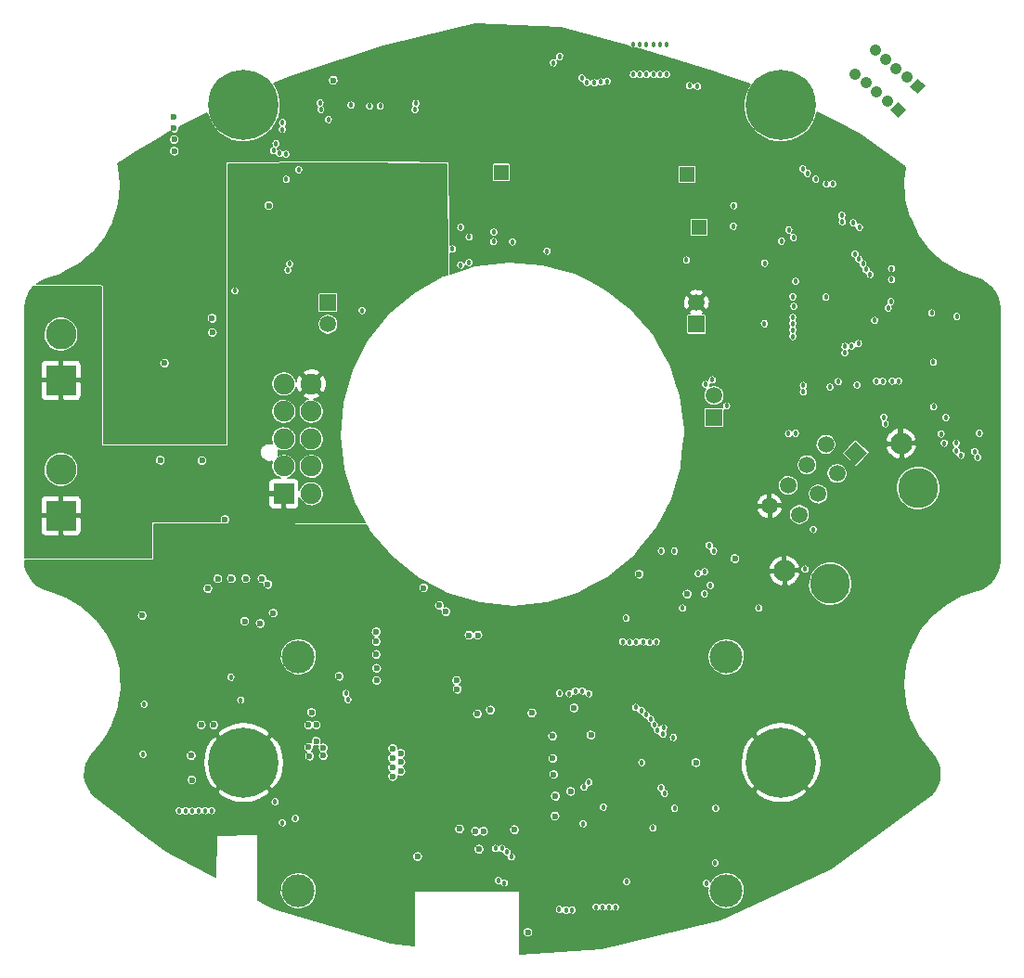
<source format=gbr>
G04 #@! TF.FileFunction,Copper,L3,Inr,Plane*
%FSLAX46Y46*%
G04 Gerber Fmt 4.6, Leading zero omitted, Abs format (unit mm)*
G04 Created by KiCad (PCBNEW 4.0.4-stable) date 02/27/17 08:30:15*
%MOMM*%
%LPD*%
G01*
G04 APERTURE LIST*
%ADD10C,0.100000*%
%ADD11R,2.800000X2.800000*%
%ADD12C,2.800000*%
%ADD13R,1.500000X1.500000*%
%ADD14C,1.500000*%
%ADD15R,1.900000X1.900000*%
%ADD16C,1.900000*%
%ADD17C,6.400000*%
%ADD18C,1.000000*%
%ADD19C,3.000000*%
%ADD20C,3.650000*%
%ADD21C,2.000000*%
%ADD22R,1.350000X1.350000*%
%ADD23C,1.524000*%
%ADD24C,0.457200*%
%ADD25C,0.600000*%
%ADD26C,0.127000*%
G04 APERTURE END LIST*
D10*
D11*
X107340400Y-100110400D03*
D12*
X107340400Y-95910400D03*
D13*
X166900000Y-103500000D03*
D14*
X166900000Y-101500000D03*
D15*
X127675000Y-110457000D03*
D16*
X127675000Y-107957000D03*
X127675000Y-105457000D03*
X127675000Y-102957000D03*
X127675000Y-100457000D03*
X130175000Y-110457000D03*
X130175000Y-107957000D03*
X130175000Y-105457000D03*
X130175000Y-102957000D03*
X130175000Y-100457000D03*
D17*
X173001100Y-135003600D03*
X124001100Y-135003600D03*
X124001100Y-75003600D03*
X173001100Y-75003600D03*
D13*
X131700000Y-93000000D03*
D14*
X131700000Y-95000000D03*
D13*
X165300000Y-95000000D03*
D14*
X165300000Y-93000000D03*
D10*
G36*
X183746977Y-76140337D02*
X182980933Y-75497549D01*
X183623721Y-74731505D01*
X184389765Y-75374293D01*
X183746977Y-76140337D01*
X183746977Y-76140337D01*
G37*
D18*
X182712473Y-74619581D02*
X182712473Y-74619581D01*
X181739596Y-73803240D02*
X181739596Y-73803240D01*
X180766720Y-72986900D02*
X180766720Y-72986900D01*
X179793843Y-72170560D02*
X179793843Y-72170560D01*
D10*
G36*
X185537508Y-73985956D02*
X184771464Y-73343168D01*
X185414252Y-72577124D01*
X186180296Y-73219912D01*
X185537508Y-73985956D01*
X185537508Y-73985956D01*
G37*
D18*
X184503004Y-72465200D02*
X184503004Y-72465200D01*
X183530127Y-71648859D02*
X183530127Y-71648859D01*
X182557251Y-70832519D02*
X182557251Y-70832519D01*
X181584374Y-70016179D02*
X181584374Y-70016179D01*
D19*
X168021000Y-125343000D03*
X168021000Y-146703000D03*
X129001000Y-146703000D03*
X129001000Y-125343000D03*
D11*
X107340400Y-112454800D03*
D12*
X107340400Y-108254800D03*
D20*
X177504083Y-118687568D03*
X185523338Y-109936086D03*
D10*
G36*
X179788733Y-105684980D02*
X180894649Y-106698366D01*
X179881263Y-107804282D01*
X178775347Y-106790896D01*
X179788733Y-105684980D01*
X179788733Y-105684980D01*
G37*
D14*
X177104314Y-105964974D03*
X178118999Y-108617315D03*
X175388315Y-107837659D03*
X176403000Y-110490000D03*
X173672316Y-109710343D03*
X174687001Y-112362684D03*
X171956317Y-111583027D03*
D21*
X173322051Y-117493526D03*
X183962597Y-105881408D03*
D22*
X164425000Y-81325000D03*
X165525000Y-86175000D03*
X147500000Y-81125000D03*
D10*
G36*
X151637000Y-86125443D02*
X150175759Y-85692604D01*
X150608598Y-84231363D01*
X152069839Y-84664202D01*
X151637000Y-86125443D01*
X151637000Y-86125443D01*
G37*
D23*
X151844198Y-82743001D03*
X153558201Y-85899802D03*
X154279600Y-83464400D03*
X155993603Y-86621201D03*
X156715002Y-84185799D03*
X158429005Y-87342600D03*
X159150404Y-84907198D03*
D24*
X188041054Y-104357864D03*
D25*
X138277600Y-75006200D03*
D24*
X134154998Y-129178913D03*
D25*
X158900000Y-135000000D03*
D24*
X131905000Y-128924244D03*
D25*
X160175000Y-121725000D03*
X165050000Y-106525000D03*
X132925000Y-125425000D03*
X136625000Y-118397999D03*
D24*
X129329701Y-136825000D03*
D25*
X120975000Y-90985390D03*
X120975000Y-89975000D03*
D24*
X134803600Y-93750000D03*
D25*
X112350000Y-120125000D03*
X114299992Y-127932000D03*
D24*
X118324000Y-102487000D03*
X118324000Y-103687000D03*
X116524000Y-103687000D03*
X116524000Y-102487000D03*
X181850000Y-82700000D03*
D25*
X179500000Y-77975000D03*
X176575000Y-77875000D03*
D24*
X168669398Y-82475000D03*
X182725000Y-94656094D03*
D25*
X143950000Y-144650000D03*
X190750000Y-108275000D03*
D24*
X157700000Y-126200000D03*
X153300000Y-126200000D03*
X150525000Y-126200000D03*
X160775000Y-143525000D03*
X177475000Y-101825000D03*
X178250000Y-88550000D03*
D25*
X190725000Y-102925000D03*
X139850000Y-133221639D03*
D24*
X171500800Y-93827600D03*
D25*
X154076400Y-140411200D03*
X151333200Y-145846800D03*
X156057600Y-145846800D03*
X161329604Y-145964068D03*
X150150000Y-129150000D03*
X144425074Y-130548735D03*
X121775000Y-141375000D03*
D24*
X122575000Y-127825000D03*
D25*
X131400000Y-122000000D03*
D24*
X174091600Y-95529403D03*
X174091600Y-94360997D03*
D25*
X120142000Y-131572000D03*
X121285000Y-131572000D03*
D24*
X183100000Y-90925000D03*
X174332900Y-91064603D03*
X168650000Y-86050000D03*
X178555320Y-85075000D03*
X177725000Y-82175000D03*
X177137061Y-82200000D03*
X133500000Y-129245558D03*
D25*
X126700000Y-121350191D03*
X125513615Y-122294261D03*
D24*
X174091600Y-96113606D03*
X122832871Y-127197508D03*
X168050000Y-102450000D03*
X128723102Y-140101898D03*
X127541151Y-140483849D03*
X171502514Y-94949740D03*
X174091600Y-94945200D03*
X180150000Y-86150000D03*
X179596058Y-85728942D03*
D25*
X119225000Y-134352002D03*
X124100000Y-122100000D03*
D24*
X114828001Y-134235001D03*
X114935000Y-129667000D03*
D25*
X126205000Y-118735838D03*
X114750000Y-121575000D03*
X120744000Y-119116838D03*
X125682311Y-118213149D03*
X124200000Y-118213149D03*
X122875000Y-118213149D03*
X121647689Y-118213149D03*
X116789000Y-98550000D03*
X119285000Y-136575000D03*
D24*
X179436455Y-96995847D03*
X177100000Y-92525000D03*
X188041044Y-103519663D03*
X178602622Y-85657284D03*
X173045109Y-87406429D03*
X174085084Y-92487786D03*
X165392100Y-73296282D03*
X139708391Y-74834555D03*
X164667552Y-73232181D03*
X139623800Y-75412600D03*
D25*
X154133611Y-130003611D03*
X155675000Y-132475000D03*
D24*
X175948401Y-113718401D03*
X152806400Y-128676400D03*
D25*
X152200000Y-134625000D03*
X152275699Y-136081072D03*
X152403027Y-139878461D03*
X148700000Y-141125000D03*
X153825000Y-137617000D03*
X150302000Y-130475000D03*
D24*
X152260300Y-71145400D03*
X155324784Y-72960545D03*
X166144100Y-100495100D03*
X182400000Y-103500000D03*
X165455600Y-117754400D03*
X162080600Y-137309117D03*
X166448390Y-115163600D03*
X173700000Y-104975000D03*
X154851100Y-72541435D03*
X152819100Y-70561200D03*
X166751000Y-100076000D03*
X174328670Y-104939027D03*
X182514571Y-104072858D03*
X162380900Y-137810227D03*
X166867490Y-115685550D03*
X166053586Y-117562814D03*
D25*
X152425000Y-138050000D03*
X145877003Y-141250000D03*
X145150000Y-141250000D03*
X152175000Y-132575000D03*
D24*
X133324020Y-128688492D03*
D25*
X132715000Y-127124242D03*
D24*
X159798974Y-123998725D03*
X160425000Y-123964398D03*
X189038071Y-94300000D03*
X186750000Y-93976520D03*
X146812000Y-86575900D03*
X183100000Y-89925000D03*
X127900000Y-81775000D03*
X133800000Y-75006451D03*
D25*
X168808400Y-116382800D03*
X160070800Y-117805200D03*
D24*
X163200000Y-132700000D03*
D25*
X145325000Y-130547998D03*
X143697990Y-141045979D03*
X142450000Y-121225000D03*
X141850000Y-120650000D03*
X140425000Y-119050000D03*
X136140001Y-127508000D03*
X136140001Y-126390001D03*
X136100000Y-125125000D03*
X136100000Y-123952000D03*
X136100000Y-123063000D03*
X143475000Y-128300000D03*
X143425000Y-127500000D03*
X145375000Y-123375000D03*
X144550000Y-123375000D03*
X117675000Y-79200000D03*
X117650000Y-76050000D03*
X117650000Y-77100000D03*
X117675000Y-78150000D03*
D24*
X182775000Y-93525000D03*
X144564100Y-89373000D03*
X144576800Y-87041649D03*
X129019300Y-80899000D03*
X164395415Y-89154585D03*
D25*
X120200000Y-107448000D03*
X121151429Y-95752000D03*
X121127000Y-94450000D03*
X122298889Y-112800000D03*
X116400013Y-107400000D03*
D24*
X187611839Y-105000000D03*
X175209265Y-117348603D03*
X178852696Y-97018572D03*
X170992800Y-120904000D03*
X186929675Y-102530349D03*
X178829972Y-97602331D03*
X143052800Y-88133859D03*
D25*
X139875000Y-143575000D03*
X130194999Y-130424245D03*
X130624990Y-131572000D03*
X129921000Y-131574804D03*
X130624990Y-133029168D03*
X129921000Y-133604000D03*
X131257040Y-133661218D03*
X131257040Y-134366000D03*
X130008060Y-134405940D03*
X132199562Y-85305000D03*
X137454033Y-80572262D03*
X121325000Y-111575000D03*
X121325000Y-110875000D03*
X121325000Y-110175000D03*
X132180067Y-72736812D03*
D24*
X131724400Y-76314300D03*
X176168194Y-81764892D03*
X126875000Y-138575000D03*
X123750000Y-129296370D03*
X148525000Y-87475000D03*
X168700000Y-84175000D03*
D25*
X145475000Y-142904000D03*
D24*
X186916757Y-98458243D03*
D25*
X126300000Y-84175000D03*
D24*
X174175000Y-93350000D03*
X177475000Y-100725000D03*
X183025000Y-92925000D03*
X161341822Y-140971022D03*
D25*
X146507200Y-130200400D03*
X164451180Y-119610696D03*
X165250000Y-135000000D03*
X149925000Y-150475000D03*
X138348720Y-135803640D03*
X138343640Y-134965440D03*
X138333480Y-134147560D03*
X137598001Y-136255760D03*
X137598001Y-135453120D03*
X137598001Y-134599680D03*
X137601960Y-133715760D03*
D24*
X156798319Y-139050000D03*
X154975000Y-140575000D03*
X163300000Y-139175000D03*
X167050000Y-139175000D03*
X174991666Y-80833833D03*
X173718219Y-86395668D03*
X175419912Y-81231195D03*
X174137319Y-87100000D03*
X158891508Y-121818400D03*
X154894810Y-128455602D03*
X166573200Y-118821200D03*
X155490920Y-128709601D03*
X162102800Y-115685549D03*
X154256584Y-128452814D03*
X153691824Y-128705376D03*
X163293300Y-115685549D03*
X164033200Y-120904000D03*
X161009570Y-124027738D03*
X166027100Y-119585836D03*
X161625000Y-123964398D03*
X157909203Y-148175000D03*
X178225000Y-100238800D03*
X157325000Y-148175000D03*
X179951801Y-100550000D03*
X156740797Y-148175000D03*
X181141485Y-90453963D03*
X160155513Y-69435223D03*
X160150000Y-72199283D03*
X156156594Y-148175000D03*
X180771614Y-90001761D03*
X160750000Y-69437012D03*
X160750000Y-72199283D03*
X158554468Y-123964398D03*
X161375000Y-72199283D03*
X161375000Y-69437012D03*
X180485344Y-89492506D03*
X159215237Y-124028101D03*
X161975000Y-69437012D03*
X161975000Y-72199283D03*
X180093479Y-89059223D03*
X161444196Y-131527818D03*
X179755800Y-88582500D03*
X162575000Y-69437012D03*
X162575000Y-72199283D03*
X161750052Y-132025558D03*
X160274127Y-130244770D03*
X159550000Y-72199283D03*
X159550000Y-69437012D03*
X171513500Y-89420700D03*
X160325000Y-135000000D03*
X159761001Y-129965497D03*
X183147404Y-100175000D03*
X161140325Y-131028865D03*
X181725000Y-100200000D03*
X160704549Y-130639775D03*
X182309203Y-100200000D03*
X183750000Y-100175000D03*
X128207499Y-89492501D03*
X146796895Y-87460749D03*
X181550000Y-94656093D03*
X143802100Y-86156800D03*
X143800000Y-89600000D03*
X123205900Y-91950000D03*
X150952200Y-88322880D03*
X128032445Y-90049858D03*
X180705449Y-94656094D03*
X153390828Y-148455900D03*
X153975000Y-148450000D03*
X126722283Y-79164566D03*
X119886595Y-139373611D03*
X148030692Y-143168537D03*
X152784912Y-148390088D03*
X126961900Y-78524100D03*
X119303590Y-139410989D03*
X148425000Y-143599598D03*
X127857149Y-79482849D03*
X146965797Y-142832600D03*
X121075000Y-139373611D03*
X127273998Y-79418576D03*
X120470798Y-139373611D03*
X147550000Y-142832600D03*
X162301637Y-131833085D03*
X162250001Y-132425000D03*
X155500284Y-136799716D03*
X155049716Y-137250284D03*
X190664199Y-106617007D03*
X151675000Y-88322880D03*
X158925000Y-145850000D03*
X155989728Y-72975001D03*
X167014394Y-144155900D03*
X166188654Y-146013655D03*
X188993588Y-105840556D03*
X157149800Y-72821800D03*
X190960364Y-107146938D03*
X156568776Y-72897575D03*
X191093234Y-104937891D03*
X175045692Y-100586550D03*
X188994448Y-106525141D03*
X175049939Y-101175000D03*
X189425000Y-106950000D03*
X187901376Y-105850000D03*
X180075000Y-96764344D03*
X130962400Y-74790300D03*
X136460634Y-75100435D03*
X127555035Y-76605883D03*
X118135371Y-139400771D03*
X147775000Y-145975000D03*
X131038600Y-75399900D03*
X135483600Y-75097998D03*
X127528059Y-77225556D03*
X118719560Y-139396840D03*
X147225000Y-145750802D03*
D26*
G36*
X142536972Y-80363354D02*
X142611431Y-90315973D01*
X142568635Y-90459622D01*
X142199406Y-90579592D01*
X139517783Y-92078301D01*
X137178332Y-94069330D01*
X135270161Y-96476842D01*
X133865953Y-99209135D01*
X133019193Y-102162138D01*
X132762134Y-105223372D01*
X133104568Y-108276234D01*
X134033450Y-111204443D01*
X135066469Y-113083498D01*
X122730003Y-113037694D01*
X122766564Y-112955575D01*
X122787876Y-112861773D01*
X122789410Y-112751904D01*
X122770726Y-112657544D01*
X122734070Y-112568610D01*
X122680838Y-112488490D01*
X122613058Y-112420235D01*
X122533311Y-112366445D01*
X122444636Y-112329169D01*
X122350408Y-112309827D01*
X122254219Y-112309155D01*
X122159731Y-112327180D01*
X122070543Y-112363214D01*
X121990053Y-112415885D01*
X121921326Y-112483187D01*
X121866981Y-112562557D01*
X121829087Y-112650970D01*
X121809088Y-112745060D01*
X121807745Y-112841243D01*
X121825109Y-112935854D01*
X121860520Y-113025291D01*
X121866447Y-113034487D01*
X115675236Y-113011500D01*
X115657536Y-113013949D01*
X115641219Y-113021231D01*
X115627577Y-113032771D01*
X115617689Y-113047655D01*
X115612340Y-113064704D01*
X115611500Y-113075000D01*
X115611500Y-116311372D01*
X104073280Y-116288249D01*
X104073280Y-112707175D01*
X105476900Y-112707175D01*
X105476900Y-113900451D01*
X105494712Y-113989998D01*
X105529651Y-114074349D01*
X105580376Y-114150264D01*
X105644936Y-114214824D01*
X105720850Y-114265548D01*
X105805202Y-114300488D01*
X105894749Y-114318300D01*
X107088025Y-114318300D01*
X107203900Y-114202425D01*
X107203900Y-112591300D01*
X107476900Y-112591300D01*
X107476900Y-114202425D01*
X107592775Y-114318300D01*
X108786051Y-114318300D01*
X108875598Y-114300488D01*
X108959950Y-114265548D01*
X109035864Y-114214824D01*
X109100424Y-114150264D01*
X109151149Y-114074349D01*
X109186088Y-113989998D01*
X109203900Y-113900451D01*
X109203900Y-112707175D01*
X109088025Y-112591300D01*
X107476900Y-112591300D01*
X107203900Y-112591300D01*
X105592775Y-112591300D01*
X105476900Y-112707175D01*
X104073280Y-112707175D01*
X104073280Y-111009149D01*
X105476900Y-111009149D01*
X105476900Y-112202425D01*
X105592775Y-112318300D01*
X107203900Y-112318300D01*
X107203900Y-110707175D01*
X107476900Y-110707175D01*
X107476900Y-112318300D01*
X109088025Y-112318300D01*
X109203900Y-112202425D01*
X109203900Y-111009149D01*
X109186088Y-110919602D01*
X109151149Y-110835251D01*
X109100424Y-110759336D01*
X109050463Y-110709375D01*
X126261500Y-110709375D01*
X126261500Y-111452651D01*
X126279312Y-111542198D01*
X126314252Y-111626550D01*
X126364976Y-111702464D01*
X126429536Y-111767024D01*
X126505451Y-111817749D01*
X126589802Y-111852688D01*
X126679349Y-111870500D01*
X127422625Y-111870500D01*
X127538500Y-111754625D01*
X127538500Y-110593500D01*
X126377375Y-110593500D01*
X126261500Y-110709375D01*
X109050463Y-110709375D01*
X109035864Y-110694776D01*
X108959950Y-110644052D01*
X108875598Y-110609112D01*
X108786051Y-110591300D01*
X107592775Y-110591300D01*
X107476900Y-110707175D01*
X107203900Y-110707175D01*
X107088025Y-110591300D01*
X105894749Y-110591300D01*
X105805202Y-110609112D01*
X105720850Y-110644052D01*
X105644936Y-110694776D01*
X105580376Y-110759336D01*
X105529651Y-110835251D01*
X105494712Y-110919602D01*
X105476900Y-111009149D01*
X104073280Y-111009149D01*
X104073280Y-108388534D01*
X105747809Y-108388534D01*
X105804115Y-108695323D01*
X105918938Y-108985332D01*
X106087904Y-109247516D01*
X106304577Y-109471887D01*
X106560705Y-109649901D01*
X106846530Y-109774775D01*
X107151167Y-109841754D01*
X107463012Y-109848286D01*
X107770187Y-109794123D01*
X108060991Y-109681327D01*
X108324348Y-109514196D01*
X108550226Y-109299094D01*
X108730023Y-109044216D01*
X108856890Y-108759269D01*
X108925994Y-108455107D01*
X108930968Y-108098843D01*
X108870384Y-107792871D01*
X108751523Y-107504492D01*
X108709501Y-107441243D01*
X115908869Y-107441243D01*
X115926233Y-107535854D01*
X115961644Y-107625291D01*
X116013752Y-107706147D01*
X116080572Y-107775342D01*
X116159560Y-107830240D01*
X116247707Y-107868750D01*
X116341655Y-107889406D01*
X116437826Y-107891420D01*
X116532556Y-107874717D01*
X116622238Y-107839931D01*
X116703456Y-107788389D01*
X116773115Y-107722053D01*
X116828564Y-107643451D01*
X116867688Y-107555575D01*
X116882758Y-107489243D01*
X119708856Y-107489243D01*
X119726220Y-107583854D01*
X119761631Y-107673291D01*
X119813739Y-107754147D01*
X119880559Y-107823342D01*
X119959547Y-107878240D01*
X120047694Y-107916750D01*
X120141642Y-107937406D01*
X120237813Y-107939420D01*
X120332543Y-107922717D01*
X120422225Y-107887931D01*
X120503443Y-107836389D01*
X120573102Y-107770053D01*
X120628551Y-107691451D01*
X120667675Y-107603575D01*
X120688987Y-107509773D01*
X120690521Y-107399904D01*
X120671837Y-107305544D01*
X120635181Y-107216610D01*
X120581949Y-107136490D01*
X120514169Y-107068235D01*
X120434422Y-107014445D01*
X120345747Y-106977169D01*
X120251519Y-106957827D01*
X120155330Y-106957155D01*
X120060842Y-106975180D01*
X119971654Y-107011214D01*
X119891164Y-107063885D01*
X119822437Y-107131187D01*
X119768092Y-107210557D01*
X119730198Y-107298970D01*
X119710199Y-107393060D01*
X119708856Y-107489243D01*
X116882758Y-107489243D01*
X116889000Y-107461773D01*
X116890534Y-107351904D01*
X116871850Y-107257544D01*
X116835194Y-107168610D01*
X116781962Y-107088490D01*
X116714182Y-107020235D01*
X116634435Y-106966445D01*
X116545760Y-106929169D01*
X116451532Y-106909827D01*
X116355343Y-106909155D01*
X116260855Y-106927180D01*
X116171667Y-106963214D01*
X116091177Y-107015885D01*
X116022450Y-107083187D01*
X115968105Y-107162557D01*
X115930211Y-107250970D01*
X115910212Y-107345060D01*
X115908869Y-107441243D01*
X108709501Y-107441243D01*
X108578913Y-107244693D01*
X108359128Y-107023369D01*
X108100541Y-106848949D01*
X107930979Y-106777672D01*
X125493395Y-106777672D01*
X125523150Y-106939794D01*
X125583828Y-107093050D01*
X125673118Y-107231601D01*
X125787619Y-107350170D01*
X125922970Y-107444241D01*
X126074014Y-107510231D01*
X126235000Y-107545626D01*
X126399794Y-107549078D01*
X126562121Y-107520455D01*
X126632992Y-107492966D01*
X126582626Y-107610479D01*
X126536124Y-107829255D01*
X126533001Y-108052896D01*
X126573377Y-108272885D01*
X126655713Y-108480842D01*
X126776873Y-108668847D01*
X126932243Y-108829737D01*
X127115904Y-108957384D01*
X127313015Y-109043500D01*
X126679349Y-109043500D01*
X126589802Y-109061312D01*
X126505451Y-109096251D01*
X126429536Y-109146976D01*
X126364976Y-109211536D01*
X126314252Y-109287450D01*
X126279312Y-109371802D01*
X126261500Y-109461349D01*
X126261500Y-110204625D01*
X126377375Y-110320500D01*
X127538500Y-110320500D01*
X127538500Y-110300500D01*
X127811500Y-110300500D01*
X127811500Y-110320500D01*
X127831500Y-110320500D01*
X127831500Y-110593500D01*
X127811500Y-110593500D01*
X127811500Y-111754625D01*
X127927375Y-111870500D01*
X128670651Y-111870500D01*
X128760198Y-111852688D01*
X128844549Y-111817749D01*
X128920464Y-111767024D01*
X128985024Y-111702464D01*
X129035748Y-111626550D01*
X129070688Y-111542198D01*
X129088500Y-111452651D01*
X129088500Y-110811081D01*
X129155713Y-110980842D01*
X129276873Y-111168847D01*
X129432243Y-111329737D01*
X129615904Y-111457384D01*
X129820861Y-111546928D01*
X130039307Y-111594956D01*
X130262921Y-111599640D01*
X130483187Y-111560802D01*
X130691714Y-111479919D01*
X130880559Y-111360075D01*
X131042530Y-111205832D01*
X131171457Y-111023066D01*
X131262429Y-110818739D01*
X131311981Y-110600634D01*
X131315549Y-110345168D01*
X131272105Y-110125764D01*
X131186874Y-109918977D01*
X131063100Y-109732683D01*
X130905499Y-109573978D01*
X130720074Y-109448907D01*
X130513887Y-109362234D01*
X130294792Y-109317260D01*
X130071133Y-109315699D01*
X129851432Y-109357609D01*
X129644054Y-109441395D01*
X129456901Y-109563865D01*
X129297099Y-109720354D01*
X129170737Y-109904902D01*
X129088500Y-110096774D01*
X129088500Y-109461349D01*
X129070688Y-109371802D01*
X129035748Y-109287450D01*
X128985024Y-109211536D01*
X128920464Y-109146976D01*
X128844549Y-109096251D01*
X128760198Y-109061312D01*
X128670651Y-109043500D01*
X128027794Y-109043500D01*
X128191714Y-108979919D01*
X128380559Y-108860075D01*
X128542530Y-108705832D01*
X128671457Y-108523066D01*
X128762429Y-108318739D01*
X128811981Y-108100634D01*
X128812647Y-108052896D01*
X129033001Y-108052896D01*
X129073377Y-108272885D01*
X129155713Y-108480842D01*
X129276873Y-108668847D01*
X129432243Y-108829737D01*
X129615904Y-108957384D01*
X129820861Y-109046928D01*
X130039307Y-109094956D01*
X130262921Y-109099640D01*
X130483187Y-109060802D01*
X130691714Y-108979919D01*
X130880559Y-108860075D01*
X131042530Y-108705832D01*
X131171457Y-108523066D01*
X131262429Y-108318739D01*
X131311981Y-108100634D01*
X131315549Y-107845168D01*
X131272105Y-107625764D01*
X131186874Y-107418977D01*
X131063100Y-107232683D01*
X130905499Y-107073978D01*
X130720074Y-106948907D01*
X130513887Y-106862234D01*
X130294792Y-106817260D01*
X130071133Y-106815699D01*
X129851432Y-106857609D01*
X129644054Y-106941395D01*
X129456901Y-107063865D01*
X129297099Y-107220354D01*
X129170737Y-107404902D01*
X129082626Y-107610479D01*
X129036124Y-107829255D01*
X129033001Y-108052896D01*
X128812647Y-108052896D01*
X128815549Y-107845168D01*
X128772105Y-107625764D01*
X128686874Y-107418977D01*
X128563100Y-107232683D01*
X128405499Y-107073978D01*
X128220074Y-106948907D01*
X128013887Y-106862234D01*
X127794792Y-106817260D01*
X127571133Y-106815699D01*
X127351432Y-106857609D01*
X127144054Y-106941395D01*
X127143641Y-106941665D01*
X127172907Y-106812852D01*
X127175536Y-106624585D01*
X127144941Y-106470070D01*
X127320861Y-106546928D01*
X127539307Y-106594956D01*
X127762921Y-106599640D01*
X127983187Y-106560802D01*
X128191714Y-106479919D01*
X128380559Y-106360075D01*
X128542530Y-106205832D01*
X128671457Y-106023066D01*
X128762429Y-105818739D01*
X128811981Y-105600634D01*
X128812647Y-105552896D01*
X129033001Y-105552896D01*
X129073377Y-105772885D01*
X129155713Y-105980842D01*
X129276873Y-106168847D01*
X129432243Y-106329737D01*
X129615904Y-106457384D01*
X129820861Y-106546928D01*
X130039307Y-106594956D01*
X130262921Y-106599640D01*
X130483187Y-106560802D01*
X130691714Y-106479919D01*
X130880559Y-106360075D01*
X131042530Y-106205832D01*
X131171457Y-106023066D01*
X131262429Y-105818739D01*
X131311981Y-105600634D01*
X131315549Y-105345168D01*
X131272105Y-105125764D01*
X131186874Y-104918977D01*
X131063100Y-104732683D01*
X130905499Y-104573978D01*
X130720074Y-104448907D01*
X130513887Y-104362234D01*
X130294792Y-104317260D01*
X130071133Y-104315699D01*
X129851432Y-104357609D01*
X129644054Y-104441395D01*
X129456901Y-104563865D01*
X129297099Y-104720354D01*
X129170737Y-104904902D01*
X129082626Y-105110479D01*
X129036124Y-105329255D01*
X129033001Y-105552896D01*
X128812647Y-105552896D01*
X128815549Y-105345168D01*
X128772105Y-105125764D01*
X128686874Y-104918977D01*
X128563100Y-104732683D01*
X128405499Y-104573978D01*
X128220074Y-104448907D01*
X128013887Y-104362234D01*
X127794792Y-104317260D01*
X127571133Y-104315699D01*
X127351432Y-104357609D01*
X127144054Y-104441395D01*
X126956901Y-104563865D01*
X126797099Y-104720354D01*
X126670737Y-104904902D01*
X126582626Y-105110479D01*
X126536124Y-105329255D01*
X126533001Y-105552896D01*
X126573377Y-105772885D01*
X126631581Y-105919891D01*
X126584745Y-105900203D01*
X126423281Y-105867060D01*
X126258455Y-105865909D01*
X126096544Y-105896795D01*
X125943715Y-105958542D01*
X125805791Y-106048797D01*
X125688024Y-106164123D01*
X125594900Y-106300127D01*
X125529967Y-106451628D01*
X125495696Y-106612857D01*
X125493395Y-106777672D01*
X107930979Y-106777672D01*
X107812999Y-106728078D01*
X107507457Y-106665359D01*
X107195551Y-106663182D01*
X106889163Y-106721628D01*
X106599962Y-106838473D01*
X106338964Y-107009265D01*
X106116111Y-107227499D01*
X105939890Y-107484863D01*
X105817014Y-107771554D01*
X105752164Y-108076651D01*
X105747809Y-108388534D01*
X104073280Y-108388534D01*
X104073280Y-100362775D01*
X105476900Y-100362775D01*
X105476900Y-101556051D01*
X105494712Y-101645598D01*
X105529651Y-101729949D01*
X105580376Y-101805864D01*
X105644936Y-101870424D01*
X105720850Y-101921148D01*
X105805202Y-101956088D01*
X105894749Y-101973900D01*
X107088025Y-101973900D01*
X107203900Y-101858025D01*
X107203900Y-100246900D01*
X107476900Y-100246900D01*
X107476900Y-101858025D01*
X107592775Y-101973900D01*
X108786051Y-101973900D01*
X108875598Y-101956088D01*
X108959950Y-101921148D01*
X109035864Y-101870424D01*
X109100424Y-101805864D01*
X109151149Y-101729949D01*
X109186088Y-101645598D01*
X109203900Y-101556051D01*
X109203900Y-100362775D01*
X109088025Y-100246900D01*
X107476900Y-100246900D01*
X107203900Y-100246900D01*
X105592775Y-100246900D01*
X105476900Y-100362775D01*
X104073280Y-100362775D01*
X104073280Y-98664749D01*
X105476900Y-98664749D01*
X105476900Y-99858025D01*
X105592775Y-99973900D01*
X107203900Y-99973900D01*
X107203900Y-98362775D01*
X107476900Y-98362775D01*
X107476900Y-99973900D01*
X109088025Y-99973900D01*
X109203900Y-99858025D01*
X109203900Y-98664749D01*
X109186088Y-98575202D01*
X109151149Y-98490851D01*
X109100424Y-98414936D01*
X109035864Y-98350376D01*
X108959950Y-98299652D01*
X108875598Y-98264712D01*
X108786051Y-98246900D01*
X107592775Y-98246900D01*
X107476900Y-98362775D01*
X107203900Y-98362775D01*
X107088025Y-98246900D01*
X105894749Y-98246900D01*
X105805202Y-98264712D01*
X105720850Y-98299652D01*
X105644936Y-98350376D01*
X105580376Y-98414936D01*
X105529651Y-98490851D01*
X105494712Y-98575202D01*
X105476900Y-98664749D01*
X104073280Y-98664749D01*
X104073280Y-96044134D01*
X105747809Y-96044134D01*
X105804115Y-96350923D01*
X105918938Y-96640932D01*
X106087904Y-96903116D01*
X106304577Y-97127487D01*
X106560705Y-97305501D01*
X106846530Y-97430375D01*
X107151167Y-97497354D01*
X107463012Y-97503886D01*
X107770187Y-97449723D01*
X108060991Y-97336927D01*
X108324348Y-97169796D01*
X108550226Y-96954694D01*
X108730023Y-96699816D01*
X108856890Y-96414869D01*
X108925994Y-96110707D01*
X108930968Y-95754443D01*
X108870384Y-95448471D01*
X108751523Y-95160092D01*
X108578913Y-94900293D01*
X108359128Y-94678969D01*
X108100541Y-94504549D01*
X107812999Y-94383678D01*
X107507457Y-94320959D01*
X107195551Y-94318782D01*
X106889163Y-94377228D01*
X106599962Y-94494073D01*
X106338964Y-94664865D01*
X106116111Y-94883099D01*
X105939890Y-95140463D01*
X105817014Y-95427154D01*
X105752164Y-95732251D01*
X105747809Y-96044134D01*
X104073280Y-96044134D01*
X104073280Y-93514433D01*
X104126966Y-92966896D01*
X104282561Y-92451541D01*
X104535296Y-91976217D01*
X104847029Y-91593994D01*
X110986609Y-91613301D01*
X111011500Y-106100109D01*
X111014045Y-106117795D01*
X111021415Y-106134073D01*
X111033029Y-106147652D01*
X111047967Y-106157458D01*
X111065044Y-106162715D01*
X111075000Y-106163500D01*
X122525000Y-106163500D01*
X122542691Y-106160986D01*
X122558981Y-106153643D01*
X122572580Y-106142052D01*
X122582412Y-106127132D01*
X122587698Y-106110063D01*
X122588500Y-106100123D01*
X122594405Y-103052896D01*
X126533001Y-103052896D01*
X126573377Y-103272885D01*
X126655713Y-103480842D01*
X126776873Y-103668847D01*
X126932243Y-103829737D01*
X127115904Y-103957384D01*
X127320861Y-104046928D01*
X127539307Y-104094956D01*
X127762921Y-104099640D01*
X127983187Y-104060802D01*
X128191714Y-103979919D01*
X128380559Y-103860075D01*
X128542530Y-103705832D01*
X128671457Y-103523066D01*
X128762429Y-103318739D01*
X128811981Y-103100634D01*
X128812647Y-103052896D01*
X129033001Y-103052896D01*
X129073377Y-103272885D01*
X129155713Y-103480842D01*
X129276873Y-103668847D01*
X129432243Y-103829737D01*
X129615904Y-103957384D01*
X129820861Y-104046928D01*
X130039307Y-104094956D01*
X130262921Y-104099640D01*
X130483187Y-104060802D01*
X130691714Y-103979919D01*
X130880559Y-103860075D01*
X131042530Y-103705832D01*
X131171457Y-103523066D01*
X131262429Y-103318739D01*
X131311981Y-103100634D01*
X131315549Y-102845168D01*
X131272105Y-102625764D01*
X131186874Y-102418977D01*
X131063100Y-102232683D01*
X130905499Y-102073978D01*
X130720074Y-101948907D01*
X130513887Y-101862234D01*
X130437701Y-101846595D01*
X130530981Y-101832005D01*
X130792390Y-101736136D01*
X130895559Y-101680993D01*
X130995812Y-101470852D01*
X130175000Y-100650040D01*
X129354188Y-101470852D01*
X129454441Y-101680993D01*
X129707075Y-101798048D01*
X129908285Y-101846764D01*
X129851432Y-101857609D01*
X129644054Y-101941395D01*
X129456901Y-102063865D01*
X129297099Y-102220354D01*
X129170737Y-102404902D01*
X129082626Y-102610479D01*
X129036124Y-102829255D01*
X129033001Y-103052896D01*
X128812647Y-103052896D01*
X128815549Y-102845168D01*
X128772105Y-102625764D01*
X128686874Y-102418977D01*
X128563100Y-102232683D01*
X128405499Y-102073978D01*
X128220074Y-101948907D01*
X128013887Y-101862234D01*
X127794792Y-101817260D01*
X127571133Y-101815699D01*
X127351432Y-101857609D01*
X127144054Y-101941395D01*
X126956901Y-102063865D01*
X126797099Y-102220354D01*
X126670737Y-102404902D01*
X126582626Y-102610479D01*
X126536124Y-102829255D01*
X126533001Y-103052896D01*
X122594405Y-103052896D01*
X122599249Y-100552896D01*
X126533001Y-100552896D01*
X126573377Y-100772885D01*
X126655713Y-100980842D01*
X126776873Y-101168847D01*
X126932243Y-101329737D01*
X127115904Y-101457384D01*
X127320861Y-101546928D01*
X127539307Y-101594956D01*
X127762921Y-101599640D01*
X127983187Y-101560802D01*
X128191714Y-101479919D01*
X128380559Y-101360075D01*
X128542530Y-101205832D01*
X128671457Y-101023066D01*
X128762429Y-100818739D01*
X128785211Y-100718463D01*
X128799995Y-100812981D01*
X128895864Y-101074390D01*
X128951007Y-101177559D01*
X129161148Y-101277812D01*
X129981960Y-100457000D01*
X130368040Y-100457000D01*
X131188852Y-101277812D01*
X131398993Y-101177559D01*
X131516048Y-100924925D01*
X131581568Y-100654309D01*
X131593033Y-100376110D01*
X131550005Y-100101019D01*
X131454136Y-99839610D01*
X131398993Y-99736441D01*
X131188852Y-99636188D01*
X130368040Y-100457000D01*
X129981960Y-100457000D01*
X129161148Y-99636188D01*
X128951007Y-99736441D01*
X128833952Y-99989075D01*
X128785041Y-100191093D01*
X128772105Y-100125764D01*
X128686874Y-99918977D01*
X128563100Y-99732683D01*
X128405499Y-99573978D01*
X128220074Y-99448907D01*
X128206374Y-99443148D01*
X129354188Y-99443148D01*
X130175000Y-100263960D01*
X130995812Y-99443148D01*
X130895559Y-99233007D01*
X130642925Y-99115952D01*
X130372309Y-99050432D01*
X130094110Y-99038967D01*
X129819019Y-99081995D01*
X129557610Y-99177864D01*
X129454441Y-99233007D01*
X129354188Y-99443148D01*
X128206374Y-99443148D01*
X128013887Y-99362234D01*
X127794792Y-99317260D01*
X127571133Y-99315699D01*
X127351432Y-99357609D01*
X127144054Y-99441395D01*
X126956901Y-99563865D01*
X126797099Y-99720354D01*
X126670737Y-99904902D01*
X126582626Y-100110479D01*
X126536124Y-100329255D01*
X126533001Y-100552896D01*
X122599249Y-100552896D01*
X122609857Y-95079080D01*
X130758263Y-95079080D01*
X130791559Y-95260491D01*
X130859456Y-95431981D01*
X130959370Y-95587016D01*
X131087494Y-95719693D01*
X131238948Y-95824956D01*
X131407963Y-95898797D01*
X131588102Y-95938403D01*
X131772503Y-95942266D01*
X131954143Y-95910238D01*
X132126102Y-95843539D01*
X132281831Y-95744710D01*
X132415399Y-95617516D01*
X132521717Y-95466800D01*
X132596736Y-95298304D01*
X132637599Y-95118446D01*
X132640541Y-94907779D01*
X132604716Y-94726850D01*
X132534431Y-94556325D01*
X132432362Y-94402700D01*
X132302398Y-94271826D01*
X132149489Y-94168687D01*
X131979459Y-94097213D01*
X131798785Y-94060126D01*
X131614348Y-94058838D01*
X131433173Y-94093399D01*
X131262162Y-94162492D01*
X131107827Y-94263486D01*
X130976049Y-94392533D01*
X130871845Y-94544718D01*
X130799186Y-94714245D01*
X130760839Y-94894656D01*
X130758263Y-95079080D01*
X122609857Y-95079080D01*
X122615854Y-91985239D01*
X122786249Y-91985239D01*
X122801086Y-92066079D01*
X122831342Y-92142497D01*
X122875865Y-92211583D01*
X122932959Y-92270705D01*
X123000449Y-92317612D01*
X123075764Y-92350517D01*
X123156037Y-92368166D01*
X123238209Y-92369887D01*
X123319150Y-92355615D01*
X123395777Y-92325893D01*
X123465172Y-92281853D01*
X123498621Y-92250000D01*
X130758579Y-92250000D01*
X130758579Y-93750000D01*
X130760998Y-93780336D01*
X130776932Y-93831790D01*
X130806570Y-93876767D01*
X130847565Y-93911707D01*
X130896671Y-93933842D01*
X130950000Y-93941421D01*
X132450000Y-93941421D01*
X132480336Y-93939002D01*
X132531790Y-93923068D01*
X132576767Y-93893430D01*
X132611707Y-93852435D01*
X132633842Y-93803329D01*
X132636412Y-93785239D01*
X134383949Y-93785239D01*
X134398786Y-93866079D01*
X134429042Y-93942497D01*
X134473565Y-94011583D01*
X134530659Y-94070705D01*
X134598149Y-94117612D01*
X134673464Y-94150517D01*
X134753737Y-94168166D01*
X134835909Y-94169887D01*
X134916850Y-94155615D01*
X134993477Y-94125893D01*
X135062872Y-94081853D01*
X135122392Y-94025174D01*
X135169769Y-93958013D01*
X135203198Y-93882929D01*
X135221407Y-93802781D01*
X135222718Y-93708905D01*
X135206754Y-93628281D01*
X135175434Y-93552292D01*
X135129951Y-93483835D01*
X135072037Y-93425515D01*
X135003899Y-93379555D01*
X134928131Y-93347706D01*
X134847620Y-93331179D01*
X134765432Y-93330605D01*
X134684698Y-93346006D01*
X134608493Y-93376795D01*
X134539720Y-93421799D01*
X134480997Y-93479304D01*
X134434563Y-93547120D01*
X134402185Y-93622664D01*
X134385097Y-93703057D01*
X134383949Y-93785239D01*
X132636412Y-93785239D01*
X132641421Y-93750000D01*
X132641421Y-92250000D01*
X132639002Y-92219664D01*
X132623068Y-92168210D01*
X132593430Y-92123233D01*
X132552435Y-92088293D01*
X132503329Y-92066158D01*
X132450000Y-92058579D01*
X130950000Y-92058579D01*
X130919664Y-92060998D01*
X130868210Y-92076932D01*
X130823233Y-92106570D01*
X130788293Y-92147565D01*
X130766158Y-92196671D01*
X130758579Y-92250000D01*
X123498621Y-92250000D01*
X123524692Y-92225174D01*
X123572069Y-92158013D01*
X123605498Y-92082929D01*
X123623707Y-92002781D01*
X123625018Y-91908905D01*
X123609054Y-91828281D01*
X123577734Y-91752292D01*
X123532251Y-91683835D01*
X123474337Y-91625515D01*
X123406199Y-91579555D01*
X123330431Y-91547706D01*
X123249920Y-91531179D01*
X123167732Y-91530605D01*
X123086998Y-91546006D01*
X123010793Y-91576795D01*
X122942020Y-91621799D01*
X122883297Y-91679304D01*
X122836863Y-91747120D01*
X122804485Y-91822664D01*
X122787397Y-91903057D01*
X122786249Y-91985239D01*
X122615854Y-91985239D01*
X122619536Y-90085097D01*
X127612794Y-90085097D01*
X127627631Y-90165937D01*
X127657887Y-90242355D01*
X127702410Y-90311441D01*
X127759504Y-90370563D01*
X127826994Y-90417470D01*
X127902309Y-90450375D01*
X127982582Y-90468024D01*
X128064754Y-90469745D01*
X128145695Y-90455473D01*
X128222322Y-90425751D01*
X128291717Y-90381711D01*
X128351237Y-90325032D01*
X128398614Y-90257871D01*
X128432043Y-90182787D01*
X128450252Y-90102639D01*
X128451563Y-90008763D01*
X128435599Y-89928139D01*
X128408155Y-89861553D01*
X128466771Y-89824354D01*
X128526291Y-89767675D01*
X128573668Y-89700514D01*
X128607097Y-89625430D01*
X128625306Y-89545282D01*
X128626617Y-89451406D01*
X128610653Y-89370782D01*
X128579333Y-89294793D01*
X128533850Y-89226336D01*
X128475936Y-89168016D01*
X128407798Y-89122056D01*
X128332030Y-89090207D01*
X128251519Y-89073680D01*
X128169331Y-89073106D01*
X128088597Y-89088507D01*
X128012392Y-89119296D01*
X127943619Y-89164300D01*
X127884896Y-89221805D01*
X127838462Y-89289621D01*
X127806084Y-89365165D01*
X127788996Y-89445558D01*
X127787848Y-89527740D01*
X127802685Y-89608580D01*
X127831222Y-89680655D01*
X127768565Y-89721657D01*
X127709842Y-89779162D01*
X127663408Y-89846978D01*
X127631030Y-89922522D01*
X127613942Y-90002915D01*
X127612794Y-90085097D01*
X122619536Y-90085097D01*
X122630910Y-84216243D01*
X125808856Y-84216243D01*
X125826220Y-84310854D01*
X125861631Y-84400291D01*
X125913739Y-84481147D01*
X125980559Y-84550342D01*
X126059547Y-84605240D01*
X126147694Y-84643750D01*
X126241642Y-84664406D01*
X126337813Y-84666420D01*
X126432543Y-84649717D01*
X126522225Y-84614931D01*
X126603443Y-84563389D01*
X126673102Y-84497053D01*
X126728551Y-84418451D01*
X126767675Y-84330575D01*
X126788987Y-84236773D01*
X126790521Y-84126904D01*
X126771837Y-84032544D01*
X126735181Y-83943610D01*
X126681949Y-83863490D01*
X126614169Y-83795235D01*
X126534422Y-83741445D01*
X126445747Y-83704169D01*
X126351519Y-83684827D01*
X126255330Y-83684155D01*
X126160842Y-83702180D01*
X126071654Y-83738214D01*
X125991164Y-83790885D01*
X125922437Y-83858187D01*
X125868092Y-83937557D01*
X125830198Y-84025970D01*
X125810199Y-84120060D01*
X125808856Y-84216243D01*
X122630910Y-84216243D01*
X122635573Y-81810239D01*
X127480349Y-81810239D01*
X127495186Y-81891079D01*
X127525442Y-81967497D01*
X127569965Y-82036583D01*
X127627059Y-82095705D01*
X127694549Y-82142612D01*
X127769864Y-82175517D01*
X127850137Y-82193166D01*
X127932309Y-82194887D01*
X128013250Y-82180615D01*
X128089877Y-82150893D01*
X128159272Y-82106853D01*
X128218792Y-82050174D01*
X128266169Y-81983013D01*
X128299598Y-81907929D01*
X128317807Y-81827781D01*
X128319118Y-81733905D01*
X128303154Y-81653281D01*
X128271834Y-81577292D01*
X128226351Y-81508835D01*
X128168437Y-81450515D01*
X128100299Y-81404555D01*
X128024531Y-81372706D01*
X127944020Y-81356179D01*
X127861832Y-81355605D01*
X127781098Y-81371006D01*
X127704893Y-81401795D01*
X127636120Y-81446799D01*
X127577397Y-81504304D01*
X127530963Y-81572120D01*
X127498585Y-81647664D01*
X127481497Y-81728057D01*
X127480349Y-81810239D01*
X122635573Y-81810239D01*
X122637271Y-80934239D01*
X128599649Y-80934239D01*
X128614486Y-81015079D01*
X128644742Y-81091497D01*
X128689265Y-81160583D01*
X128746359Y-81219705D01*
X128813849Y-81266612D01*
X128889164Y-81299517D01*
X128969437Y-81317166D01*
X129051609Y-81318887D01*
X129132550Y-81304615D01*
X129209177Y-81274893D01*
X129278572Y-81230853D01*
X129338092Y-81174174D01*
X129385469Y-81107013D01*
X129418898Y-81031929D01*
X129437107Y-80951781D01*
X129438418Y-80857905D01*
X129422454Y-80777281D01*
X129391134Y-80701292D01*
X129345651Y-80632835D01*
X129287737Y-80574515D01*
X129219599Y-80528555D01*
X129143831Y-80496706D01*
X129063320Y-80480179D01*
X128981132Y-80479605D01*
X128900398Y-80495006D01*
X128824193Y-80525795D01*
X128755420Y-80570799D01*
X128696697Y-80628304D01*
X128650263Y-80696120D01*
X128617885Y-80771664D01*
X128600797Y-80852057D01*
X128599649Y-80934239D01*
X122637271Y-80934239D01*
X122638378Y-80363329D01*
X131825025Y-80338500D01*
X142536972Y-80363354D01*
X142536972Y-80363354D01*
G37*
X142536972Y-80363354D02*
X142611431Y-90315973D01*
X142568635Y-90459622D01*
X142199406Y-90579592D01*
X139517783Y-92078301D01*
X137178332Y-94069330D01*
X135270161Y-96476842D01*
X133865953Y-99209135D01*
X133019193Y-102162138D01*
X132762134Y-105223372D01*
X133104568Y-108276234D01*
X134033450Y-111204443D01*
X135066469Y-113083498D01*
X122730003Y-113037694D01*
X122766564Y-112955575D01*
X122787876Y-112861773D01*
X122789410Y-112751904D01*
X122770726Y-112657544D01*
X122734070Y-112568610D01*
X122680838Y-112488490D01*
X122613058Y-112420235D01*
X122533311Y-112366445D01*
X122444636Y-112329169D01*
X122350408Y-112309827D01*
X122254219Y-112309155D01*
X122159731Y-112327180D01*
X122070543Y-112363214D01*
X121990053Y-112415885D01*
X121921326Y-112483187D01*
X121866981Y-112562557D01*
X121829087Y-112650970D01*
X121809088Y-112745060D01*
X121807745Y-112841243D01*
X121825109Y-112935854D01*
X121860520Y-113025291D01*
X121866447Y-113034487D01*
X115675236Y-113011500D01*
X115657536Y-113013949D01*
X115641219Y-113021231D01*
X115627577Y-113032771D01*
X115617689Y-113047655D01*
X115612340Y-113064704D01*
X115611500Y-113075000D01*
X115611500Y-116311372D01*
X104073280Y-116288249D01*
X104073280Y-112707175D01*
X105476900Y-112707175D01*
X105476900Y-113900451D01*
X105494712Y-113989998D01*
X105529651Y-114074349D01*
X105580376Y-114150264D01*
X105644936Y-114214824D01*
X105720850Y-114265548D01*
X105805202Y-114300488D01*
X105894749Y-114318300D01*
X107088025Y-114318300D01*
X107203900Y-114202425D01*
X107203900Y-112591300D01*
X107476900Y-112591300D01*
X107476900Y-114202425D01*
X107592775Y-114318300D01*
X108786051Y-114318300D01*
X108875598Y-114300488D01*
X108959950Y-114265548D01*
X109035864Y-114214824D01*
X109100424Y-114150264D01*
X109151149Y-114074349D01*
X109186088Y-113989998D01*
X109203900Y-113900451D01*
X109203900Y-112707175D01*
X109088025Y-112591300D01*
X107476900Y-112591300D01*
X107203900Y-112591300D01*
X105592775Y-112591300D01*
X105476900Y-112707175D01*
X104073280Y-112707175D01*
X104073280Y-111009149D01*
X105476900Y-111009149D01*
X105476900Y-112202425D01*
X105592775Y-112318300D01*
X107203900Y-112318300D01*
X107203900Y-110707175D01*
X107476900Y-110707175D01*
X107476900Y-112318300D01*
X109088025Y-112318300D01*
X109203900Y-112202425D01*
X109203900Y-111009149D01*
X109186088Y-110919602D01*
X109151149Y-110835251D01*
X109100424Y-110759336D01*
X109050463Y-110709375D01*
X126261500Y-110709375D01*
X126261500Y-111452651D01*
X126279312Y-111542198D01*
X126314252Y-111626550D01*
X126364976Y-111702464D01*
X126429536Y-111767024D01*
X126505451Y-111817749D01*
X126589802Y-111852688D01*
X126679349Y-111870500D01*
X127422625Y-111870500D01*
X127538500Y-111754625D01*
X127538500Y-110593500D01*
X126377375Y-110593500D01*
X126261500Y-110709375D01*
X109050463Y-110709375D01*
X109035864Y-110694776D01*
X108959950Y-110644052D01*
X108875598Y-110609112D01*
X108786051Y-110591300D01*
X107592775Y-110591300D01*
X107476900Y-110707175D01*
X107203900Y-110707175D01*
X107088025Y-110591300D01*
X105894749Y-110591300D01*
X105805202Y-110609112D01*
X105720850Y-110644052D01*
X105644936Y-110694776D01*
X105580376Y-110759336D01*
X105529651Y-110835251D01*
X105494712Y-110919602D01*
X105476900Y-111009149D01*
X104073280Y-111009149D01*
X104073280Y-108388534D01*
X105747809Y-108388534D01*
X105804115Y-108695323D01*
X105918938Y-108985332D01*
X106087904Y-109247516D01*
X106304577Y-109471887D01*
X106560705Y-109649901D01*
X106846530Y-109774775D01*
X107151167Y-109841754D01*
X107463012Y-109848286D01*
X107770187Y-109794123D01*
X108060991Y-109681327D01*
X108324348Y-109514196D01*
X108550226Y-109299094D01*
X108730023Y-109044216D01*
X108856890Y-108759269D01*
X108925994Y-108455107D01*
X108930968Y-108098843D01*
X108870384Y-107792871D01*
X108751523Y-107504492D01*
X108709501Y-107441243D01*
X115908869Y-107441243D01*
X115926233Y-107535854D01*
X115961644Y-107625291D01*
X116013752Y-107706147D01*
X116080572Y-107775342D01*
X116159560Y-107830240D01*
X116247707Y-107868750D01*
X116341655Y-107889406D01*
X116437826Y-107891420D01*
X116532556Y-107874717D01*
X116622238Y-107839931D01*
X116703456Y-107788389D01*
X116773115Y-107722053D01*
X116828564Y-107643451D01*
X116867688Y-107555575D01*
X116882758Y-107489243D01*
X119708856Y-107489243D01*
X119726220Y-107583854D01*
X119761631Y-107673291D01*
X119813739Y-107754147D01*
X119880559Y-107823342D01*
X119959547Y-107878240D01*
X120047694Y-107916750D01*
X120141642Y-107937406D01*
X120237813Y-107939420D01*
X120332543Y-107922717D01*
X120422225Y-107887931D01*
X120503443Y-107836389D01*
X120573102Y-107770053D01*
X120628551Y-107691451D01*
X120667675Y-107603575D01*
X120688987Y-107509773D01*
X120690521Y-107399904D01*
X120671837Y-107305544D01*
X120635181Y-107216610D01*
X120581949Y-107136490D01*
X120514169Y-107068235D01*
X120434422Y-107014445D01*
X120345747Y-106977169D01*
X120251519Y-106957827D01*
X120155330Y-106957155D01*
X120060842Y-106975180D01*
X119971654Y-107011214D01*
X119891164Y-107063885D01*
X119822437Y-107131187D01*
X119768092Y-107210557D01*
X119730198Y-107298970D01*
X119710199Y-107393060D01*
X119708856Y-107489243D01*
X116882758Y-107489243D01*
X116889000Y-107461773D01*
X116890534Y-107351904D01*
X116871850Y-107257544D01*
X116835194Y-107168610D01*
X116781962Y-107088490D01*
X116714182Y-107020235D01*
X116634435Y-106966445D01*
X116545760Y-106929169D01*
X116451532Y-106909827D01*
X116355343Y-106909155D01*
X116260855Y-106927180D01*
X116171667Y-106963214D01*
X116091177Y-107015885D01*
X116022450Y-107083187D01*
X115968105Y-107162557D01*
X115930211Y-107250970D01*
X115910212Y-107345060D01*
X115908869Y-107441243D01*
X108709501Y-107441243D01*
X108578913Y-107244693D01*
X108359128Y-107023369D01*
X108100541Y-106848949D01*
X107930979Y-106777672D01*
X125493395Y-106777672D01*
X125523150Y-106939794D01*
X125583828Y-107093050D01*
X125673118Y-107231601D01*
X125787619Y-107350170D01*
X125922970Y-107444241D01*
X126074014Y-107510231D01*
X126235000Y-107545626D01*
X126399794Y-107549078D01*
X126562121Y-107520455D01*
X126632992Y-107492966D01*
X126582626Y-107610479D01*
X126536124Y-107829255D01*
X126533001Y-108052896D01*
X126573377Y-108272885D01*
X126655713Y-108480842D01*
X126776873Y-108668847D01*
X126932243Y-108829737D01*
X127115904Y-108957384D01*
X127313015Y-109043500D01*
X126679349Y-109043500D01*
X126589802Y-109061312D01*
X126505451Y-109096251D01*
X126429536Y-109146976D01*
X126364976Y-109211536D01*
X126314252Y-109287450D01*
X126279312Y-109371802D01*
X126261500Y-109461349D01*
X126261500Y-110204625D01*
X126377375Y-110320500D01*
X127538500Y-110320500D01*
X127538500Y-110300500D01*
X127811500Y-110300500D01*
X127811500Y-110320500D01*
X127831500Y-110320500D01*
X127831500Y-110593500D01*
X127811500Y-110593500D01*
X127811500Y-111754625D01*
X127927375Y-111870500D01*
X128670651Y-111870500D01*
X128760198Y-111852688D01*
X128844549Y-111817749D01*
X128920464Y-111767024D01*
X128985024Y-111702464D01*
X129035748Y-111626550D01*
X129070688Y-111542198D01*
X129088500Y-111452651D01*
X129088500Y-110811081D01*
X129155713Y-110980842D01*
X129276873Y-111168847D01*
X129432243Y-111329737D01*
X129615904Y-111457384D01*
X129820861Y-111546928D01*
X130039307Y-111594956D01*
X130262921Y-111599640D01*
X130483187Y-111560802D01*
X130691714Y-111479919D01*
X130880559Y-111360075D01*
X131042530Y-111205832D01*
X131171457Y-111023066D01*
X131262429Y-110818739D01*
X131311981Y-110600634D01*
X131315549Y-110345168D01*
X131272105Y-110125764D01*
X131186874Y-109918977D01*
X131063100Y-109732683D01*
X130905499Y-109573978D01*
X130720074Y-109448907D01*
X130513887Y-109362234D01*
X130294792Y-109317260D01*
X130071133Y-109315699D01*
X129851432Y-109357609D01*
X129644054Y-109441395D01*
X129456901Y-109563865D01*
X129297099Y-109720354D01*
X129170737Y-109904902D01*
X129088500Y-110096774D01*
X129088500Y-109461349D01*
X129070688Y-109371802D01*
X129035748Y-109287450D01*
X128985024Y-109211536D01*
X128920464Y-109146976D01*
X128844549Y-109096251D01*
X128760198Y-109061312D01*
X128670651Y-109043500D01*
X128027794Y-109043500D01*
X128191714Y-108979919D01*
X128380559Y-108860075D01*
X128542530Y-108705832D01*
X128671457Y-108523066D01*
X128762429Y-108318739D01*
X128811981Y-108100634D01*
X128812647Y-108052896D01*
X129033001Y-108052896D01*
X129073377Y-108272885D01*
X129155713Y-108480842D01*
X129276873Y-108668847D01*
X129432243Y-108829737D01*
X129615904Y-108957384D01*
X129820861Y-109046928D01*
X130039307Y-109094956D01*
X130262921Y-109099640D01*
X130483187Y-109060802D01*
X130691714Y-108979919D01*
X130880559Y-108860075D01*
X131042530Y-108705832D01*
X131171457Y-108523066D01*
X131262429Y-108318739D01*
X131311981Y-108100634D01*
X131315549Y-107845168D01*
X131272105Y-107625764D01*
X131186874Y-107418977D01*
X131063100Y-107232683D01*
X130905499Y-107073978D01*
X130720074Y-106948907D01*
X130513887Y-106862234D01*
X130294792Y-106817260D01*
X130071133Y-106815699D01*
X129851432Y-106857609D01*
X129644054Y-106941395D01*
X129456901Y-107063865D01*
X129297099Y-107220354D01*
X129170737Y-107404902D01*
X129082626Y-107610479D01*
X129036124Y-107829255D01*
X129033001Y-108052896D01*
X128812647Y-108052896D01*
X128815549Y-107845168D01*
X128772105Y-107625764D01*
X128686874Y-107418977D01*
X128563100Y-107232683D01*
X128405499Y-107073978D01*
X128220074Y-106948907D01*
X128013887Y-106862234D01*
X127794792Y-106817260D01*
X127571133Y-106815699D01*
X127351432Y-106857609D01*
X127144054Y-106941395D01*
X127143641Y-106941665D01*
X127172907Y-106812852D01*
X127175536Y-106624585D01*
X127144941Y-106470070D01*
X127320861Y-106546928D01*
X127539307Y-106594956D01*
X127762921Y-106599640D01*
X127983187Y-106560802D01*
X128191714Y-106479919D01*
X128380559Y-106360075D01*
X128542530Y-106205832D01*
X128671457Y-106023066D01*
X128762429Y-105818739D01*
X128811981Y-105600634D01*
X128812647Y-105552896D01*
X129033001Y-105552896D01*
X129073377Y-105772885D01*
X129155713Y-105980842D01*
X129276873Y-106168847D01*
X129432243Y-106329737D01*
X129615904Y-106457384D01*
X129820861Y-106546928D01*
X130039307Y-106594956D01*
X130262921Y-106599640D01*
X130483187Y-106560802D01*
X130691714Y-106479919D01*
X130880559Y-106360075D01*
X131042530Y-106205832D01*
X131171457Y-106023066D01*
X131262429Y-105818739D01*
X131311981Y-105600634D01*
X131315549Y-105345168D01*
X131272105Y-105125764D01*
X131186874Y-104918977D01*
X131063100Y-104732683D01*
X130905499Y-104573978D01*
X130720074Y-104448907D01*
X130513887Y-104362234D01*
X130294792Y-104317260D01*
X130071133Y-104315699D01*
X129851432Y-104357609D01*
X129644054Y-104441395D01*
X129456901Y-104563865D01*
X129297099Y-104720354D01*
X129170737Y-104904902D01*
X129082626Y-105110479D01*
X129036124Y-105329255D01*
X129033001Y-105552896D01*
X128812647Y-105552896D01*
X128815549Y-105345168D01*
X128772105Y-105125764D01*
X128686874Y-104918977D01*
X128563100Y-104732683D01*
X128405499Y-104573978D01*
X128220074Y-104448907D01*
X128013887Y-104362234D01*
X127794792Y-104317260D01*
X127571133Y-104315699D01*
X127351432Y-104357609D01*
X127144054Y-104441395D01*
X126956901Y-104563865D01*
X126797099Y-104720354D01*
X126670737Y-104904902D01*
X126582626Y-105110479D01*
X126536124Y-105329255D01*
X126533001Y-105552896D01*
X126573377Y-105772885D01*
X126631581Y-105919891D01*
X126584745Y-105900203D01*
X126423281Y-105867060D01*
X126258455Y-105865909D01*
X126096544Y-105896795D01*
X125943715Y-105958542D01*
X125805791Y-106048797D01*
X125688024Y-106164123D01*
X125594900Y-106300127D01*
X125529967Y-106451628D01*
X125495696Y-106612857D01*
X125493395Y-106777672D01*
X107930979Y-106777672D01*
X107812999Y-106728078D01*
X107507457Y-106665359D01*
X107195551Y-106663182D01*
X106889163Y-106721628D01*
X106599962Y-106838473D01*
X106338964Y-107009265D01*
X106116111Y-107227499D01*
X105939890Y-107484863D01*
X105817014Y-107771554D01*
X105752164Y-108076651D01*
X105747809Y-108388534D01*
X104073280Y-108388534D01*
X104073280Y-100362775D01*
X105476900Y-100362775D01*
X105476900Y-101556051D01*
X105494712Y-101645598D01*
X105529651Y-101729949D01*
X105580376Y-101805864D01*
X105644936Y-101870424D01*
X105720850Y-101921148D01*
X105805202Y-101956088D01*
X105894749Y-101973900D01*
X107088025Y-101973900D01*
X107203900Y-101858025D01*
X107203900Y-100246900D01*
X107476900Y-100246900D01*
X107476900Y-101858025D01*
X107592775Y-101973900D01*
X108786051Y-101973900D01*
X108875598Y-101956088D01*
X108959950Y-101921148D01*
X109035864Y-101870424D01*
X109100424Y-101805864D01*
X109151149Y-101729949D01*
X109186088Y-101645598D01*
X109203900Y-101556051D01*
X109203900Y-100362775D01*
X109088025Y-100246900D01*
X107476900Y-100246900D01*
X107203900Y-100246900D01*
X105592775Y-100246900D01*
X105476900Y-100362775D01*
X104073280Y-100362775D01*
X104073280Y-98664749D01*
X105476900Y-98664749D01*
X105476900Y-99858025D01*
X105592775Y-99973900D01*
X107203900Y-99973900D01*
X107203900Y-98362775D01*
X107476900Y-98362775D01*
X107476900Y-99973900D01*
X109088025Y-99973900D01*
X109203900Y-99858025D01*
X109203900Y-98664749D01*
X109186088Y-98575202D01*
X109151149Y-98490851D01*
X109100424Y-98414936D01*
X109035864Y-98350376D01*
X108959950Y-98299652D01*
X108875598Y-98264712D01*
X108786051Y-98246900D01*
X107592775Y-98246900D01*
X107476900Y-98362775D01*
X107203900Y-98362775D01*
X107088025Y-98246900D01*
X105894749Y-98246900D01*
X105805202Y-98264712D01*
X105720850Y-98299652D01*
X105644936Y-98350376D01*
X105580376Y-98414936D01*
X105529651Y-98490851D01*
X105494712Y-98575202D01*
X105476900Y-98664749D01*
X104073280Y-98664749D01*
X104073280Y-96044134D01*
X105747809Y-96044134D01*
X105804115Y-96350923D01*
X105918938Y-96640932D01*
X106087904Y-96903116D01*
X106304577Y-97127487D01*
X106560705Y-97305501D01*
X106846530Y-97430375D01*
X107151167Y-97497354D01*
X107463012Y-97503886D01*
X107770187Y-97449723D01*
X108060991Y-97336927D01*
X108324348Y-97169796D01*
X108550226Y-96954694D01*
X108730023Y-96699816D01*
X108856890Y-96414869D01*
X108925994Y-96110707D01*
X108930968Y-95754443D01*
X108870384Y-95448471D01*
X108751523Y-95160092D01*
X108578913Y-94900293D01*
X108359128Y-94678969D01*
X108100541Y-94504549D01*
X107812999Y-94383678D01*
X107507457Y-94320959D01*
X107195551Y-94318782D01*
X106889163Y-94377228D01*
X106599962Y-94494073D01*
X106338964Y-94664865D01*
X106116111Y-94883099D01*
X105939890Y-95140463D01*
X105817014Y-95427154D01*
X105752164Y-95732251D01*
X105747809Y-96044134D01*
X104073280Y-96044134D01*
X104073280Y-93514433D01*
X104126966Y-92966896D01*
X104282561Y-92451541D01*
X104535296Y-91976217D01*
X104847029Y-91593994D01*
X110986609Y-91613301D01*
X111011500Y-106100109D01*
X111014045Y-106117795D01*
X111021415Y-106134073D01*
X111033029Y-106147652D01*
X111047967Y-106157458D01*
X111065044Y-106162715D01*
X111075000Y-106163500D01*
X122525000Y-106163500D01*
X122542691Y-106160986D01*
X122558981Y-106153643D01*
X122572580Y-106142052D01*
X122582412Y-106127132D01*
X122587698Y-106110063D01*
X122588500Y-106100123D01*
X122594405Y-103052896D01*
X126533001Y-103052896D01*
X126573377Y-103272885D01*
X126655713Y-103480842D01*
X126776873Y-103668847D01*
X126932243Y-103829737D01*
X127115904Y-103957384D01*
X127320861Y-104046928D01*
X127539307Y-104094956D01*
X127762921Y-104099640D01*
X127983187Y-104060802D01*
X128191714Y-103979919D01*
X128380559Y-103860075D01*
X128542530Y-103705832D01*
X128671457Y-103523066D01*
X128762429Y-103318739D01*
X128811981Y-103100634D01*
X128812647Y-103052896D01*
X129033001Y-103052896D01*
X129073377Y-103272885D01*
X129155713Y-103480842D01*
X129276873Y-103668847D01*
X129432243Y-103829737D01*
X129615904Y-103957384D01*
X129820861Y-104046928D01*
X130039307Y-104094956D01*
X130262921Y-104099640D01*
X130483187Y-104060802D01*
X130691714Y-103979919D01*
X130880559Y-103860075D01*
X131042530Y-103705832D01*
X131171457Y-103523066D01*
X131262429Y-103318739D01*
X131311981Y-103100634D01*
X131315549Y-102845168D01*
X131272105Y-102625764D01*
X131186874Y-102418977D01*
X131063100Y-102232683D01*
X130905499Y-102073978D01*
X130720074Y-101948907D01*
X130513887Y-101862234D01*
X130437701Y-101846595D01*
X130530981Y-101832005D01*
X130792390Y-101736136D01*
X130895559Y-101680993D01*
X130995812Y-101470852D01*
X130175000Y-100650040D01*
X129354188Y-101470852D01*
X129454441Y-101680993D01*
X129707075Y-101798048D01*
X129908285Y-101846764D01*
X129851432Y-101857609D01*
X129644054Y-101941395D01*
X129456901Y-102063865D01*
X129297099Y-102220354D01*
X129170737Y-102404902D01*
X129082626Y-102610479D01*
X129036124Y-102829255D01*
X129033001Y-103052896D01*
X128812647Y-103052896D01*
X128815549Y-102845168D01*
X128772105Y-102625764D01*
X128686874Y-102418977D01*
X128563100Y-102232683D01*
X128405499Y-102073978D01*
X128220074Y-101948907D01*
X128013887Y-101862234D01*
X127794792Y-101817260D01*
X127571133Y-101815699D01*
X127351432Y-101857609D01*
X127144054Y-101941395D01*
X126956901Y-102063865D01*
X126797099Y-102220354D01*
X126670737Y-102404902D01*
X126582626Y-102610479D01*
X126536124Y-102829255D01*
X126533001Y-103052896D01*
X122594405Y-103052896D01*
X122599249Y-100552896D01*
X126533001Y-100552896D01*
X126573377Y-100772885D01*
X126655713Y-100980842D01*
X126776873Y-101168847D01*
X126932243Y-101329737D01*
X127115904Y-101457384D01*
X127320861Y-101546928D01*
X127539307Y-101594956D01*
X127762921Y-101599640D01*
X127983187Y-101560802D01*
X128191714Y-101479919D01*
X128380559Y-101360075D01*
X128542530Y-101205832D01*
X128671457Y-101023066D01*
X128762429Y-100818739D01*
X128785211Y-100718463D01*
X128799995Y-100812981D01*
X128895864Y-101074390D01*
X128951007Y-101177559D01*
X129161148Y-101277812D01*
X129981960Y-100457000D01*
X130368040Y-100457000D01*
X131188852Y-101277812D01*
X131398993Y-101177559D01*
X131516048Y-100924925D01*
X131581568Y-100654309D01*
X131593033Y-100376110D01*
X131550005Y-100101019D01*
X131454136Y-99839610D01*
X131398993Y-99736441D01*
X131188852Y-99636188D01*
X130368040Y-100457000D01*
X129981960Y-100457000D01*
X129161148Y-99636188D01*
X128951007Y-99736441D01*
X128833952Y-99989075D01*
X128785041Y-100191093D01*
X128772105Y-100125764D01*
X128686874Y-99918977D01*
X128563100Y-99732683D01*
X128405499Y-99573978D01*
X128220074Y-99448907D01*
X128206374Y-99443148D01*
X129354188Y-99443148D01*
X130175000Y-100263960D01*
X130995812Y-99443148D01*
X130895559Y-99233007D01*
X130642925Y-99115952D01*
X130372309Y-99050432D01*
X130094110Y-99038967D01*
X129819019Y-99081995D01*
X129557610Y-99177864D01*
X129454441Y-99233007D01*
X129354188Y-99443148D01*
X128206374Y-99443148D01*
X128013887Y-99362234D01*
X127794792Y-99317260D01*
X127571133Y-99315699D01*
X127351432Y-99357609D01*
X127144054Y-99441395D01*
X126956901Y-99563865D01*
X126797099Y-99720354D01*
X126670737Y-99904902D01*
X126582626Y-100110479D01*
X126536124Y-100329255D01*
X126533001Y-100552896D01*
X122599249Y-100552896D01*
X122609857Y-95079080D01*
X130758263Y-95079080D01*
X130791559Y-95260491D01*
X130859456Y-95431981D01*
X130959370Y-95587016D01*
X131087494Y-95719693D01*
X131238948Y-95824956D01*
X131407963Y-95898797D01*
X131588102Y-95938403D01*
X131772503Y-95942266D01*
X131954143Y-95910238D01*
X132126102Y-95843539D01*
X132281831Y-95744710D01*
X132415399Y-95617516D01*
X132521717Y-95466800D01*
X132596736Y-95298304D01*
X132637599Y-95118446D01*
X132640541Y-94907779D01*
X132604716Y-94726850D01*
X132534431Y-94556325D01*
X132432362Y-94402700D01*
X132302398Y-94271826D01*
X132149489Y-94168687D01*
X131979459Y-94097213D01*
X131798785Y-94060126D01*
X131614348Y-94058838D01*
X131433173Y-94093399D01*
X131262162Y-94162492D01*
X131107827Y-94263486D01*
X130976049Y-94392533D01*
X130871845Y-94544718D01*
X130799186Y-94714245D01*
X130760839Y-94894656D01*
X130758263Y-95079080D01*
X122609857Y-95079080D01*
X122615854Y-91985239D01*
X122786249Y-91985239D01*
X122801086Y-92066079D01*
X122831342Y-92142497D01*
X122875865Y-92211583D01*
X122932959Y-92270705D01*
X123000449Y-92317612D01*
X123075764Y-92350517D01*
X123156037Y-92368166D01*
X123238209Y-92369887D01*
X123319150Y-92355615D01*
X123395777Y-92325893D01*
X123465172Y-92281853D01*
X123498621Y-92250000D01*
X130758579Y-92250000D01*
X130758579Y-93750000D01*
X130760998Y-93780336D01*
X130776932Y-93831790D01*
X130806570Y-93876767D01*
X130847565Y-93911707D01*
X130896671Y-93933842D01*
X130950000Y-93941421D01*
X132450000Y-93941421D01*
X132480336Y-93939002D01*
X132531790Y-93923068D01*
X132576767Y-93893430D01*
X132611707Y-93852435D01*
X132633842Y-93803329D01*
X132636412Y-93785239D01*
X134383949Y-93785239D01*
X134398786Y-93866079D01*
X134429042Y-93942497D01*
X134473565Y-94011583D01*
X134530659Y-94070705D01*
X134598149Y-94117612D01*
X134673464Y-94150517D01*
X134753737Y-94168166D01*
X134835909Y-94169887D01*
X134916850Y-94155615D01*
X134993477Y-94125893D01*
X135062872Y-94081853D01*
X135122392Y-94025174D01*
X135169769Y-93958013D01*
X135203198Y-93882929D01*
X135221407Y-93802781D01*
X135222718Y-93708905D01*
X135206754Y-93628281D01*
X135175434Y-93552292D01*
X135129951Y-93483835D01*
X135072037Y-93425515D01*
X135003899Y-93379555D01*
X134928131Y-93347706D01*
X134847620Y-93331179D01*
X134765432Y-93330605D01*
X134684698Y-93346006D01*
X134608493Y-93376795D01*
X134539720Y-93421799D01*
X134480997Y-93479304D01*
X134434563Y-93547120D01*
X134402185Y-93622664D01*
X134385097Y-93703057D01*
X134383949Y-93785239D01*
X132636412Y-93785239D01*
X132641421Y-93750000D01*
X132641421Y-92250000D01*
X132639002Y-92219664D01*
X132623068Y-92168210D01*
X132593430Y-92123233D01*
X132552435Y-92088293D01*
X132503329Y-92066158D01*
X132450000Y-92058579D01*
X130950000Y-92058579D01*
X130919664Y-92060998D01*
X130868210Y-92076932D01*
X130823233Y-92106570D01*
X130788293Y-92147565D01*
X130766158Y-92196671D01*
X130758579Y-92250000D01*
X123498621Y-92250000D01*
X123524692Y-92225174D01*
X123572069Y-92158013D01*
X123605498Y-92082929D01*
X123623707Y-92002781D01*
X123625018Y-91908905D01*
X123609054Y-91828281D01*
X123577734Y-91752292D01*
X123532251Y-91683835D01*
X123474337Y-91625515D01*
X123406199Y-91579555D01*
X123330431Y-91547706D01*
X123249920Y-91531179D01*
X123167732Y-91530605D01*
X123086998Y-91546006D01*
X123010793Y-91576795D01*
X122942020Y-91621799D01*
X122883297Y-91679304D01*
X122836863Y-91747120D01*
X122804485Y-91822664D01*
X122787397Y-91903057D01*
X122786249Y-91985239D01*
X122615854Y-91985239D01*
X122619536Y-90085097D01*
X127612794Y-90085097D01*
X127627631Y-90165937D01*
X127657887Y-90242355D01*
X127702410Y-90311441D01*
X127759504Y-90370563D01*
X127826994Y-90417470D01*
X127902309Y-90450375D01*
X127982582Y-90468024D01*
X128064754Y-90469745D01*
X128145695Y-90455473D01*
X128222322Y-90425751D01*
X128291717Y-90381711D01*
X128351237Y-90325032D01*
X128398614Y-90257871D01*
X128432043Y-90182787D01*
X128450252Y-90102639D01*
X128451563Y-90008763D01*
X128435599Y-89928139D01*
X128408155Y-89861553D01*
X128466771Y-89824354D01*
X128526291Y-89767675D01*
X128573668Y-89700514D01*
X128607097Y-89625430D01*
X128625306Y-89545282D01*
X128626617Y-89451406D01*
X128610653Y-89370782D01*
X128579333Y-89294793D01*
X128533850Y-89226336D01*
X128475936Y-89168016D01*
X128407798Y-89122056D01*
X128332030Y-89090207D01*
X128251519Y-89073680D01*
X128169331Y-89073106D01*
X128088597Y-89088507D01*
X128012392Y-89119296D01*
X127943619Y-89164300D01*
X127884896Y-89221805D01*
X127838462Y-89289621D01*
X127806084Y-89365165D01*
X127788996Y-89445558D01*
X127787848Y-89527740D01*
X127802685Y-89608580D01*
X127831222Y-89680655D01*
X127768565Y-89721657D01*
X127709842Y-89779162D01*
X127663408Y-89846978D01*
X127631030Y-89922522D01*
X127613942Y-90002915D01*
X127612794Y-90085097D01*
X122619536Y-90085097D01*
X122630910Y-84216243D01*
X125808856Y-84216243D01*
X125826220Y-84310854D01*
X125861631Y-84400291D01*
X125913739Y-84481147D01*
X125980559Y-84550342D01*
X126059547Y-84605240D01*
X126147694Y-84643750D01*
X126241642Y-84664406D01*
X126337813Y-84666420D01*
X126432543Y-84649717D01*
X126522225Y-84614931D01*
X126603443Y-84563389D01*
X126673102Y-84497053D01*
X126728551Y-84418451D01*
X126767675Y-84330575D01*
X126788987Y-84236773D01*
X126790521Y-84126904D01*
X126771837Y-84032544D01*
X126735181Y-83943610D01*
X126681949Y-83863490D01*
X126614169Y-83795235D01*
X126534422Y-83741445D01*
X126445747Y-83704169D01*
X126351519Y-83684827D01*
X126255330Y-83684155D01*
X126160842Y-83702180D01*
X126071654Y-83738214D01*
X125991164Y-83790885D01*
X125922437Y-83858187D01*
X125868092Y-83937557D01*
X125830198Y-84025970D01*
X125810199Y-84120060D01*
X125808856Y-84216243D01*
X122630910Y-84216243D01*
X122635573Y-81810239D01*
X127480349Y-81810239D01*
X127495186Y-81891079D01*
X127525442Y-81967497D01*
X127569965Y-82036583D01*
X127627059Y-82095705D01*
X127694549Y-82142612D01*
X127769864Y-82175517D01*
X127850137Y-82193166D01*
X127932309Y-82194887D01*
X128013250Y-82180615D01*
X128089877Y-82150893D01*
X128159272Y-82106853D01*
X128218792Y-82050174D01*
X128266169Y-81983013D01*
X128299598Y-81907929D01*
X128317807Y-81827781D01*
X128319118Y-81733905D01*
X128303154Y-81653281D01*
X128271834Y-81577292D01*
X128226351Y-81508835D01*
X128168437Y-81450515D01*
X128100299Y-81404555D01*
X128024531Y-81372706D01*
X127944020Y-81356179D01*
X127861832Y-81355605D01*
X127781098Y-81371006D01*
X127704893Y-81401795D01*
X127636120Y-81446799D01*
X127577397Y-81504304D01*
X127530963Y-81572120D01*
X127498585Y-81647664D01*
X127481497Y-81728057D01*
X127480349Y-81810239D01*
X122635573Y-81810239D01*
X122637271Y-80934239D01*
X128599649Y-80934239D01*
X128614486Y-81015079D01*
X128644742Y-81091497D01*
X128689265Y-81160583D01*
X128746359Y-81219705D01*
X128813849Y-81266612D01*
X128889164Y-81299517D01*
X128969437Y-81317166D01*
X129051609Y-81318887D01*
X129132550Y-81304615D01*
X129209177Y-81274893D01*
X129278572Y-81230853D01*
X129338092Y-81174174D01*
X129385469Y-81107013D01*
X129418898Y-81031929D01*
X129437107Y-80951781D01*
X129438418Y-80857905D01*
X129422454Y-80777281D01*
X129391134Y-80701292D01*
X129345651Y-80632835D01*
X129287737Y-80574515D01*
X129219599Y-80528555D01*
X129143831Y-80496706D01*
X129063320Y-80480179D01*
X128981132Y-80479605D01*
X128900398Y-80495006D01*
X128824193Y-80525795D01*
X128755420Y-80570799D01*
X128696697Y-80628304D01*
X128650263Y-80696120D01*
X128617885Y-80771664D01*
X128600797Y-80852057D01*
X128599649Y-80934239D01*
X122637271Y-80934239D01*
X122638378Y-80363329D01*
X131825025Y-80338500D01*
X142536972Y-80363354D01*
G36*
X152914280Y-67963090D02*
X159210730Y-69684265D01*
X159219965Y-69698595D01*
X159277059Y-69757717D01*
X159344549Y-69804624D01*
X159419864Y-69837529D01*
X159500137Y-69855178D01*
X159582309Y-69856899D01*
X159663250Y-69842627D01*
X159715671Y-69822294D01*
X160131682Y-69936013D01*
X166704552Y-71935365D01*
X170161646Y-73149026D01*
X170015606Y-73362311D01*
X169753670Y-73973455D01*
X169615427Y-74623836D01*
X169606143Y-75288682D01*
X169726173Y-75942670D01*
X169970943Y-76560889D01*
X170331131Y-77119791D01*
X170793017Y-77598089D01*
X171339008Y-77977563D01*
X171948308Y-78243759D01*
X172597709Y-78386539D01*
X173262474Y-78400464D01*
X173917284Y-78285003D01*
X174537197Y-78044555D01*
X175098600Y-77688278D01*
X175580110Y-77229742D01*
X175963387Y-76686413D01*
X176233830Y-76078986D01*
X176321197Y-75694442D01*
X180091203Y-77579445D01*
X184365956Y-80688356D01*
X184200676Y-81825056D01*
X184199661Y-81846799D01*
X184198338Y-81868588D01*
X184198487Y-81871943D01*
X184284193Y-83548179D01*
X184287424Y-83569729D01*
X184290355Y-83591335D01*
X184291152Y-83594597D01*
X184700808Y-85222263D01*
X184708173Y-85242801D01*
X184715236Y-85263401D01*
X184716649Y-85266440D01*
X184716651Y-85266445D01*
X184716652Y-85266446D01*
X185434654Y-86783543D01*
X185445884Y-86802287D01*
X185456798Y-86821095D01*
X185458778Y-86823807D01*
X186457779Y-88172551D01*
X186472387Y-88188703D01*
X186486794Y-88205087D01*
X186489263Y-88207362D01*
X187731211Y-89336379D01*
X187748682Y-89349389D01*
X187765993Y-89362660D01*
X187768852Y-89364410D01*
X187768857Y-89364413D01*
X187768862Y-89364415D01*
X189206447Y-90230699D01*
X189226130Y-90240076D01*
X189245671Y-90249723D01*
X189248821Y-90250886D01*
X190827294Y-90821445D01*
X190827300Y-90821447D01*
X191355747Y-91012460D01*
X191816837Y-91290312D01*
X192215175Y-91652429D01*
X192535594Y-92085024D01*
X192765884Y-92571614D01*
X192897968Y-93096416D01*
X192928920Y-93511620D01*
X192928920Y-116588837D01*
X192875234Y-117136364D01*
X192719639Y-117651719D01*
X192466905Y-118127044D01*
X192126662Y-118544222D01*
X191711869Y-118887370D01*
X191236098Y-119144617D01*
X190818792Y-119283377D01*
X190818771Y-119283384D01*
X189579665Y-119694090D01*
X189562133Y-119701873D01*
X189544315Y-119709032D01*
X189541348Y-119710603D01*
X188063401Y-120506082D01*
X188045308Y-120518236D01*
X188027044Y-120530137D01*
X188024438Y-120532255D01*
X186729148Y-121599652D01*
X186713743Y-121615105D01*
X186698156Y-121630311D01*
X186696010Y-121632894D01*
X185632714Y-122931553D01*
X185620609Y-122949698D01*
X185608267Y-122967648D01*
X185606668Y-122970594D01*
X185606665Y-122970598D01*
X185606665Y-122970599D01*
X184815863Y-124451053D01*
X184807526Y-124471171D01*
X184798892Y-124491209D01*
X184797894Y-124494415D01*
X184309708Y-126100275D01*
X184305436Y-126121637D01*
X184300860Y-126142963D01*
X184300503Y-126146302D01*
X184133528Y-127816400D01*
X184133486Y-127838215D01*
X184133140Y-127859993D01*
X184133438Y-127863338D01*
X184294033Y-129534063D01*
X184298232Y-129555483D01*
X184302120Y-129576900D01*
X184303062Y-129580123D01*
X184785112Y-131187838D01*
X184793385Y-131208017D01*
X184801365Y-131228288D01*
X184802916Y-131231267D01*
X185588057Y-132714731D01*
X185600076Y-132732897D01*
X185611857Y-132751255D01*
X185613957Y-132753876D01*
X186672286Y-134056586D01*
X187026601Y-134492718D01*
X187278425Y-134968519D01*
X187433037Y-135484175D01*
X187484546Y-136020042D01*
X187430991Y-136555707D01*
X187274412Y-137070765D01*
X187020770Y-137545605D01*
X186674514Y-137968505D01*
X186567102Y-138070028D01*
X177564614Y-144630126D01*
X167466848Y-149313233D01*
X156648701Y-151946565D01*
X149229887Y-152461897D01*
X149229887Y-150516243D01*
X149433856Y-150516243D01*
X149451220Y-150610854D01*
X149486631Y-150700291D01*
X149538739Y-150781147D01*
X149605559Y-150850342D01*
X149684547Y-150905240D01*
X149772694Y-150943750D01*
X149866642Y-150964406D01*
X149962813Y-150966420D01*
X150057543Y-150949717D01*
X150147225Y-150914931D01*
X150228443Y-150863389D01*
X150298102Y-150797053D01*
X150353551Y-150718451D01*
X150392675Y-150630575D01*
X150413987Y-150536773D01*
X150415521Y-150426904D01*
X150396837Y-150332544D01*
X150360181Y-150243610D01*
X150306949Y-150163490D01*
X150239169Y-150095235D01*
X150159422Y-150041445D01*
X150070747Y-150004169D01*
X149976519Y-149984827D01*
X149880330Y-149984155D01*
X149785842Y-150002180D01*
X149696654Y-150038214D01*
X149616164Y-150090885D01*
X149547437Y-150158187D01*
X149493092Y-150237557D01*
X149455198Y-150325970D01*
X149435199Y-150420060D01*
X149433856Y-150516243D01*
X149229887Y-150516243D01*
X149229887Y-148425327D01*
X152365261Y-148425327D01*
X152380098Y-148506167D01*
X152410354Y-148582585D01*
X152454877Y-148651671D01*
X152511971Y-148710793D01*
X152579461Y-148757700D01*
X152654776Y-148790605D01*
X152735049Y-148808254D01*
X152817221Y-148809975D01*
X152898162Y-148795703D01*
X152974789Y-148765981D01*
X153044184Y-148721941D01*
X153056257Y-148710444D01*
X153060793Y-148717483D01*
X153117887Y-148776605D01*
X153185377Y-148823512D01*
X153260692Y-148856417D01*
X153340965Y-148874066D01*
X153423137Y-148875787D01*
X153504078Y-148861515D01*
X153580705Y-148831793D01*
X153650100Y-148787753D01*
X153685744Y-148753810D01*
X153702059Y-148770705D01*
X153769549Y-148817612D01*
X153844864Y-148850517D01*
X153925137Y-148868166D01*
X154007309Y-148869887D01*
X154088250Y-148855615D01*
X154164877Y-148825893D01*
X154234272Y-148781853D01*
X154293792Y-148725174D01*
X154341169Y-148658013D01*
X154374598Y-148582929D01*
X154392807Y-148502781D01*
X154394118Y-148408905D01*
X154378154Y-148328281D01*
X154346834Y-148252292D01*
X154318894Y-148210239D01*
X155736943Y-148210239D01*
X155751780Y-148291079D01*
X155782036Y-148367497D01*
X155826559Y-148436583D01*
X155883653Y-148495705D01*
X155951143Y-148542612D01*
X156026458Y-148575517D01*
X156106731Y-148593166D01*
X156188903Y-148594887D01*
X156269844Y-148580615D01*
X156346471Y-148550893D01*
X156415866Y-148506853D01*
X156448558Y-148475721D01*
X156467856Y-148495705D01*
X156535346Y-148542612D01*
X156610661Y-148575517D01*
X156690934Y-148593166D01*
X156773106Y-148594887D01*
X156854047Y-148580615D01*
X156930674Y-148550893D01*
X157000069Y-148506853D01*
X157032761Y-148475721D01*
X157052059Y-148495705D01*
X157119549Y-148542612D01*
X157194864Y-148575517D01*
X157275137Y-148593166D01*
X157357309Y-148594887D01*
X157438250Y-148580615D01*
X157514877Y-148550893D01*
X157584272Y-148506853D01*
X157616964Y-148475721D01*
X157636262Y-148495705D01*
X157703752Y-148542612D01*
X157779067Y-148575517D01*
X157859340Y-148593166D01*
X157941512Y-148594887D01*
X158022453Y-148580615D01*
X158099080Y-148550893D01*
X158168475Y-148506853D01*
X158227995Y-148450174D01*
X158275372Y-148383013D01*
X158308801Y-148307929D01*
X158327010Y-148227781D01*
X158328321Y-148133905D01*
X158312357Y-148053281D01*
X158281037Y-147977292D01*
X158235554Y-147908835D01*
X158177640Y-147850515D01*
X158109502Y-147804555D01*
X158033734Y-147772706D01*
X157953223Y-147756179D01*
X157871035Y-147755605D01*
X157790301Y-147771006D01*
X157714096Y-147801795D01*
X157645323Y-147846799D01*
X157617147Y-147874391D01*
X157593437Y-147850515D01*
X157525299Y-147804555D01*
X157449531Y-147772706D01*
X157369020Y-147756179D01*
X157286832Y-147755605D01*
X157206098Y-147771006D01*
X157129893Y-147801795D01*
X157061120Y-147846799D01*
X157032944Y-147874391D01*
X157009234Y-147850515D01*
X156941096Y-147804555D01*
X156865328Y-147772706D01*
X156784817Y-147756179D01*
X156702629Y-147755605D01*
X156621895Y-147771006D01*
X156545690Y-147801795D01*
X156476917Y-147846799D01*
X156448741Y-147874391D01*
X156425031Y-147850515D01*
X156356893Y-147804555D01*
X156281125Y-147772706D01*
X156200614Y-147756179D01*
X156118426Y-147755605D01*
X156037692Y-147771006D01*
X155961487Y-147801795D01*
X155892714Y-147846799D01*
X155833991Y-147904304D01*
X155787557Y-147972120D01*
X155755179Y-148047664D01*
X155738091Y-148128057D01*
X155736943Y-148210239D01*
X154318894Y-148210239D01*
X154301351Y-148183835D01*
X154243437Y-148125515D01*
X154175299Y-148079555D01*
X154099531Y-148047706D01*
X154019020Y-148031179D01*
X153936832Y-148030605D01*
X153856098Y-148046006D01*
X153779893Y-148076795D01*
X153711120Y-148121799D01*
X153679989Y-148152284D01*
X153659265Y-148131415D01*
X153591127Y-148085455D01*
X153515359Y-148053606D01*
X153434848Y-148037079D01*
X153352660Y-148036505D01*
X153271926Y-148051906D01*
X153195721Y-148082695D01*
X153126948Y-148127699D01*
X153118965Y-148135516D01*
X153111263Y-148123923D01*
X153053349Y-148065603D01*
X152985211Y-148019643D01*
X152909443Y-147987794D01*
X152828932Y-147971267D01*
X152746744Y-147970693D01*
X152666010Y-147986094D01*
X152589805Y-148016883D01*
X152521032Y-148061887D01*
X152462309Y-148119392D01*
X152415875Y-148187208D01*
X152383497Y-148262752D01*
X152366409Y-148343145D01*
X152365261Y-148425327D01*
X149229887Y-148425327D01*
X149229887Y-146761200D01*
X149225544Y-146738120D01*
X149211904Y-146716923D01*
X149191092Y-146702703D01*
X149166387Y-146697700D01*
X139615987Y-146697700D01*
X139592907Y-146702043D01*
X139571710Y-146715683D01*
X139557490Y-146736495D01*
X139552487Y-146761200D01*
X139552487Y-151655656D01*
X137420284Y-151451613D01*
X126757001Y-148259304D01*
X125338500Y-147509313D01*
X125338500Y-146845142D01*
X127308278Y-146845142D01*
X127368124Y-147171220D01*
X127490166Y-147479463D01*
X127669756Y-147758131D01*
X127900052Y-147996610D01*
X128172283Y-148185815D01*
X128476079Y-148318541D01*
X128799870Y-148389731D01*
X129131321Y-148396674D01*
X129457809Y-148339105D01*
X129766897Y-148219218D01*
X130046812Y-148041578D01*
X130286892Y-147812953D01*
X130477994Y-147542049D01*
X130612837Y-147239187D01*
X130686285Y-146915901D01*
X130691573Y-146537238D01*
X130627179Y-146212027D01*
X130500845Y-145905518D01*
X130421466Y-145786041D01*
X146805349Y-145786041D01*
X146820186Y-145866881D01*
X146850442Y-145943299D01*
X146894965Y-146012385D01*
X146952059Y-146071507D01*
X147019549Y-146118414D01*
X147094864Y-146151319D01*
X147175137Y-146168968D01*
X147257309Y-146170689D01*
X147338250Y-146156417D01*
X147388360Y-146136981D01*
X147400442Y-146167497D01*
X147444965Y-146236583D01*
X147502059Y-146295705D01*
X147569549Y-146342612D01*
X147644864Y-146375517D01*
X147725137Y-146393166D01*
X147807309Y-146394887D01*
X147888250Y-146380615D01*
X147964877Y-146350893D01*
X148034272Y-146306853D01*
X148093792Y-146250174D01*
X148141169Y-146183013D01*
X148174598Y-146107929D01*
X148192807Y-146027781D01*
X148194118Y-145933905D01*
X148184482Y-145885239D01*
X158505349Y-145885239D01*
X158520186Y-145966079D01*
X158550442Y-146042497D01*
X158594965Y-146111583D01*
X158652059Y-146170705D01*
X158719549Y-146217612D01*
X158794864Y-146250517D01*
X158875137Y-146268166D01*
X158957309Y-146269887D01*
X159038250Y-146255615D01*
X159114877Y-146225893D01*
X159184272Y-146181853D01*
X159243792Y-146125174D01*
X159291169Y-146058013D01*
X159295228Y-146048894D01*
X165769003Y-146048894D01*
X165783840Y-146129734D01*
X165814096Y-146206152D01*
X165858619Y-146275238D01*
X165915713Y-146334360D01*
X165983203Y-146381267D01*
X166058518Y-146414172D01*
X166138791Y-146431821D01*
X166220963Y-146433542D01*
X166301904Y-146419270D01*
X166357555Y-146397684D01*
X166332906Y-146513650D01*
X166328278Y-146845142D01*
X166388124Y-147171220D01*
X166510166Y-147479463D01*
X166689756Y-147758131D01*
X166920052Y-147996610D01*
X167192283Y-148185815D01*
X167496079Y-148318541D01*
X167819870Y-148389731D01*
X168151321Y-148396674D01*
X168477809Y-148339105D01*
X168786897Y-148219218D01*
X169066812Y-148041578D01*
X169306892Y-147812953D01*
X169497994Y-147542049D01*
X169632837Y-147239187D01*
X169706285Y-146915901D01*
X169711573Y-146537238D01*
X169647179Y-146212027D01*
X169520845Y-145905518D01*
X169337383Y-145629384D01*
X169103779Y-145394145D01*
X168828933Y-145208759D01*
X168523313Y-145080288D01*
X168198560Y-145013626D01*
X167867044Y-145011311D01*
X167541392Y-145073433D01*
X167234008Y-145197624D01*
X166956601Y-145379154D01*
X166719736Y-145611110D01*
X166567625Y-145833262D01*
X166560488Y-145815947D01*
X166515005Y-145747490D01*
X166457091Y-145689170D01*
X166388953Y-145643210D01*
X166313185Y-145611361D01*
X166232674Y-145594834D01*
X166150486Y-145594260D01*
X166069752Y-145609661D01*
X165993547Y-145640450D01*
X165924774Y-145685454D01*
X165866051Y-145742959D01*
X165819617Y-145810775D01*
X165787239Y-145886319D01*
X165770151Y-145966712D01*
X165769003Y-146048894D01*
X159295228Y-146048894D01*
X159324598Y-145982929D01*
X159342807Y-145902781D01*
X159344118Y-145808905D01*
X159328154Y-145728281D01*
X159296834Y-145652292D01*
X159251351Y-145583835D01*
X159193437Y-145525515D01*
X159125299Y-145479555D01*
X159049531Y-145447706D01*
X158969020Y-145431179D01*
X158886832Y-145430605D01*
X158806098Y-145446006D01*
X158729893Y-145476795D01*
X158661120Y-145521799D01*
X158602397Y-145579304D01*
X158555963Y-145647120D01*
X158523585Y-145722664D01*
X158506497Y-145803057D01*
X158505349Y-145885239D01*
X148184482Y-145885239D01*
X148178154Y-145853281D01*
X148146834Y-145777292D01*
X148101351Y-145708835D01*
X148043437Y-145650515D01*
X147975299Y-145604555D01*
X147899531Y-145572706D01*
X147819020Y-145556179D01*
X147736832Y-145555605D01*
X147656098Y-145571006D01*
X147611623Y-145588975D01*
X147596834Y-145553094D01*
X147551351Y-145484637D01*
X147493437Y-145426317D01*
X147425299Y-145380357D01*
X147349531Y-145348508D01*
X147269020Y-145331981D01*
X147186832Y-145331407D01*
X147106098Y-145346808D01*
X147029893Y-145377597D01*
X146961120Y-145422601D01*
X146902397Y-145480106D01*
X146855963Y-145547922D01*
X146823585Y-145623466D01*
X146806497Y-145703859D01*
X146805349Y-145786041D01*
X130421466Y-145786041D01*
X130317383Y-145629384D01*
X130083779Y-145394145D01*
X129808933Y-145208759D01*
X129503313Y-145080288D01*
X129178560Y-145013626D01*
X128847044Y-145011311D01*
X128521392Y-145073433D01*
X128214008Y-145197624D01*
X127936601Y-145379154D01*
X127699736Y-145611110D01*
X127512435Y-145884655D01*
X127381834Y-146189370D01*
X127312906Y-146513650D01*
X127308278Y-146845142D01*
X125338500Y-146845142D01*
X125338500Y-144191139D01*
X166594743Y-144191139D01*
X166609580Y-144271979D01*
X166639836Y-144348397D01*
X166684359Y-144417483D01*
X166741453Y-144476605D01*
X166808943Y-144523512D01*
X166884258Y-144556417D01*
X166964531Y-144574066D01*
X167046703Y-144575787D01*
X167127644Y-144561515D01*
X167204271Y-144531793D01*
X167273666Y-144487753D01*
X167333186Y-144431074D01*
X167380563Y-144363913D01*
X167413992Y-144288829D01*
X167432201Y-144208681D01*
X167433512Y-144114805D01*
X167417548Y-144034181D01*
X167386228Y-143958192D01*
X167340745Y-143889735D01*
X167282831Y-143831415D01*
X167214693Y-143785455D01*
X167138925Y-143753606D01*
X167058414Y-143737079D01*
X166976226Y-143736505D01*
X166895492Y-143751906D01*
X166819287Y-143782695D01*
X166750514Y-143827699D01*
X166691791Y-143885204D01*
X166645357Y-143953020D01*
X166612979Y-144028564D01*
X166595891Y-144108957D01*
X166594743Y-144191139D01*
X125338500Y-144191139D01*
X125338500Y-143616243D01*
X139383856Y-143616243D01*
X139401220Y-143710854D01*
X139436631Y-143800291D01*
X139488739Y-143881147D01*
X139555559Y-143950342D01*
X139634547Y-144005240D01*
X139722694Y-144043750D01*
X139816642Y-144064406D01*
X139912813Y-144066420D01*
X140007543Y-144049717D01*
X140097225Y-144014931D01*
X140178443Y-143963389D01*
X140248102Y-143897053D01*
X140303551Y-143818451D01*
X140342675Y-143730575D01*
X140363987Y-143636773D01*
X140365521Y-143526904D01*
X140346837Y-143432544D01*
X140310181Y-143343610D01*
X140256949Y-143263490D01*
X140189169Y-143195235D01*
X140109422Y-143141445D01*
X140020747Y-143104169D01*
X139926519Y-143084827D01*
X139830330Y-143084155D01*
X139735842Y-143102180D01*
X139646654Y-143138214D01*
X139566164Y-143190885D01*
X139497437Y-143258187D01*
X139443092Y-143337557D01*
X139405198Y-143425970D01*
X139385199Y-143520060D01*
X139383856Y-143616243D01*
X125338500Y-143616243D01*
X125338500Y-142945243D01*
X144983856Y-142945243D01*
X145001220Y-143039854D01*
X145036631Y-143129291D01*
X145088739Y-143210147D01*
X145155559Y-143279342D01*
X145234547Y-143334240D01*
X145322694Y-143372750D01*
X145416642Y-143393406D01*
X145512813Y-143395420D01*
X145607543Y-143378717D01*
X145697225Y-143343931D01*
X145778443Y-143292389D01*
X145848102Y-143226053D01*
X145903551Y-143147451D01*
X145942675Y-143059575D01*
X145963987Y-142965773D01*
X145965354Y-142867839D01*
X146546146Y-142867839D01*
X146560983Y-142948679D01*
X146591239Y-143025097D01*
X146635762Y-143094183D01*
X146692856Y-143153305D01*
X146760346Y-143200212D01*
X146835661Y-143233117D01*
X146915934Y-143250766D01*
X146998106Y-143252487D01*
X147079047Y-143238215D01*
X147155674Y-143208493D01*
X147225069Y-143164453D01*
X147257761Y-143133321D01*
X147277059Y-143153305D01*
X147344549Y-143200212D01*
X147419864Y-143233117D01*
X147500137Y-143250766D01*
X147582309Y-143252487D01*
X147618800Y-143246053D01*
X147625878Y-143284616D01*
X147656134Y-143361034D01*
X147700657Y-143430120D01*
X147757751Y-143489242D01*
X147825241Y-143536149D01*
X147900556Y-143569054D01*
X147980829Y-143586703D01*
X148006014Y-143587230D01*
X148005349Y-143634837D01*
X148020186Y-143715677D01*
X148050442Y-143792095D01*
X148094965Y-143861181D01*
X148152059Y-143920303D01*
X148219549Y-143967210D01*
X148294864Y-144000115D01*
X148375137Y-144017764D01*
X148457309Y-144019485D01*
X148538250Y-144005213D01*
X148614877Y-143975491D01*
X148684272Y-143931451D01*
X148743792Y-143874772D01*
X148791169Y-143807611D01*
X148824598Y-143732527D01*
X148842807Y-143652379D01*
X148844118Y-143558503D01*
X148828154Y-143477879D01*
X148796834Y-143401890D01*
X148751351Y-143333433D01*
X148693437Y-143275113D01*
X148625299Y-143229153D01*
X148549531Y-143197304D01*
X148469020Y-143180777D01*
X148449067Y-143180638D01*
X148449810Y-143127442D01*
X148433846Y-143046818D01*
X148402526Y-142970829D01*
X148357043Y-142902372D01*
X148299129Y-142844052D01*
X148230991Y-142798092D01*
X148155223Y-142766243D01*
X148074712Y-142749716D01*
X147992524Y-142749142D01*
X147961887Y-142754986D01*
X147953154Y-142710881D01*
X147921834Y-142634892D01*
X147876351Y-142566435D01*
X147818437Y-142508115D01*
X147750299Y-142462155D01*
X147674531Y-142430306D01*
X147594020Y-142413779D01*
X147511832Y-142413205D01*
X147431098Y-142428606D01*
X147354893Y-142459395D01*
X147286120Y-142504399D01*
X147257944Y-142531991D01*
X147234234Y-142508115D01*
X147166096Y-142462155D01*
X147090328Y-142430306D01*
X147009817Y-142413779D01*
X146927629Y-142413205D01*
X146846895Y-142428606D01*
X146770690Y-142459395D01*
X146701917Y-142504399D01*
X146643194Y-142561904D01*
X146596760Y-142629720D01*
X146564382Y-142705264D01*
X146547294Y-142785657D01*
X146546146Y-142867839D01*
X145965354Y-142867839D01*
X145965521Y-142855904D01*
X145946837Y-142761544D01*
X145910181Y-142672610D01*
X145856949Y-142592490D01*
X145789169Y-142524235D01*
X145709422Y-142470445D01*
X145620747Y-142433169D01*
X145526519Y-142413827D01*
X145430330Y-142413155D01*
X145335842Y-142431180D01*
X145246654Y-142467214D01*
X145166164Y-142519885D01*
X145097437Y-142587187D01*
X145043092Y-142666557D01*
X145005198Y-142754970D01*
X144985199Y-142849060D01*
X144983856Y-142945243D01*
X125338500Y-142945243D01*
X125338500Y-141625000D01*
X125333681Y-141600734D01*
X125319617Y-141579816D01*
X125298522Y-141566017D01*
X125273722Y-141561513D01*
X121548722Y-141636513D01*
X121528212Y-141640355D01*
X121506723Y-141653531D01*
X121492054Y-141674029D01*
X121486515Y-141698620D01*
X121405402Y-145429804D01*
X116914067Y-143055143D01*
X114356228Y-141087222D01*
X143206846Y-141087222D01*
X143224210Y-141181833D01*
X143259621Y-141271270D01*
X143311729Y-141352126D01*
X143378549Y-141421321D01*
X143457537Y-141476219D01*
X143545684Y-141514729D01*
X143639632Y-141535385D01*
X143735803Y-141537399D01*
X143830533Y-141520696D01*
X143920215Y-141485910D01*
X144001433Y-141434368D01*
X144071092Y-141368032D01*
X144125262Y-141291243D01*
X144658856Y-141291243D01*
X144676220Y-141385854D01*
X144711631Y-141475291D01*
X144763739Y-141556147D01*
X144830559Y-141625342D01*
X144909547Y-141680240D01*
X144997694Y-141718750D01*
X145091642Y-141739406D01*
X145187813Y-141741420D01*
X145282543Y-141724717D01*
X145372225Y-141689931D01*
X145453443Y-141638389D01*
X145514246Y-141580486D01*
X145557562Y-141625342D01*
X145636550Y-141680240D01*
X145724697Y-141718750D01*
X145818645Y-141739406D01*
X145914816Y-141741420D01*
X146009546Y-141724717D01*
X146099228Y-141689931D01*
X146180446Y-141638389D01*
X146250105Y-141572053D01*
X146305554Y-141493451D01*
X146344678Y-141405575D01*
X146365990Y-141311773D01*
X146367524Y-141201904D01*
X146360463Y-141166243D01*
X148208856Y-141166243D01*
X148226220Y-141260854D01*
X148261631Y-141350291D01*
X148313739Y-141431147D01*
X148380559Y-141500342D01*
X148459547Y-141555240D01*
X148547694Y-141593750D01*
X148641642Y-141614406D01*
X148737813Y-141616420D01*
X148832543Y-141599717D01*
X148922225Y-141564931D01*
X149003443Y-141513389D01*
X149073102Y-141447053D01*
X149128551Y-141368451D01*
X149167675Y-141280575D01*
X149188987Y-141186773D01*
X149190521Y-141076904D01*
X149176534Y-141006261D01*
X160922171Y-141006261D01*
X160937008Y-141087101D01*
X160967264Y-141163519D01*
X161011787Y-141232605D01*
X161068881Y-141291727D01*
X161136371Y-141338634D01*
X161211686Y-141371539D01*
X161291959Y-141389188D01*
X161374131Y-141390909D01*
X161455072Y-141376637D01*
X161531699Y-141346915D01*
X161601094Y-141302875D01*
X161660614Y-141246196D01*
X161707991Y-141179035D01*
X161741420Y-141103951D01*
X161759629Y-141023803D01*
X161760940Y-140929927D01*
X161744976Y-140849303D01*
X161713656Y-140773314D01*
X161668173Y-140704857D01*
X161610259Y-140646537D01*
X161542121Y-140600577D01*
X161466353Y-140568728D01*
X161385842Y-140552201D01*
X161303654Y-140551627D01*
X161222920Y-140567028D01*
X161146715Y-140597817D01*
X161077942Y-140642821D01*
X161019219Y-140700326D01*
X160972785Y-140768142D01*
X160940407Y-140843686D01*
X160923319Y-140924079D01*
X160922171Y-141006261D01*
X149176534Y-141006261D01*
X149171837Y-140982544D01*
X149135181Y-140893610D01*
X149081949Y-140813490D01*
X149014169Y-140745235D01*
X148934422Y-140691445D01*
X148845747Y-140654169D01*
X148751519Y-140634827D01*
X148655330Y-140634155D01*
X148560842Y-140652180D01*
X148471654Y-140688214D01*
X148391164Y-140740885D01*
X148322437Y-140808187D01*
X148268092Y-140887557D01*
X148230198Y-140975970D01*
X148210199Y-141070060D01*
X148208856Y-141166243D01*
X146360463Y-141166243D01*
X146348840Y-141107544D01*
X146312184Y-141018610D01*
X146258952Y-140938490D01*
X146191172Y-140870235D01*
X146111425Y-140816445D01*
X146022750Y-140779169D01*
X145928522Y-140759827D01*
X145832333Y-140759155D01*
X145737845Y-140777180D01*
X145648657Y-140813214D01*
X145568167Y-140865885D01*
X145513252Y-140919662D01*
X145464169Y-140870235D01*
X145384422Y-140816445D01*
X145295747Y-140779169D01*
X145201519Y-140759827D01*
X145105330Y-140759155D01*
X145010842Y-140777180D01*
X144921654Y-140813214D01*
X144841164Y-140865885D01*
X144772437Y-140933187D01*
X144718092Y-141012557D01*
X144680198Y-141100970D01*
X144660199Y-141195060D01*
X144658856Y-141291243D01*
X144125262Y-141291243D01*
X144126541Y-141289430D01*
X144165665Y-141201554D01*
X144186977Y-141107752D01*
X144188511Y-140997883D01*
X144169827Y-140903523D01*
X144133171Y-140814589D01*
X144079939Y-140734469D01*
X144012159Y-140666214D01*
X143932412Y-140612424D01*
X143927215Y-140610239D01*
X154555349Y-140610239D01*
X154570186Y-140691079D01*
X154600442Y-140767497D01*
X154644965Y-140836583D01*
X154702059Y-140895705D01*
X154769549Y-140942612D01*
X154844864Y-140975517D01*
X154925137Y-140993166D01*
X155007309Y-140994887D01*
X155088250Y-140980615D01*
X155164877Y-140950893D01*
X155234272Y-140906853D01*
X155293792Y-140850174D01*
X155341169Y-140783013D01*
X155374598Y-140707929D01*
X155392807Y-140627781D01*
X155394118Y-140533905D01*
X155378154Y-140453281D01*
X155346834Y-140377292D01*
X155301351Y-140308835D01*
X155243437Y-140250515D01*
X155175299Y-140204555D01*
X155099531Y-140172706D01*
X155019020Y-140156179D01*
X154936832Y-140155605D01*
X154856098Y-140171006D01*
X154779893Y-140201795D01*
X154711120Y-140246799D01*
X154652397Y-140304304D01*
X154605963Y-140372120D01*
X154573585Y-140447664D01*
X154556497Y-140528057D01*
X154555349Y-140610239D01*
X143927215Y-140610239D01*
X143843737Y-140575148D01*
X143749509Y-140555806D01*
X143653320Y-140555134D01*
X143558832Y-140573159D01*
X143469644Y-140609193D01*
X143389154Y-140661864D01*
X143320427Y-140729166D01*
X143266082Y-140808536D01*
X143228188Y-140896949D01*
X143208189Y-140991039D01*
X143206846Y-141087222D01*
X114356228Y-141087222D01*
X113617785Y-140519088D01*
X127121500Y-140519088D01*
X127136337Y-140599928D01*
X127166593Y-140676346D01*
X127211116Y-140745432D01*
X127268210Y-140804554D01*
X127335700Y-140851461D01*
X127411015Y-140884366D01*
X127491288Y-140902015D01*
X127573460Y-140903736D01*
X127654401Y-140889464D01*
X127731028Y-140859742D01*
X127800423Y-140815702D01*
X127859943Y-140759023D01*
X127907320Y-140691862D01*
X127940749Y-140616778D01*
X127958958Y-140536630D01*
X127960269Y-140442754D01*
X127944305Y-140362130D01*
X127912985Y-140286141D01*
X127867502Y-140217684D01*
X127809588Y-140159364D01*
X127776636Y-140137137D01*
X128303451Y-140137137D01*
X128318288Y-140217977D01*
X128348544Y-140294395D01*
X128393067Y-140363481D01*
X128450161Y-140422603D01*
X128517651Y-140469510D01*
X128592966Y-140502415D01*
X128673239Y-140520064D01*
X128755411Y-140521785D01*
X128836352Y-140507513D01*
X128912979Y-140477791D01*
X128982374Y-140433751D01*
X129041894Y-140377072D01*
X129089271Y-140309911D01*
X129122700Y-140234827D01*
X129140909Y-140154679D01*
X129142220Y-140060803D01*
X129126256Y-139980179D01*
X129101331Y-139919704D01*
X151911883Y-139919704D01*
X151929247Y-140014315D01*
X151964658Y-140103752D01*
X152016766Y-140184608D01*
X152083586Y-140253803D01*
X152162574Y-140308701D01*
X152250721Y-140347211D01*
X152344669Y-140367867D01*
X152440840Y-140369881D01*
X152535570Y-140353178D01*
X152625252Y-140318392D01*
X152706470Y-140266850D01*
X152776129Y-140200514D01*
X152831578Y-140121912D01*
X152870702Y-140034036D01*
X152892014Y-139940234D01*
X152893548Y-139830365D01*
X152874864Y-139736005D01*
X152838208Y-139647071D01*
X152784976Y-139566951D01*
X152717196Y-139498696D01*
X152637449Y-139444906D01*
X152548774Y-139407630D01*
X152454546Y-139388288D01*
X152358357Y-139387616D01*
X152263869Y-139405641D01*
X152174681Y-139441675D01*
X152094191Y-139494346D01*
X152025464Y-139561648D01*
X151971119Y-139641018D01*
X151933225Y-139729431D01*
X151913226Y-139823521D01*
X151911883Y-139919704D01*
X129101331Y-139919704D01*
X129094936Y-139904190D01*
X129049453Y-139835733D01*
X128991539Y-139777413D01*
X128923401Y-139731453D01*
X128847633Y-139699604D01*
X128767122Y-139683077D01*
X128684934Y-139682503D01*
X128604200Y-139697904D01*
X128527995Y-139728693D01*
X128459222Y-139773697D01*
X128400499Y-139831202D01*
X128354065Y-139899018D01*
X128321687Y-139974562D01*
X128304599Y-140054955D01*
X128303451Y-140137137D01*
X127776636Y-140137137D01*
X127741450Y-140113404D01*
X127665682Y-140081555D01*
X127585171Y-140065028D01*
X127502983Y-140064454D01*
X127422249Y-140079855D01*
X127346044Y-140110644D01*
X127277271Y-140155648D01*
X127218548Y-140213153D01*
X127172114Y-140280969D01*
X127139736Y-140356513D01*
X127122648Y-140436906D01*
X127121500Y-140519088D01*
X113617785Y-140519088D01*
X112210035Y-139436010D01*
X117715720Y-139436010D01*
X117730557Y-139516850D01*
X117760813Y-139593268D01*
X117805336Y-139662354D01*
X117862430Y-139721476D01*
X117929920Y-139768383D01*
X118005235Y-139801288D01*
X118085508Y-139818937D01*
X118167680Y-139820658D01*
X118248621Y-139806386D01*
X118325248Y-139776664D01*
X118394643Y-139732624D01*
X118429305Y-139699616D01*
X118446619Y-139717545D01*
X118514109Y-139764452D01*
X118589424Y-139797357D01*
X118669697Y-139815006D01*
X118751869Y-139816727D01*
X118832810Y-139802455D01*
X118909437Y-139772733D01*
X118978832Y-139728693D01*
X119004316Y-139704426D01*
X119030649Y-139731694D01*
X119098139Y-139778601D01*
X119173454Y-139811506D01*
X119253727Y-139829155D01*
X119335899Y-139830876D01*
X119416840Y-139816604D01*
X119493467Y-139786882D01*
X119562862Y-139742842D01*
X119613750Y-139694383D01*
X119681144Y-139741223D01*
X119756459Y-139774128D01*
X119836732Y-139791777D01*
X119918904Y-139793498D01*
X119999845Y-139779226D01*
X120076472Y-139749504D01*
X120145867Y-139705464D01*
X120178559Y-139674332D01*
X120197857Y-139694316D01*
X120265347Y-139741223D01*
X120340662Y-139774128D01*
X120420935Y-139791777D01*
X120503107Y-139793498D01*
X120584048Y-139779226D01*
X120660675Y-139749504D01*
X120730070Y-139705464D01*
X120773180Y-139664411D01*
X120802059Y-139694316D01*
X120869549Y-139741223D01*
X120944864Y-139774128D01*
X121025137Y-139791777D01*
X121107309Y-139793498D01*
X121188250Y-139779226D01*
X121264877Y-139749504D01*
X121334272Y-139705464D01*
X121393792Y-139648785D01*
X121441169Y-139581624D01*
X121474598Y-139506540D01*
X121492807Y-139426392D01*
X121494118Y-139332516D01*
X121478154Y-139251892D01*
X121446834Y-139175903D01*
X121401351Y-139107446D01*
X121379299Y-139085239D01*
X156378668Y-139085239D01*
X156393505Y-139166079D01*
X156423761Y-139242497D01*
X156468284Y-139311583D01*
X156525378Y-139370705D01*
X156592868Y-139417612D01*
X156668183Y-139450517D01*
X156748456Y-139468166D01*
X156830628Y-139469887D01*
X156911569Y-139455615D01*
X156988196Y-139425893D01*
X157057591Y-139381853D01*
X157117111Y-139325174D01*
X157164488Y-139258013D01*
X157185758Y-139210239D01*
X162880349Y-139210239D01*
X162895186Y-139291079D01*
X162925442Y-139367497D01*
X162969965Y-139436583D01*
X163027059Y-139495705D01*
X163094549Y-139542612D01*
X163169864Y-139575517D01*
X163250137Y-139593166D01*
X163332309Y-139594887D01*
X163413250Y-139580615D01*
X163489877Y-139550893D01*
X163559272Y-139506853D01*
X163618792Y-139450174D01*
X163666169Y-139383013D01*
X163699598Y-139307929D01*
X163717807Y-139227781D01*
X163718051Y-139210239D01*
X166630349Y-139210239D01*
X166645186Y-139291079D01*
X166675442Y-139367497D01*
X166719965Y-139436583D01*
X166777059Y-139495705D01*
X166844549Y-139542612D01*
X166919864Y-139575517D01*
X167000137Y-139593166D01*
X167082309Y-139594887D01*
X167163250Y-139580615D01*
X167239877Y-139550893D01*
X167309272Y-139506853D01*
X167368792Y-139450174D01*
X167416169Y-139383013D01*
X167449598Y-139307929D01*
X167467807Y-139227781D01*
X167469118Y-139133905D01*
X167453154Y-139053281D01*
X167421834Y-138977292D01*
X167376351Y-138908835D01*
X167318437Y-138850515D01*
X167250299Y-138804555D01*
X167174531Y-138772706D01*
X167094020Y-138756179D01*
X167011832Y-138755605D01*
X166931098Y-138771006D01*
X166854893Y-138801795D01*
X166786120Y-138846799D01*
X166727397Y-138904304D01*
X166680963Y-138972120D01*
X166648585Y-139047664D01*
X166631497Y-139128057D01*
X166630349Y-139210239D01*
X163718051Y-139210239D01*
X163719118Y-139133905D01*
X163703154Y-139053281D01*
X163671834Y-138977292D01*
X163626351Y-138908835D01*
X163568437Y-138850515D01*
X163500299Y-138804555D01*
X163424531Y-138772706D01*
X163344020Y-138756179D01*
X163261832Y-138755605D01*
X163181098Y-138771006D01*
X163104893Y-138801795D01*
X163036120Y-138846799D01*
X162977397Y-138904304D01*
X162930963Y-138972120D01*
X162898585Y-139047664D01*
X162881497Y-139128057D01*
X162880349Y-139210239D01*
X157185758Y-139210239D01*
X157197917Y-139182929D01*
X157216126Y-139102781D01*
X157217437Y-139008905D01*
X157201473Y-138928281D01*
X157170153Y-138852292D01*
X157124670Y-138783835D01*
X157066756Y-138725515D01*
X156998618Y-138679555D01*
X156922850Y-138647706D01*
X156842339Y-138631179D01*
X156760151Y-138630605D01*
X156679417Y-138646006D01*
X156603212Y-138676795D01*
X156534439Y-138721799D01*
X156475716Y-138779304D01*
X156429282Y-138847120D01*
X156396904Y-138922664D01*
X156379816Y-139003057D01*
X156378668Y-139085239D01*
X121379299Y-139085239D01*
X121343437Y-139049126D01*
X121275299Y-139003166D01*
X121199531Y-138971317D01*
X121119020Y-138954790D01*
X121036832Y-138954216D01*
X120956098Y-138969617D01*
X120879893Y-139000406D01*
X120811120Y-139045410D01*
X120772804Y-139082931D01*
X120739235Y-139049126D01*
X120671097Y-139003166D01*
X120595329Y-138971317D01*
X120514818Y-138954790D01*
X120432630Y-138954216D01*
X120351896Y-138969617D01*
X120275691Y-139000406D01*
X120206918Y-139045410D01*
X120178742Y-139073002D01*
X120155032Y-139049126D01*
X120086894Y-139003166D01*
X120011126Y-138971317D01*
X119930615Y-138954790D01*
X119848427Y-138954216D01*
X119767693Y-138969617D01*
X119691488Y-139000406D01*
X119622715Y-139045410D01*
X119576328Y-139090835D01*
X119572027Y-139086504D01*
X119503889Y-139040544D01*
X119428121Y-139008695D01*
X119347610Y-138992168D01*
X119265422Y-138991594D01*
X119184688Y-139006995D01*
X119108483Y-139037784D01*
X119039710Y-139082788D01*
X119018745Y-139103318D01*
X118987997Y-139072355D01*
X118919859Y-139026395D01*
X118844091Y-138994546D01*
X118763580Y-138978019D01*
X118681392Y-138977445D01*
X118600658Y-138992846D01*
X118524453Y-139023635D01*
X118455680Y-139068639D01*
X118425532Y-139098162D01*
X118403808Y-139076286D01*
X118335670Y-139030326D01*
X118259902Y-138998477D01*
X118179391Y-138981950D01*
X118097203Y-138981376D01*
X118016469Y-138996777D01*
X117940264Y-139027566D01*
X117871491Y-139072570D01*
X117812768Y-139130075D01*
X117766334Y-139197891D01*
X117733956Y-139273435D01*
X117716868Y-139353828D01*
X117715720Y-139436010D01*
X112210035Y-139436010D01*
X110443896Y-138077199D01*
X110076543Y-137679370D01*
X110039739Y-137619356D01*
X121578385Y-137619356D01*
X121949249Y-138059959D01*
X122584940Y-138401528D01*
X123275055Y-138612517D01*
X123993070Y-138684816D01*
X124711394Y-138615649D01*
X124729369Y-138610239D01*
X126455349Y-138610239D01*
X126470186Y-138691079D01*
X126500442Y-138767497D01*
X126544965Y-138836583D01*
X126602059Y-138895705D01*
X126669549Y-138942612D01*
X126744864Y-138975517D01*
X126825137Y-138993166D01*
X126907309Y-138994887D01*
X126988250Y-138980615D01*
X127064877Y-138950893D01*
X127134272Y-138906853D01*
X127193792Y-138850174D01*
X127241169Y-138783013D01*
X127274598Y-138707929D01*
X127292807Y-138627781D01*
X127294118Y-138533905D01*
X127278154Y-138453281D01*
X127246834Y-138377292D01*
X127201351Y-138308835D01*
X127143437Y-138250515D01*
X127075299Y-138204555D01*
X126999531Y-138172706D01*
X126919020Y-138156179D01*
X126836832Y-138155605D01*
X126756098Y-138171006D01*
X126679893Y-138201795D01*
X126611120Y-138246799D01*
X126552397Y-138304304D01*
X126505963Y-138372120D01*
X126473585Y-138447664D01*
X126456497Y-138528057D01*
X126455349Y-138610239D01*
X124729369Y-138610239D01*
X125402422Y-138407673D01*
X125997539Y-138091243D01*
X151933856Y-138091243D01*
X151951220Y-138185854D01*
X151986631Y-138275291D01*
X152038739Y-138356147D01*
X152105559Y-138425342D01*
X152184547Y-138480240D01*
X152272694Y-138518750D01*
X152366642Y-138539406D01*
X152462813Y-138541420D01*
X152557543Y-138524717D01*
X152647225Y-138489931D01*
X152728443Y-138438389D01*
X152798102Y-138372053D01*
X152853551Y-138293451D01*
X152892675Y-138205575D01*
X152913987Y-138111773D01*
X152915521Y-138001904D01*
X152896837Y-137907544D01*
X152860181Y-137818610D01*
X152806949Y-137738490D01*
X152739169Y-137670235D01*
X152721391Y-137658243D01*
X153333856Y-137658243D01*
X153351220Y-137752854D01*
X153386631Y-137842291D01*
X153438739Y-137923147D01*
X153505559Y-137992342D01*
X153584547Y-138047240D01*
X153672694Y-138085750D01*
X153766642Y-138106406D01*
X153862813Y-138108420D01*
X153957543Y-138091717D01*
X154047225Y-138056931D01*
X154128443Y-138005389D01*
X154198102Y-137939053D01*
X154253551Y-137860451D01*
X154292675Y-137772575D01*
X154313987Y-137678773D01*
X154315521Y-137568904D01*
X154296837Y-137474544D01*
X154260181Y-137385610D01*
X154206949Y-137305490D01*
X154187121Y-137285523D01*
X154630065Y-137285523D01*
X154644902Y-137366363D01*
X154675158Y-137442781D01*
X154719681Y-137511867D01*
X154776775Y-137570989D01*
X154844265Y-137617896D01*
X154919580Y-137650801D01*
X154999853Y-137668450D01*
X155082025Y-137670171D01*
X155162966Y-137655899D01*
X155239593Y-137626177D01*
X155308988Y-137582137D01*
X155368508Y-137525458D01*
X155415885Y-137458297D01*
X155449314Y-137383213D01*
X155458142Y-137344356D01*
X161660949Y-137344356D01*
X161675786Y-137425196D01*
X161706042Y-137501614D01*
X161750565Y-137570700D01*
X161807659Y-137629822D01*
X161875149Y-137676729D01*
X161950464Y-137709634D01*
X161972759Y-137714536D01*
X161962397Y-137763284D01*
X161961249Y-137845466D01*
X161976086Y-137926306D01*
X162006342Y-138002724D01*
X162050865Y-138071810D01*
X162107959Y-138130932D01*
X162175449Y-138177839D01*
X162250764Y-138210744D01*
X162331037Y-138228393D01*
X162413209Y-138230114D01*
X162494150Y-138215842D01*
X162570777Y-138186120D01*
X162640172Y-138142080D01*
X162699692Y-138085401D01*
X162747069Y-138018240D01*
X162780498Y-137943156D01*
X162798707Y-137863008D01*
X162800018Y-137769132D01*
X162784054Y-137688508D01*
X162755552Y-137619356D01*
X170578385Y-137619356D01*
X170949249Y-138059959D01*
X171584940Y-138401528D01*
X172275055Y-138612517D01*
X172993070Y-138684816D01*
X173711394Y-138615649D01*
X174402422Y-138407673D01*
X175039598Y-138068880D01*
X175052951Y-138059959D01*
X175423815Y-137619356D01*
X173001100Y-135196640D01*
X170578385Y-137619356D01*
X162755552Y-137619356D01*
X162752734Y-137612519D01*
X162707251Y-137544062D01*
X162649337Y-137485742D01*
X162581199Y-137439782D01*
X162505431Y-137407933D01*
X162488727Y-137404504D01*
X162498407Y-137361898D01*
X162499718Y-137268022D01*
X162483754Y-137187398D01*
X162452434Y-137111409D01*
X162406951Y-137042952D01*
X162349037Y-136984632D01*
X162280899Y-136938672D01*
X162205131Y-136906823D01*
X162124620Y-136890296D01*
X162042432Y-136889722D01*
X161961698Y-136905123D01*
X161885493Y-136935912D01*
X161816720Y-136980916D01*
X161757997Y-137038421D01*
X161711563Y-137106237D01*
X161679185Y-137181781D01*
X161662097Y-137262174D01*
X161660949Y-137344356D01*
X155458142Y-137344356D01*
X155467523Y-137303065D01*
X155468707Y-137218265D01*
X155532593Y-137219603D01*
X155613534Y-137205331D01*
X155690161Y-137175609D01*
X155759556Y-137131569D01*
X155819076Y-137074890D01*
X155866453Y-137007729D01*
X155899882Y-136932645D01*
X155918091Y-136852497D01*
X155919402Y-136758621D01*
X155903438Y-136677997D01*
X155872118Y-136602008D01*
X155826635Y-136533551D01*
X155768721Y-136475231D01*
X155700583Y-136429271D01*
X155624815Y-136397422D01*
X155544304Y-136380895D01*
X155462116Y-136380321D01*
X155381382Y-136395722D01*
X155305177Y-136426511D01*
X155236404Y-136471515D01*
X155177681Y-136529020D01*
X155131247Y-136596836D01*
X155098869Y-136672380D01*
X155081781Y-136752773D01*
X155080683Y-136831372D01*
X155011548Y-136830889D01*
X154930814Y-136846290D01*
X154854609Y-136877079D01*
X154785836Y-136922083D01*
X154727113Y-136979588D01*
X154680679Y-137047404D01*
X154648301Y-137122948D01*
X154631213Y-137203341D01*
X154630065Y-137285523D01*
X154187121Y-137285523D01*
X154139169Y-137237235D01*
X154059422Y-137183445D01*
X153970747Y-137146169D01*
X153876519Y-137126827D01*
X153780330Y-137126155D01*
X153685842Y-137144180D01*
X153596654Y-137180214D01*
X153516164Y-137232885D01*
X153447437Y-137300187D01*
X153393092Y-137379557D01*
X153355198Y-137467970D01*
X153335199Y-137562060D01*
X153333856Y-137658243D01*
X152721391Y-137658243D01*
X152659422Y-137616445D01*
X152570747Y-137579169D01*
X152476519Y-137559827D01*
X152380330Y-137559155D01*
X152285842Y-137577180D01*
X152196654Y-137613214D01*
X152116164Y-137665885D01*
X152047437Y-137733187D01*
X151993092Y-137812557D01*
X151955198Y-137900970D01*
X151935199Y-137995060D01*
X151933856Y-138091243D01*
X125997539Y-138091243D01*
X126039598Y-138068880D01*
X126052951Y-138059959D01*
X126423815Y-137619356D01*
X124001100Y-135196640D01*
X121578385Y-137619356D01*
X110039739Y-137619356D01*
X109795107Y-137220455D01*
X109608171Y-136715621D01*
X109592219Y-136616243D01*
X118793856Y-136616243D01*
X118811220Y-136710854D01*
X118846631Y-136800291D01*
X118898739Y-136881147D01*
X118965559Y-136950342D01*
X119044547Y-137005240D01*
X119132694Y-137043750D01*
X119226642Y-137064406D01*
X119322813Y-137066420D01*
X119417543Y-137049717D01*
X119507225Y-137014931D01*
X119588443Y-136963389D01*
X119658102Y-136897053D01*
X119713551Y-136818451D01*
X119752675Y-136730575D01*
X119773987Y-136636773D01*
X119775521Y-136526904D01*
X119756837Y-136432544D01*
X119720181Y-136343610D01*
X119666949Y-136263490D01*
X119599169Y-136195235D01*
X119519422Y-136141445D01*
X119430747Y-136104169D01*
X119336519Y-136084827D01*
X119240330Y-136084155D01*
X119145842Y-136102180D01*
X119056654Y-136138214D01*
X118976164Y-136190885D01*
X118907437Y-136258187D01*
X118853092Y-136337557D01*
X118815198Y-136425970D01*
X118795199Y-136520060D01*
X118793856Y-136616243D01*
X109592219Y-136616243D01*
X109522850Y-136184089D01*
X109542396Y-135646112D01*
X109666064Y-135122171D01*
X109723708Y-134995570D01*
X120319884Y-134995570D01*
X120389051Y-135713894D01*
X120597027Y-136404922D01*
X120935820Y-137042098D01*
X120944741Y-137055451D01*
X121385344Y-137426315D01*
X123808060Y-135003600D01*
X124194140Y-135003600D01*
X126616856Y-137426315D01*
X127057459Y-137055451D01*
X127399028Y-136419760D01*
X127610017Y-135729645D01*
X127682316Y-135011630D01*
X127613149Y-134293306D01*
X127418105Y-133645243D01*
X129429856Y-133645243D01*
X129447220Y-133739854D01*
X129482631Y-133829291D01*
X129534739Y-133910147D01*
X129601559Y-133979342D01*
X129680547Y-134034240D01*
X129684695Y-134036052D01*
X129630497Y-134089127D01*
X129576152Y-134168497D01*
X129538258Y-134256910D01*
X129518259Y-134351000D01*
X129516916Y-134447183D01*
X129534280Y-134541794D01*
X129569691Y-134631231D01*
X129621799Y-134712087D01*
X129688619Y-134781282D01*
X129767607Y-134836180D01*
X129855754Y-134874690D01*
X129949702Y-134895346D01*
X130045873Y-134897360D01*
X130140603Y-134880657D01*
X130230285Y-134845871D01*
X130311503Y-134794329D01*
X130381162Y-134727993D01*
X130436611Y-134649391D01*
X130475735Y-134561515D01*
X130497047Y-134467713D01*
X130498581Y-134357844D01*
X130479897Y-134263484D01*
X130443241Y-134174550D01*
X130390009Y-134094430D01*
X130322229Y-134026175D01*
X130244219Y-133973557D01*
X130294102Y-133926053D01*
X130349551Y-133847451D01*
X130388675Y-133759575D01*
X130409987Y-133665773D01*
X130411521Y-133555904D01*
X130393160Y-133463175D01*
X130472684Y-133497918D01*
X130566632Y-133518574D01*
X130662803Y-133520588D01*
X130757533Y-133503885D01*
X130797429Y-133488410D01*
X130787238Y-133512188D01*
X130767239Y-133606278D01*
X130765896Y-133702461D01*
X130783260Y-133797072D01*
X130818671Y-133886509D01*
X130870779Y-133967365D01*
X130915617Y-134013797D01*
X130879477Y-134049187D01*
X130825132Y-134128557D01*
X130787238Y-134216970D01*
X130767239Y-134311060D01*
X130765896Y-134407243D01*
X130783260Y-134501854D01*
X130818671Y-134591291D01*
X130870779Y-134672147D01*
X130937599Y-134741342D01*
X131016587Y-134796240D01*
X131104734Y-134834750D01*
X131198682Y-134855406D01*
X131294853Y-134857420D01*
X131389583Y-134840717D01*
X131479265Y-134805931D01*
X131560483Y-134754389D01*
X131630142Y-134688053D01*
X131663389Y-134640923D01*
X137106857Y-134640923D01*
X137124221Y-134735534D01*
X137159632Y-134824971D01*
X137211740Y-134905827D01*
X137278560Y-134975022D01*
X137353351Y-135027003D01*
X137289165Y-135069005D01*
X137220438Y-135136307D01*
X137166093Y-135215677D01*
X137128199Y-135304090D01*
X137108200Y-135398180D01*
X137106857Y-135494363D01*
X137124221Y-135588974D01*
X137159632Y-135678411D01*
X137211740Y-135759267D01*
X137278560Y-135828462D01*
X137315705Y-135854278D01*
X137289165Y-135871645D01*
X137220438Y-135938947D01*
X137166093Y-136018317D01*
X137128199Y-136106730D01*
X137108200Y-136200820D01*
X137106857Y-136297003D01*
X137124221Y-136391614D01*
X137159632Y-136481051D01*
X137211740Y-136561907D01*
X137278560Y-136631102D01*
X137357548Y-136686000D01*
X137445695Y-136724510D01*
X137539643Y-136745166D01*
X137635814Y-136747180D01*
X137730544Y-136730477D01*
X137820226Y-136695691D01*
X137901444Y-136644149D01*
X137971103Y-136577813D01*
X138026552Y-136499211D01*
X138065676Y-136411335D01*
X138086988Y-136317533D01*
X138088349Y-136220037D01*
X138108267Y-136233880D01*
X138196414Y-136272390D01*
X138290362Y-136293046D01*
X138386533Y-136295060D01*
X138481263Y-136278357D01*
X138570945Y-136243571D01*
X138652163Y-136192029D01*
X138721822Y-136125693D01*
X138724204Y-136122315D01*
X151784555Y-136122315D01*
X151801919Y-136216926D01*
X151837330Y-136306363D01*
X151889438Y-136387219D01*
X151956258Y-136456414D01*
X152035246Y-136511312D01*
X152123393Y-136549822D01*
X152217341Y-136570478D01*
X152313512Y-136572492D01*
X152408242Y-136555789D01*
X152497924Y-136521003D01*
X152579142Y-136469461D01*
X152648801Y-136403125D01*
X152704250Y-136324523D01*
X152743374Y-136236647D01*
X152764686Y-136142845D01*
X152766220Y-136032976D01*
X152747536Y-135938616D01*
X152710880Y-135849682D01*
X152657648Y-135769562D01*
X152589868Y-135701307D01*
X152510121Y-135647517D01*
X152421446Y-135610241D01*
X152327218Y-135590899D01*
X152231029Y-135590227D01*
X152136541Y-135608252D01*
X152047353Y-135644286D01*
X151966863Y-135696957D01*
X151898136Y-135764259D01*
X151843791Y-135843629D01*
X151805897Y-135932042D01*
X151785898Y-136026132D01*
X151784555Y-136122315D01*
X138724204Y-136122315D01*
X138777271Y-136047091D01*
X138816395Y-135959215D01*
X138837707Y-135865413D01*
X138839241Y-135755544D01*
X138820557Y-135661184D01*
X138783901Y-135572250D01*
X138730669Y-135492130D01*
X138662889Y-135423875D01*
X138601721Y-135382616D01*
X138647083Y-135353829D01*
X138716742Y-135287493D01*
X138772191Y-135208891D01*
X138811315Y-135121015D01*
X138832627Y-135027213D01*
X138834161Y-134917344D01*
X138815477Y-134822984D01*
X138778821Y-134734050D01*
X138733770Y-134666243D01*
X151708856Y-134666243D01*
X151726220Y-134760854D01*
X151761631Y-134850291D01*
X151813739Y-134931147D01*
X151880559Y-135000342D01*
X151959547Y-135055240D01*
X152047694Y-135093750D01*
X152141642Y-135114406D01*
X152237813Y-135116420D01*
X152332543Y-135099717D01*
X152422225Y-135064931D01*
X152469012Y-135035239D01*
X159905349Y-135035239D01*
X159920186Y-135116079D01*
X159950442Y-135192497D01*
X159994965Y-135261583D01*
X160052059Y-135320705D01*
X160119549Y-135367612D01*
X160194864Y-135400517D01*
X160275137Y-135418166D01*
X160357309Y-135419887D01*
X160438250Y-135405615D01*
X160514877Y-135375893D01*
X160584272Y-135331853D01*
X160643792Y-135275174D01*
X160691169Y-135208013D01*
X160724598Y-135132929D01*
X160742807Y-135052781D01*
X160742968Y-135041243D01*
X164758856Y-135041243D01*
X164776220Y-135135854D01*
X164811631Y-135225291D01*
X164863739Y-135306147D01*
X164930559Y-135375342D01*
X165009547Y-135430240D01*
X165097694Y-135468750D01*
X165191642Y-135489406D01*
X165287813Y-135491420D01*
X165382543Y-135474717D01*
X165472225Y-135439931D01*
X165553443Y-135388389D01*
X165623102Y-135322053D01*
X165678551Y-135243451D01*
X165717675Y-135155575D01*
X165738987Y-135061773D01*
X165739911Y-134995570D01*
X169319884Y-134995570D01*
X169389051Y-135713894D01*
X169597027Y-136404922D01*
X169935820Y-137042098D01*
X169944741Y-137055451D01*
X170385344Y-137426315D01*
X172808060Y-135003600D01*
X173194140Y-135003600D01*
X175616856Y-137426315D01*
X176057459Y-137055451D01*
X176399028Y-136419760D01*
X176610017Y-135729645D01*
X176682316Y-135011630D01*
X176613149Y-134293306D01*
X176405173Y-133602278D01*
X176066380Y-132965102D01*
X176057459Y-132951749D01*
X175616856Y-132580885D01*
X173194140Y-135003600D01*
X172808060Y-135003600D01*
X170385344Y-132580885D01*
X169944741Y-132951749D01*
X169603172Y-133587440D01*
X169392183Y-134277555D01*
X169319884Y-134995570D01*
X165739911Y-134995570D01*
X165740521Y-134951904D01*
X165721837Y-134857544D01*
X165685181Y-134768610D01*
X165631949Y-134688490D01*
X165564169Y-134620235D01*
X165484422Y-134566445D01*
X165395747Y-134529169D01*
X165301519Y-134509827D01*
X165205330Y-134509155D01*
X165110842Y-134527180D01*
X165021654Y-134563214D01*
X164941164Y-134615885D01*
X164872437Y-134683187D01*
X164818092Y-134762557D01*
X164780198Y-134850970D01*
X164760199Y-134945060D01*
X164758856Y-135041243D01*
X160742968Y-135041243D01*
X160744118Y-134958905D01*
X160728154Y-134878281D01*
X160696834Y-134802292D01*
X160651351Y-134733835D01*
X160593437Y-134675515D01*
X160525299Y-134629555D01*
X160449531Y-134597706D01*
X160369020Y-134581179D01*
X160286832Y-134580605D01*
X160206098Y-134596006D01*
X160129893Y-134626795D01*
X160061120Y-134671799D01*
X160002397Y-134729304D01*
X159955963Y-134797120D01*
X159923585Y-134872664D01*
X159906497Y-134953057D01*
X159905349Y-135035239D01*
X152469012Y-135035239D01*
X152503443Y-135013389D01*
X152573102Y-134947053D01*
X152628551Y-134868451D01*
X152667675Y-134780575D01*
X152688987Y-134686773D01*
X152690521Y-134576904D01*
X152671837Y-134482544D01*
X152635181Y-134393610D01*
X152581949Y-134313490D01*
X152514169Y-134245235D01*
X152434422Y-134191445D01*
X152345747Y-134154169D01*
X152251519Y-134134827D01*
X152155330Y-134134155D01*
X152060842Y-134152180D01*
X151971654Y-134188214D01*
X151891164Y-134240885D01*
X151822437Y-134308187D01*
X151768092Y-134387557D01*
X151730198Y-134475970D01*
X151710199Y-134570060D01*
X151708856Y-134666243D01*
X138733770Y-134666243D01*
X138725589Y-134653930D01*
X138657809Y-134585675D01*
X138609700Y-134553225D01*
X138636923Y-134535949D01*
X138706582Y-134469613D01*
X138762031Y-134391011D01*
X138801155Y-134303135D01*
X138822467Y-134209333D01*
X138824001Y-134099464D01*
X138805317Y-134005104D01*
X138768661Y-133916170D01*
X138715429Y-133836050D01*
X138647649Y-133767795D01*
X138567902Y-133714005D01*
X138479227Y-133676729D01*
X138384999Y-133657387D01*
X138288810Y-133656715D01*
X138194322Y-133674740D01*
X138105134Y-133710774D01*
X138091757Y-133719528D01*
X138092481Y-133667664D01*
X138073797Y-133573304D01*
X138037141Y-133484370D01*
X137983909Y-133404250D01*
X137916129Y-133335995D01*
X137836382Y-133282205D01*
X137747707Y-133244929D01*
X137653479Y-133225587D01*
X137557290Y-133224915D01*
X137462802Y-133242940D01*
X137373614Y-133278974D01*
X137293124Y-133331645D01*
X137224397Y-133398947D01*
X137170052Y-133478317D01*
X137132158Y-133566730D01*
X137112159Y-133660820D01*
X137110816Y-133757003D01*
X137128180Y-133851614D01*
X137163591Y-133941051D01*
X137215699Y-134021907D01*
X137282519Y-134091102D01*
X137361507Y-134146000D01*
X137385512Y-134156487D01*
X137369655Y-134162894D01*
X137289165Y-134215565D01*
X137220438Y-134282867D01*
X137166093Y-134362237D01*
X137128199Y-134450650D01*
X137108200Y-134544740D01*
X137106857Y-134640923D01*
X131663389Y-134640923D01*
X131685591Y-134609451D01*
X131724715Y-134521575D01*
X131746027Y-134427773D01*
X131747561Y-134317904D01*
X131728877Y-134223544D01*
X131692221Y-134134610D01*
X131638989Y-134054490D01*
X131598340Y-134013556D01*
X131630142Y-133983271D01*
X131685591Y-133904669D01*
X131724715Y-133816793D01*
X131746027Y-133722991D01*
X131747561Y-133613122D01*
X131728877Y-133518762D01*
X131692221Y-133429828D01*
X131638989Y-133349708D01*
X131571209Y-133281453D01*
X131491462Y-133227663D01*
X131402787Y-133190387D01*
X131308559Y-133171045D01*
X131212370Y-133170373D01*
X131117882Y-133188398D01*
X131085150Y-133201623D01*
X131092665Y-133184743D01*
X131113977Y-133090941D01*
X131115511Y-132981072D01*
X131096827Y-132886712D01*
X131060171Y-132797778D01*
X131006939Y-132717658D01*
X130939159Y-132649403D01*
X130889998Y-132616243D01*
X151683856Y-132616243D01*
X151701220Y-132710854D01*
X151736631Y-132800291D01*
X151788739Y-132881147D01*
X151855559Y-132950342D01*
X151934547Y-133005240D01*
X152022694Y-133043750D01*
X152116642Y-133064406D01*
X152212813Y-133066420D01*
X152307543Y-133049717D01*
X152397225Y-133014931D01*
X152478443Y-132963389D01*
X152548102Y-132897053D01*
X152603551Y-132818451D01*
X152642675Y-132730575D01*
X152663987Y-132636773D01*
X152665521Y-132526904D01*
X152663411Y-132516243D01*
X155183856Y-132516243D01*
X155201220Y-132610854D01*
X155236631Y-132700291D01*
X155288739Y-132781147D01*
X155355559Y-132850342D01*
X155434547Y-132905240D01*
X155522694Y-132943750D01*
X155616642Y-132964406D01*
X155712813Y-132966420D01*
X155807543Y-132949717D01*
X155897225Y-132914931D01*
X155978443Y-132863389D01*
X156048102Y-132797053D01*
X156103551Y-132718451D01*
X156142675Y-132630575D01*
X156163987Y-132536773D01*
X156165521Y-132426904D01*
X156146837Y-132332544D01*
X156110181Y-132243610D01*
X156056949Y-132163490D01*
X155989169Y-132095235D01*
X155909422Y-132041445D01*
X155820747Y-132004169D01*
X155726519Y-131984827D01*
X155630330Y-131984155D01*
X155535842Y-132002180D01*
X155446654Y-132038214D01*
X155366164Y-132090885D01*
X155297437Y-132158187D01*
X155243092Y-132237557D01*
X155205198Y-132325970D01*
X155185199Y-132420060D01*
X155183856Y-132516243D01*
X152663411Y-132516243D01*
X152646837Y-132432544D01*
X152610181Y-132343610D01*
X152556949Y-132263490D01*
X152489169Y-132195235D01*
X152409422Y-132141445D01*
X152320747Y-132104169D01*
X152226519Y-132084827D01*
X152130330Y-132084155D01*
X152035842Y-132102180D01*
X151946654Y-132138214D01*
X151866164Y-132190885D01*
X151797437Y-132258187D01*
X151743092Y-132337557D01*
X151705198Y-132425970D01*
X151685199Y-132520060D01*
X151683856Y-132616243D01*
X130889998Y-132616243D01*
X130859412Y-132595613D01*
X130770737Y-132558337D01*
X130676509Y-132538995D01*
X130580320Y-132538323D01*
X130485832Y-132556348D01*
X130396644Y-132592382D01*
X130316154Y-132645053D01*
X130247427Y-132712355D01*
X130193082Y-132791725D01*
X130155188Y-132880138D01*
X130135189Y-132974228D01*
X130133846Y-133070411D01*
X130151210Y-133165022D01*
X130152945Y-133169404D01*
X130066747Y-133133169D01*
X129972519Y-133113827D01*
X129876330Y-133113155D01*
X129781842Y-133131180D01*
X129692654Y-133167214D01*
X129612164Y-133219885D01*
X129543437Y-133287187D01*
X129489092Y-133366557D01*
X129451198Y-133454970D01*
X129431199Y-133549060D01*
X129429856Y-133645243D01*
X127418105Y-133645243D01*
X127405173Y-133602278D01*
X127066380Y-132965102D01*
X127057459Y-132951749D01*
X126616856Y-132580885D01*
X124194140Y-135003600D01*
X123808060Y-135003600D01*
X121385344Y-132580885D01*
X120944741Y-132951749D01*
X120603172Y-133587440D01*
X120392183Y-134277555D01*
X120319884Y-134995570D01*
X109723708Y-134995570D01*
X109889143Y-134632234D01*
X110149077Y-134270240D01*
X114408350Y-134270240D01*
X114423187Y-134351080D01*
X114453443Y-134427498D01*
X114497966Y-134496584D01*
X114555060Y-134555706D01*
X114622550Y-134602613D01*
X114697865Y-134635518D01*
X114778138Y-134653167D01*
X114860310Y-134654888D01*
X114941251Y-134640616D01*
X115017878Y-134610894D01*
X115087273Y-134566854D01*
X115146793Y-134510175D01*
X115194170Y-134443014D01*
X115216328Y-134393245D01*
X118733856Y-134393245D01*
X118751220Y-134487856D01*
X118786631Y-134577293D01*
X118838739Y-134658149D01*
X118905559Y-134727344D01*
X118984547Y-134782242D01*
X119072694Y-134820752D01*
X119166642Y-134841408D01*
X119262813Y-134843422D01*
X119357543Y-134826719D01*
X119447225Y-134791933D01*
X119528443Y-134740391D01*
X119598102Y-134674055D01*
X119653551Y-134595453D01*
X119692675Y-134507577D01*
X119713987Y-134413775D01*
X119715521Y-134303906D01*
X119696837Y-134209546D01*
X119660181Y-134120612D01*
X119606949Y-134040492D01*
X119539169Y-133972237D01*
X119459422Y-133918447D01*
X119370747Y-133881171D01*
X119276519Y-133861829D01*
X119180330Y-133861157D01*
X119085842Y-133879182D01*
X118996654Y-133915216D01*
X118916164Y-133967887D01*
X118847437Y-134035189D01*
X118793092Y-134114559D01*
X118755198Y-134202972D01*
X118735199Y-134297062D01*
X118733856Y-134393245D01*
X115216328Y-134393245D01*
X115227599Y-134367930D01*
X115245808Y-134287782D01*
X115247119Y-134193906D01*
X115231155Y-134113282D01*
X115199835Y-134037293D01*
X115154352Y-133968836D01*
X115096438Y-133910516D01*
X115028300Y-133864556D01*
X114952532Y-133832707D01*
X114872021Y-133816180D01*
X114789833Y-133815606D01*
X114709099Y-133831007D01*
X114632894Y-133861796D01*
X114564121Y-133906800D01*
X114505398Y-133964305D01*
X114458964Y-134032121D01*
X114426586Y-134107665D01*
X114409498Y-134188058D01*
X114408350Y-134270240D01*
X110149077Y-134270240D01*
X110207936Y-134188272D01*
X110319182Y-134068915D01*
X110321542Y-134065827D01*
X110324378Y-134063158D01*
X110326569Y-134060613D01*
X111171546Y-133065587D01*
X111182490Y-133049804D01*
X111193974Y-133034445D01*
X111195693Y-133031560D01*
X111573136Y-132387844D01*
X121578385Y-132387844D01*
X124001100Y-134810560D01*
X126423815Y-132387844D01*
X126052951Y-131947241D01*
X125436569Y-131616047D01*
X129429856Y-131616047D01*
X129447220Y-131710658D01*
X129482631Y-131800095D01*
X129534739Y-131880951D01*
X129601559Y-131950146D01*
X129680547Y-132005044D01*
X129768694Y-132043554D01*
X129862642Y-132064210D01*
X129958813Y-132066224D01*
X130053543Y-132049521D01*
X130143225Y-132014735D01*
X130224443Y-131963193D01*
X130274668Y-131915364D01*
X130305549Y-131947342D01*
X130384537Y-132002240D01*
X130472684Y-132040750D01*
X130566632Y-132061406D01*
X130662803Y-132063420D01*
X130757533Y-132046717D01*
X130847215Y-132011931D01*
X130928433Y-131960389D01*
X130998092Y-131894053D01*
X131053541Y-131815451D01*
X131092665Y-131727575D01*
X131113977Y-131633773D01*
X131115511Y-131523904D01*
X131096827Y-131429544D01*
X131060171Y-131340610D01*
X131006939Y-131260490D01*
X130939159Y-131192235D01*
X130859412Y-131138445D01*
X130770737Y-131101169D01*
X130676509Y-131081827D01*
X130580320Y-131081155D01*
X130485832Y-131099180D01*
X130396644Y-131135214D01*
X130316154Y-131187885D01*
X130271494Y-131231619D01*
X130235169Y-131195039D01*
X130155422Y-131141249D01*
X130066747Y-131103973D01*
X129972519Y-131084631D01*
X129876330Y-131083959D01*
X129781842Y-131101984D01*
X129692654Y-131138018D01*
X129612164Y-131190689D01*
X129543437Y-131257991D01*
X129489092Y-131337361D01*
X129451198Y-131425774D01*
X129431199Y-131519864D01*
X129429856Y-131616047D01*
X125436569Y-131616047D01*
X125417260Y-131605672D01*
X124727145Y-131394683D01*
X124009130Y-131322384D01*
X123290806Y-131391551D01*
X122599778Y-131599527D01*
X121962602Y-131938320D01*
X121949249Y-131947241D01*
X121578385Y-132387844D01*
X111573136Y-132387844D01*
X112027324Y-131613243D01*
X119650856Y-131613243D01*
X119668220Y-131707854D01*
X119703631Y-131797291D01*
X119755739Y-131878147D01*
X119822559Y-131947342D01*
X119901547Y-132002240D01*
X119989694Y-132040750D01*
X120083642Y-132061406D01*
X120179813Y-132063420D01*
X120274543Y-132046717D01*
X120364225Y-132011931D01*
X120445443Y-131960389D01*
X120515102Y-131894053D01*
X120570551Y-131815451D01*
X120609675Y-131727575D01*
X120630987Y-131633773D01*
X120631273Y-131613243D01*
X120793856Y-131613243D01*
X120811220Y-131707854D01*
X120846631Y-131797291D01*
X120898739Y-131878147D01*
X120965559Y-131947342D01*
X121044547Y-132002240D01*
X121132694Y-132040750D01*
X121226642Y-132061406D01*
X121322813Y-132063420D01*
X121417543Y-132046717D01*
X121507225Y-132011931D01*
X121588443Y-131960389D01*
X121658102Y-131894053D01*
X121713551Y-131815451D01*
X121752675Y-131727575D01*
X121773987Y-131633773D01*
X121775521Y-131523904D01*
X121756837Y-131429544D01*
X121720181Y-131340610D01*
X121666949Y-131260490D01*
X121599169Y-131192235D01*
X121519422Y-131138445D01*
X121430747Y-131101169D01*
X121336519Y-131081827D01*
X121240330Y-131081155D01*
X121145842Y-131099180D01*
X121056654Y-131135214D01*
X120976164Y-131187885D01*
X120907437Y-131255187D01*
X120853092Y-131334557D01*
X120815198Y-131422970D01*
X120795199Y-131517060D01*
X120793856Y-131613243D01*
X120631273Y-131613243D01*
X120632521Y-131523904D01*
X120613837Y-131429544D01*
X120577181Y-131340610D01*
X120523949Y-131260490D01*
X120456169Y-131192235D01*
X120376422Y-131138445D01*
X120287747Y-131101169D01*
X120193519Y-131081827D01*
X120097330Y-131081155D01*
X120002842Y-131099180D01*
X119913654Y-131135214D01*
X119833164Y-131187885D01*
X119764437Y-131255187D01*
X119710092Y-131334557D01*
X119672198Y-131422970D01*
X119652199Y-131517060D01*
X119650856Y-131613243D01*
X112027324Y-131613243D01*
X112044661Y-131583677D01*
X112053797Y-131563892D01*
X112063213Y-131544227D01*
X112064338Y-131541063D01*
X112438582Y-130465488D01*
X129703855Y-130465488D01*
X129721219Y-130560099D01*
X129756630Y-130649536D01*
X129808738Y-130730392D01*
X129875558Y-130799587D01*
X129954546Y-130854485D01*
X130042693Y-130892995D01*
X130136641Y-130913651D01*
X130232812Y-130915665D01*
X130327542Y-130898962D01*
X130417224Y-130864176D01*
X130498442Y-130812634D01*
X130568101Y-130746298D01*
X130623550Y-130667696D01*
X130658479Y-130589241D01*
X144833856Y-130589241D01*
X144851220Y-130683852D01*
X144886631Y-130773289D01*
X144938739Y-130854145D01*
X145005559Y-130923340D01*
X145084547Y-130978238D01*
X145172694Y-131016748D01*
X145266642Y-131037404D01*
X145362813Y-131039418D01*
X145457543Y-131022715D01*
X145547225Y-130987929D01*
X145628443Y-130936387D01*
X145698102Y-130870051D01*
X145753551Y-130791449D01*
X145792675Y-130703573D01*
X145813987Y-130609771D01*
X145815521Y-130499902D01*
X145796837Y-130405542D01*
X145760181Y-130316608D01*
X145710374Y-130241643D01*
X146016056Y-130241643D01*
X146033420Y-130336254D01*
X146068831Y-130425691D01*
X146120939Y-130506547D01*
X146187759Y-130575742D01*
X146266747Y-130630640D01*
X146354894Y-130669150D01*
X146448842Y-130689806D01*
X146545013Y-130691820D01*
X146639743Y-130675117D01*
X146729425Y-130640331D01*
X146810643Y-130588789D01*
X146880302Y-130522453D01*
X146884682Y-130516243D01*
X149810856Y-130516243D01*
X149828220Y-130610854D01*
X149863631Y-130700291D01*
X149915739Y-130781147D01*
X149982559Y-130850342D01*
X150061547Y-130905240D01*
X150149694Y-130943750D01*
X150243642Y-130964406D01*
X150339813Y-130966420D01*
X150434543Y-130949717D01*
X150524225Y-130914931D01*
X150605443Y-130863389D01*
X150675102Y-130797053D01*
X150730551Y-130718451D01*
X150769675Y-130630575D01*
X150790987Y-130536773D01*
X150792521Y-130426904D01*
X150773837Y-130332544D01*
X150737181Y-130243610D01*
X150683949Y-130163490D01*
X150616169Y-130095235D01*
X150541477Y-130044854D01*
X153642467Y-130044854D01*
X153659831Y-130139465D01*
X153695242Y-130228902D01*
X153747350Y-130309758D01*
X153814170Y-130378953D01*
X153893158Y-130433851D01*
X153981305Y-130472361D01*
X154075253Y-130493017D01*
X154171424Y-130495031D01*
X154266154Y-130478328D01*
X154355836Y-130443542D01*
X154437054Y-130392000D01*
X154506713Y-130325664D01*
X154562162Y-130247062D01*
X154601286Y-130159186D01*
X154622598Y-130065384D01*
X154623500Y-130000736D01*
X159341350Y-130000736D01*
X159356187Y-130081576D01*
X159386443Y-130157994D01*
X159430966Y-130227080D01*
X159488060Y-130286202D01*
X159555550Y-130333109D01*
X159630865Y-130366014D01*
X159711138Y-130383663D01*
X159793310Y-130385384D01*
X159873433Y-130371256D01*
X159899569Y-130437267D01*
X159944092Y-130506353D01*
X160001186Y-130565475D01*
X160068676Y-130612382D01*
X160143991Y-130645287D01*
X160224264Y-130662936D01*
X160285049Y-130664209D01*
X160284898Y-130675014D01*
X160299735Y-130755854D01*
X160329991Y-130832272D01*
X160374514Y-130901358D01*
X160431608Y-130960480D01*
X160499098Y-131007387D01*
X160574413Y-131040292D01*
X160654686Y-131057941D01*
X160720741Y-131059324D01*
X160720674Y-131064104D01*
X160735511Y-131144944D01*
X160765767Y-131221362D01*
X160810290Y-131290448D01*
X160867384Y-131349570D01*
X160934874Y-131396477D01*
X161010189Y-131429382D01*
X161035457Y-131434938D01*
X161025693Y-131480875D01*
X161024545Y-131563057D01*
X161039382Y-131643897D01*
X161069638Y-131720315D01*
X161114161Y-131789401D01*
X161171255Y-131848523D01*
X161238745Y-131895430D01*
X161314060Y-131928335D01*
X161340978Y-131934253D01*
X161331549Y-131978615D01*
X161330401Y-132060797D01*
X161345238Y-132141637D01*
X161375494Y-132218055D01*
X161420017Y-132287141D01*
X161477111Y-132346263D01*
X161544601Y-132393170D01*
X161619916Y-132426075D01*
X161700189Y-132443724D01*
X161782361Y-132445445D01*
X161830676Y-132436926D01*
X161830350Y-132460239D01*
X161845187Y-132541079D01*
X161875443Y-132617497D01*
X161919966Y-132686583D01*
X161977060Y-132745705D01*
X162044550Y-132792612D01*
X162119865Y-132825517D01*
X162200138Y-132843166D01*
X162282310Y-132844887D01*
X162363251Y-132830615D01*
X162439878Y-132800893D01*
X162509273Y-132756853D01*
X162531970Y-132735239D01*
X162780349Y-132735239D01*
X162795186Y-132816079D01*
X162825442Y-132892497D01*
X162869965Y-132961583D01*
X162927059Y-133020705D01*
X162994549Y-133067612D01*
X163069864Y-133100517D01*
X163150137Y-133118166D01*
X163232309Y-133119887D01*
X163313250Y-133105615D01*
X163389877Y-133075893D01*
X163459272Y-133031853D01*
X163518792Y-132975174D01*
X163566169Y-132908013D01*
X163599598Y-132832929D01*
X163617807Y-132752781D01*
X163619118Y-132658905D01*
X163603154Y-132578281D01*
X163571834Y-132502292D01*
X163526351Y-132433835D01*
X163480681Y-132387844D01*
X170578385Y-132387844D01*
X173001100Y-134810560D01*
X175423815Y-132387844D01*
X175052951Y-131947241D01*
X174417260Y-131605672D01*
X173727145Y-131394683D01*
X173009130Y-131322384D01*
X172290806Y-131391551D01*
X171599778Y-131599527D01*
X170962602Y-131938320D01*
X170949249Y-131947241D01*
X170578385Y-132387844D01*
X163480681Y-132387844D01*
X163468437Y-132375515D01*
X163400299Y-132329555D01*
X163324531Y-132297706D01*
X163244020Y-132281179D01*
X163161832Y-132280605D01*
X163081098Y-132296006D01*
X163004893Y-132326795D01*
X162936120Y-132371799D01*
X162877397Y-132429304D01*
X162830963Y-132497120D01*
X162798585Y-132572664D01*
X162781497Y-132653057D01*
X162780349Y-132735239D01*
X162531970Y-132735239D01*
X162568793Y-132700174D01*
X162616170Y-132633013D01*
X162649599Y-132557929D01*
X162667808Y-132477781D01*
X162669119Y-132383905D01*
X162653155Y-132303281D01*
X162621835Y-132227292D01*
X162576352Y-132158835D01*
X162571961Y-132154413D01*
X162620429Y-132108259D01*
X162667806Y-132041098D01*
X162701235Y-131966014D01*
X162719444Y-131885866D01*
X162720755Y-131791990D01*
X162704791Y-131711366D01*
X162673471Y-131635377D01*
X162627988Y-131566920D01*
X162570074Y-131508600D01*
X162501936Y-131462640D01*
X162426168Y-131430791D01*
X162345657Y-131414264D01*
X162263469Y-131413690D01*
X162182735Y-131429091D01*
X162106530Y-131459880D01*
X162037757Y-131504884D01*
X161979034Y-131562389D01*
X161932600Y-131630205D01*
X161926264Y-131644988D01*
X161874583Y-131623264D01*
X161853302Y-131618896D01*
X161862003Y-131580599D01*
X161863314Y-131486723D01*
X161847350Y-131406099D01*
X161816030Y-131330110D01*
X161770547Y-131261653D01*
X161712633Y-131203333D01*
X161644495Y-131157373D01*
X161568727Y-131125524D01*
X161549080Y-131121491D01*
X161558132Y-131081646D01*
X161559443Y-130987770D01*
X161543479Y-130907146D01*
X161512159Y-130831157D01*
X161466676Y-130762700D01*
X161408762Y-130704380D01*
X161340624Y-130658420D01*
X161264856Y-130626571D01*
X161184345Y-130610044D01*
X161123514Y-130609619D01*
X161123667Y-130598680D01*
X161107703Y-130518056D01*
X161076383Y-130442067D01*
X161030900Y-130373610D01*
X160972986Y-130315290D01*
X160904848Y-130269330D01*
X160829080Y-130237481D01*
X160748569Y-130220954D01*
X160693009Y-130220566D01*
X160693245Y-130203675D01*
X160677281Y-130123051D01*
X160645961Y-130047062D01*
X160600478Y-129978605D01*
X160542564Y-129920285D01*
X160474426Y-129874325D01*
X160398658Y-129842476D01*
X160318147Y-129825949D01*
X160235959Y-129825375D01*
X160162357Y-129839415D01*
X160132835Y-129767789D01*
X160087352Y-129699332D01*
X160029438Y-129641012D01*
X159961300Y-129595052D01*
X159885532Y-129563203D01*
X159805021Y-129546676D01*
X159722833Y-129546102D01*
X159642099Y-129561503D01*
X159565894Y-129592292D01*
X159497121Y-129637296D01*
X159438398Y-129694801D01*
X159391964Y-129762617D01*
X159359586Y-129838161D01*
X159342498Y-129918554D01*
X159341350Y-130000736D01*
X154623500Y-130000736D01*
X154624132Y-129955515D01*
X154605448Y-129861155D01*
X154568792Y-129772221D01*
X154515560Y-129692101D01*
X154447780Y-129623846D01*
X154368033Y-129570056D01*
X154279358Y-129532780D01*
X154185130Y-129513438D01*
X154088941Y-129512766D01*
X153994453Y-129530791D01*
X153905265Y-129566825D01*
X153824775Y-129619496D01*
X153756048Y-129686798D01*
X153701703Y-129766168D01*
X153663809Y-129854581D01*
X153643810Y-129948671D01*
X153642467Y-130044854D01*
X150541477Y-130044854D01*
X150536422Y-130041445D01*
X150447747Y-130004169D01*
X150353519Y-129984827D01*
X150257330Y-129984155D01*
X150162842Y-130002180D01*
X150073654Y-130038214D01*
X149993164Y-130090885D01*
X149924437Y-130158187D01*
X149870092Y-130237557D01*
X149832198Y-130325970D01*
X149812199Y-130420060D01*
X149810856Y-130516243D01*
X146884682Y-130516243D01*
X146935751Y-130443851D01*
X146974875Y-130355975D01*
X146996187Y-130262173D01*
X146997721Y-130152304D01*
X146979037Y-130057944D01*
X146942381Y-129969010D01*
X146889149Y-129888890D01*
X146821369Y-129820635D01*
X146741622Y-129766845D01*
X146652947Y-129729569D01*
X146558719Y-129710227D01*
X146462530Y-129709555D01*
X146368042Y-129727580D01*
X146278854Y-129763614D01*
X146198364Y-129816285D01*
X146129637Y-129883587D01*
X146075292Y-129962957D01*
X146037398Y-130051370D01*
X146017399Y-130145460D01*
X146016056Y-130241643D01*
X145710374Y-130241643D01*
X145706949Y-130236488D01*
X145639169Y-130168233D01*
X145559422Y-130114443D01*
X145470747Y-130077167D01*
X145376519Y-130057825D01*
X145280330Y-130057153D01*
X145185842Y-130075178D01*
X145096654Y-130111212D01*
X145016164Y-130163883D01*
X144947437Y-130231185D01*
X144893092Y-130310555D01*
X144855198Y-130398968D01*
X144835199Y-130493058D01*
X144833856Y-130589241D01*
X130658479Y-130589241D01*
X130662674Y-130579820D01*
X130683986Y-130486018D01*
X130685520Y-130376149D01*
X130666836Y-130281789D01*
X130630180Y-130192855D01*
X130576948Y-130112735D01*
X130509168Y-130044480D01*
X130429421Y-129990690D01*
X130340746Y-129953414D01*
X130246518Y-129934072D01*
X130150329Y-129933400D01*
X130055841Y-129951425D01*
X129966653Y-129987459D01*
X129886163Y-130040130D01*
X129817436Y-130107432D01*
X129763091Y-130186802D01*
X129725197Y-130275215D01*
X129705198Y-130369305D01*
X129703855Y-130465488D01*
X112438582Y-130465488D01*
X112615908Y-129955855D01*
X112621025Y-129934681D01*
X112626444Y-129913553D01*
X112626933Y-129910231D01*
X112656109Y-129702239D01*
X114515349Y-129702239D01*
X114530186Y-129783079D01*
X114560442Y-129859497D01*
X114604965Y-129928583D01*
X114662059Y-129987705D01*
X114729549Y-130034612D01*
X114804864Y-130067517D01*
X114885137Y-130085166D01*
X114967309Y-130086887D01*
X115048250Y-130072615D01*
X115124877Y-130042893D01*
X115194272Y-129998853D01*
X115253792Y-129942174D01*
X115301169Y-129875013D01*
X115334598Y-129799929D01*
X115352807Y-129719781D01*
X115354118Y-129625905D01*
X115338154Y-129545281D01*
X115306834Y-129469292D01*
X115261351Y-129400835D01*
X115203437Y-129342515D01*
X115187269Y-129331609D01*
X123330349Y-129331609D01*
X123345186Y-129412449D01*
X123375442Y-129488867D01*
X123419965Y-129557953D01*
X123477059Y-129617075D01*
X123544549Y-129663982D01*
X123619864Y-129696887D01*
X123700137Y-129714536D01*
X123782309Y-129716257D01*
X123863250Y-129701985D01*
X123939877Y-129672263D01*
X124009272Y-129628223D01*
X124068792Y-129571544D01*
X124116169Y-129504383D01*
X124149598Y-129429299D01*
X124167807Y-129349151D01*
X124169118Y-129255275D01*
X124153154Y-129174651D01*
X124121834Y-129098662D01*
X124076351Y-129030205D01*
X124018437Y-128971885D01*
X123950299Y-128925925D01*
X123874531Y-128894076D01*
X123794020Y-128877549D01*
X123711832Y-128876975D01*
X123631098Y-128892376D01*
X123554893Y-128923165D01*
X123486120Y-128968169D01*
X123427397Y-129025674D01*
X123380963Y-129093490D01*
X123348585Y-129169034D01*
X123331497Y-129249427D01*
X123330349Y-129331609D01*
X115187269Y-129331609D01*
X115135299Y-129296555D01*
X115059531Y-129264706D01*
X114979020Y-129248179D01*
X114896832Y-129247605D01*
X114816098Y-129263006D01*
X114739893Y-129293795D01*
X114671120Y-129338799D01*
X114612397Y-129396304D01*
X114565963Y-129464120D01*
X114533585Y-129539664D01*
X114516497Y-129620057D01*
X114515349Y-129702239D01*
X112656109Y-129702239D01*
X112793373Y-128723731D01*
X132904369Y-128723731D01*
X132919206Y-128804571D01*
X132949462Y-128880989D01*
X132993985Y-128950075D01*
X133051079Y-129009197D01*
X133118569Y-129056104D01*
X133124161Y-129058547D01*
X133098585Y-129118222D01*
X133081497Y-129198615D01*
X133080349Y-129280797D01*
X133095186Y-129361637D01*
X133125442Y-129438055D01*
X133169965Y-129507141D01*
X133227059Y-129566263D01*
X133294549Y-129613170D01*
X133369864Y-129646075D01*
X133450137Y-129663724D01*
X133532309Y-129665445D01*
X133613250Y-129651173D01*
X133689877Y-129621451D01*
X133759272Y-129577411D01*
X133818792Y-129520732D01*
X133866169Y-129453571D01*
X133899598Y-129378487D01*
X133917807Y-129298339D01*
X133919118Y-129204463D01*
X133903154Y-129123839D01*
X133871834Y-129047850D01*
X133826351Y-128979393D01*
X133768437Y-128921073D01*
X133700299Y-128875113D01*
X133699806Y-128874906D01*
X133723618Y-128821421D01*
X133741827Y-128741273D01*
X133743138Y-128647397D01*
X133727174Y-128566773D01*
X133695854Y-128490784D01*
X133650371Y-128422327D01*
X133592457Y-128364007D01*
X133524319Y-128318047D01*
X133448551Y-128286198D01*
X133368040Y-128269671D01*
X133285852Y-128269097D01*
X133205118Y-128284498D01*
X133128913Y-128315287D01*
X133060140Y-128360291D01*
X133001417Y-128417796D01*
X132954983Y-128485612D01*
X132922605Y-128561156D01*
X132905517Y-128641549D01*
X132904369Y-128723731D01*
X112793373Y-128723731D01*
X112860098Y-128248080D01*
X112861006Y-128226296D01*
X112862217Y-128204537D01*
X112862052Y-128201183D01*
X112807658Y-127232747D01*
X122413220Y-127232747D01*
X122428057Y-127313587D01*
X122458313Y-127390005D01*
X122502836Y-127459091D01*
X122559930Y-127518213D01*
X122627420Y-127565120D01*
X122702735Y-127598025D01*
X122783008Y-127615674D01*
X122865180Y-127617395D01*
X122946121Y-127603123D01*
X123022748Y-127573401D01*
X123092143Y-127529361D01*
X123151663Y-127472682D01*
X123199040Y-127405521D01*
X123232469Y-127330437D01*
X123250678Y-127250289D01*
X123251862Y-127165485D01*
X132223856Y-127165485D01*
X132241220Y-127260096D01*
X132276631Y-127349533D01*
X132328739Y-127430389D01*
X132395559Y-127499584D01*
X132474547Y-127554482D01*
X132562694Y-127592992D01*
X132656642Y-127613648D01*
X132752813Y-127615662D01*
X132847543Y-127598959D01*
X132937225Y-127564173D01*
X132960751Y-127549243D01*
X135648857Y-127549243D01*
X135666221Y-127643854D01*
X135701632Y-127733291D01*
X135753740Y-127814147D01*
X135820560Y-127883342D01*
X135899548Y-127938240D01*
X135987695Y-127976750D01*
X136081643Y-127997406D01*
X136177814Y-127999420D01*
X136272544Y-127982717D01*
X136362226Y-127947931D01*
X136443444Y-127896389D01*
X136513103Y-127830053D01*
X136568552Y-127751451D01*
X136607676Y-127663575D01*
X136628988Y-127569773D01*
X136629386Y-127541243D01*
X142933856Y-127541243D01*
X142951220Y-127635854D01*
X142986631Y-127725291D01*
X143038739Y-127806147D01*
X143105559Y-127875342D01*
X143165221Y-127916808D01*
X143097437Y-127983187D01*
X143043092Y-128062557D01*
X143005198Y-128150970D01*
X142985199Y-128245060D01*
X142983856Y-128341243D01*
X143001220Y-128435854D01*
X143036631Y-128525291D01*
X143088739Y-128606147D01*
X143155559Y-128675342D01*
X143234547Y-128730240D01*
X143322694Y-128768750D01*
X143416642Y-128789406D01*
X143512813Y-128791420D01*
X143607543Y-128774717D01*
X143697225Y-128739931D01*
X143741806Y-128711639D01*
X152386749Y-128711639D01*
X152401586Y-128792479D01*
X152431842Y-128868897D01*
X152476365Y-128937983D01*
X152533459Y-128997105D01*
X152600949Y-129044012D01*
X152676264Y-129076917D01*
X152756537Y-129094566D01*
X152838709Y-129096287D01*
X152919650Y-129082015D01*
X152996277Y-129052293D01*
X153065672Y-129008253D01*
X153125192Y-128951574D01*
X153172569Y-128884413D01*
X153205998Y-128809329D01*
X153221609Y-128740615D01*
X153272173Y-128740615D01*
X153287010Y-128821455D01*
X153317266Y-128897873D01*
X153361789Y-128966959D01*
X153418883Y-129026081D01*
X153486373Y-129072988D01*
X153561688Y-129105893D01*
X153641961Y-129123542D01*
X153724133Y-129125263D01*
X153805074Y-129110991D01*
X153881701Y-129081269D01*
X153951096Y-129037229D01*
X154010616Y-128980550D01*
X154057993Y-128913389D01*
X154091422Y-128838305D01*
X154091479Y-128838053D01*
X154126448Y-128853331D01*
X154206721Y-128870980D01*
X154288893Y-128872701D01*
X154369834Y-128858429D01*
X154446461Y-128828707D01*
X154515856Y-128784667D01*
X154575288Y-128728072D01*
X154621869Y-128776307D01*
X154689359Y-128823214D01*
X154764674Y-128856119D01*
X154844947Y-128873768D01*
X154927119Y-128875489D01*
X155008060Y-128861217D01*
X155084687Y-128831495D01*
X155087661Y-128829608D01*
X155116362Y-128902098D01*
X155160885Y-128971184D01*
X155217979Y-129030306D01*
X155285469Y-129077213D01*
X155360784Y-129110118D01*
X155441057Y-129127767D01*
X155523229Y-129129488D01*
X155604170Y-129115216D01*
X155680797Y-129085494D01*
X155750192Y-129041454D01*
X155809712Y-128984775D01*
X155857089Y-128917614D01*
X155890518Y-128842530D01*
X155908727Y-128762382D01*
X155910038Y-128668506D01*
X155894074Y-128587882D01*
X155862754Y-128511893D01*
X155817271Y-128443436D01*
X155759357Y-128385116D01*
X155691219Y-128339156D01*
X155615451Y-128307307D01*
X155534940Y-128290780D01*
X155452752Y-128290206D01*
X155372018Y-128305607D01*
X155298265Y-128335405D01*
X155297964Y-128333883D01*
X155266644Y-128257894D01*
X155221161Y-128189437D01*
X155163247Y-128131117D01*
X155095109Y-128085157D01*
X155019341Y-128053308D01*
X154938830Y-128036781D01*
X154856642Y-128036207D01*
X154775908Y-128051608D01*
X154699703Y-128082397D01*
X154630930Y-128127401D01*
X154576768Y-128180439D01*
X154525021Y-128128329D01*
X154456883Y-128082369D01*
X154381115Y-128050520D01*
X154300604Y-128033993D01*
X154218416Y-128033419D01*
X154137682Y-128048820D01*
X154061477Y-128079609D01*
X153992704Y-128124613D01*
X153933981Y-128182118D01*
X153887547Y-128249934D01*
X153857377Y-128320326D01*
X153816355Y-128303082D01*
X153735844Y-128286555D01*
X153653656Y-128285981D01*
X153572922Y-128301382D01*
X153496717Y-128332171D01*
X153427944Y-128377175D01*
X153369221Y-128434680D01*
X153322787Y-128502496D01*
X153290409Y-128578040D01*
X153273321Y-128658433D01*
X153272173Y-128740615D01*
X153221609Y-128740615D01*
X153224207Y-128729181D01*
X153225518Y-128635305D01*
X153209554Y-128554681D01*
X153178234Y-128478692D01*
X153132751Y-128410235D01*
X153074837Y-128351915D01*
X153006699Y-128305955D01*
X152930931Y-128274106D01*
X152850420Y-128257579D01*
X152768232Y-128257005D01*
X152687498Y-128272406D01*
X152611293Y-128303195D01*
X152542520Y-128348199D01*
X152483797Y-128405704D01*
X152437363Y-128473520D01*
X152404985Y-128549064D01*
X152387897Y-128629457D01*
X152386749Y-128711639D01*
X143741806Y-128711639D01*
X143778443Y-128688389D01*
X143848102Y-128622053D01*
X143903551Y-128543451D01*
X143942675Y-128455575D01*
X143963987Y-128361773D01*
X143965521Y-128251904D01*
X143946837Y-128157544D01*
X143910181Y-128068610D01*
X143856949Y-127988490D01*
X143789169Y-127920235D01*
X143734046Y-127883054D01*
X143798102Y-127822053D01*
X143853551Y-127743451D01*
X143892675Y-127655575D01*
X143913987Y-127561773D01*
X143915521Y-127451904D01*
X143896837Y-127357544D01*
X143860181Y-127268610D01*
X143806949Y-127188490D01*
X143739169Y-127120235D01*
X143659422Y-127066445D01*
X143570747Y-127029169D01*
X143476519Y-127009827D01*
X143380330Y-127009155D01*
X143285842Y-127027180D01*
X143196654Y-127063214D01*
X143116164Y-127115885D01*
X143047437Y-127183187D01*
X142993092Y-127262557D01*
X142955198Y-127350970D01*
X142935199Y-127445060D01*
X142933856Y-127541243D01*
X136629386Y-127541243D01*
X136630522Y-127459904D01*
X136611838Y-127365544D01*
X136575182Y-127276610D01*
X136521950Y-127196490D01*
X136454170Y-127128235D01*
X136374423Y-127074445D01*
X136285748Y-127037169D01*
X136191520Y-127017827D01*
X136095331Y-127017155D01*
X136000843Y-127035180D01*
X135911655Y-127071214D01*
X135831165Y-127123885D01*
X135762438Y-127191187D01*
X135708093Y-127270557D01*
X135670199Y-127358970D01*
X135650200Y-127453060D01*
X135648857Y-127549243D01*
X132960751Y-127549243D01*
X133018443Y-127512631D01*
X133088102Y-127446295D01*
X133143551Y-127367693D01*
X133182675Y-127279817D01*
X133203987Y-127186015D01*
X133205521Y-127076146D01*
X133186837Y-126981786D01*
X133150181Y-126892852D01*
X133096949Y-126812732D01*
X133029169Y-126744477D01*
X132949422Y-126690687D01*
X132860747Y-126653411D01*
X132766519Y-126634069D01*
X132670330Y-126633397D01*
X132575842Y-126651422D01*
X132486654Y-126687456D01*
X132406164Y-126740127D01*
X132337437Y-126807429D01*
X132283092Y-126886799D01*
X132245198Y-126975212D01*
X132225199Y-127069302D01*
X132223856Y-127165485D01*
X123251862Y-127165485D01*
X123251989Y-127156413D01*
X123236025Y-127075789D01*
X123204705Y-126999800D01*
X123159222Y-126931343D01*
X123101308Y-126873023D01*
X123033170Y-126827063D01*
X122957402Y-126795214D01*
X122876891Y-126778687D01*
X122794703Y-126778113D01*
X122713969Y-126793514D01*
X122637764Y-126824303D01*
X122568991Y-126869307D01*
X122510268Y-126926812D01*
X122463834Y-126994628D01*
X122431456Y-127070172D01*
X122414368Y-127150565D01*
X122413220Y-127232747D01*
X112807658Y-127232747D01*
X112767928Y-126525398D01*
X112764587Y-126503857D01*
X112761549Y-126482273D01*
X112760735Y-126479015D01*
X112505280Y-125485142D01*
X127308278Y-125485142D01*
X127368124Y-125811220D01*
X127490166Y-126119463D01*
X127669756Y-126398131D01*
X127900052Y-126636610D01*
X128172283Y-126825815D01*
X128476079Y-126958541D01*
X128799870Y-127029731D01*
X129131321Y-127036674D01*
X129457809Y-126979105D01*
X129766897Y-126859218D01*
X130046812Y-126681578D01*
X130286892Y-126452953D01*
X130302206Y-126431244D01*
X135648857Y-126431244D01*
X135666221Y-126525855D01*
X135701632Y-126615292D01*
X135753740Y-126696148D01*
X135820560Y-126765343D01*
X135899548Y-126820241D01*
X135987695Y-126858751D01*
X136081643Y-126879407D01*
X136177814Y-126881421D01*
X136272544Y-126864718D01*
X136362226Y-126829932D01*
X136443444Y-126778390D01*
X136513103Y-126712054D01*
X136568552Y-126633452D01*
X136607676Y-126545576D01*
X136628988Y-126451774D01*
X136630522Y-126341905D01*
X136611838Y-126247545D01*
X136575182Y-126158611D01*
X136521950Y-126078491D01*
X136454170Y-126010236D01*
X136374423Y-125956446D01*
X136285748Y-125919170D01*
X136191520Y-125899828D01*
X136095331Y-125899156D01*
X136000843Y-125917181D01*
X135911655Y-125953215D01*
X135831165Y-126005886D01*
X135762438Y-126073188D01*
X135708093Y-126152558D01*
X135670199Y-126240971D01*
X135650200Y-126335061D01*
X135648857Y-126431244D01*
X130302206Y-126431244D01*
X130477994Y-126182049D01*
X130612837Y-125879187D01*
X130686285Y-125555901D01*
X130691573Y-125177238D01*
X130689396Y-125166243D01*
X135608856Y-125166243D01*
X135626220Y-125260854D01*
X135661631Y-125350291D01*
X135713739Y-125431147D01*
X135780559Y-125500342D01*
X135859547Y-125555240D01*
X135947694Y-125593750D01*
X136041642Y-125614406D01*
X136137813Y-125616420D01*
X136232543Y-125599717D01*
X136322225Y-125564931D01*
X136403443Y-125513389D01*
X136433104Y-125485142D01*
X166328278Y-125485142D01*
X166388124Y-125811220D01*
X166510166Y-126119463D01*
X166689756Y-126398131D01*
X166920052Y-126636610D01*
X167192283Y-126825815D01*
X167496079Y-126958541D01*
X167819870Y-127029731D01*
X168151321Y-127036674D01*
X168477809Y-126979105D01*
X168786897Y-126859218D01*
X169066812Y-126681578D01*
X169306892Y-126452953D01*
X169497994Y-126182049D01*
X169632837Y-125879187D01*
X169706285Y-125555901D01*
X169711573Y-125177238D01*
X169647179Y-124852027D01*
X169520845Y-124545518D01*
X169337383Y-124269384D01*
X169103779Y-124034145D01*
X168828933Y-123848759D01*
X168523313Y-123720288D01*
X168198560Y-123653626D01*
X167867044Y-123651311D01*
X167541392Y-123713433D01*
X167234008Y-123837624D01*
X166956601Y-124019154D01*
X166719736Y-124251110D01*
X166532435Y-124524655D01*
X166401834Y-124829370D01*
X166332906Y-125153650D01*
X166328278Y-125485142D01*
X136433104Y-125485142D01*
X136473102Y-125447053D01*
X136528551Y-125368451D01*
X136567675Y-125280575D01*
X136588987Y-125186773D01*
X136590521Y-125076904D01*
X136571837Y-124982544D01*
X136535181Y-124893610D01*
X136481949Y-124813490D01*
X136414169Y-124745235D01*
X136334422Y-124691445D01*
X136245747Y-124654169D01*
X136151519Y-124634827D01*
X136055330Y-124634155D01*
X135960842Y-124652180D01*
X135871654Y-124688214D01*
X135791164Y-124740885D01*
X135722437Y-124808187D01*
X135668092Y-124887557D01*
X135630198Y-124975970D01*
X135610199Y-125070060D01*
X135608856Y-125166243D01*
X130689396Y-125166243D01*
X130627179Y-124852027D01*
X130500845Y-124545518D01*
X130317383Y-124269384D01*
X130083779Y-124034145D01*
X129808933Y-123848759D01*
X129503313Y-123720288D01*
X129178560Y-123653626D01*
X128847044Y-123651311D01*
X128521392Y-123713433D01*
X128214008Y-123837624D01*
X127936601Y-124019154D01*
X127699736Y-124251110D01*
X127512435Y-124524655D01*
X127381834Y-124829370D01*
X127312906Y-125153650D01*
X127308278Y-125485142D01*
X112505280Y-125485142D01*
X112342910Y-124853427D01*
X112335449Y-124832944D01*
X112328276Y-124812363D01*
X112326845Y-124809325D01*
X111601231Y-123295852D01*
X111589932Y-123277205D01*
X111578900Y-123258412D01*
X111576906Y-123255710D01*
X111463534Y-123104243D01*
X135608856Y-123104243D01*
X135626220Y-123198854D01*
X135661631Y-123288291D01*
X135713739Y-123369147D01*
X135780559Y-123438342D01*
X135859547Y-123493240D01*
X135891495Y-123507198D01*
X135871654Y-123515214D01*
X135791164Y-123567885D01*
X135722437Y-123635187D01*
X135668092Y-123714557D01*
X135630198Y-123802970D01*
X135610199Y-123897060D01*
X135608856Y-123993243D01*
X135626220Y-124087854D01*
X135661631Y-124177291D01*
X135713739Y-124258147D01*
X135780559Y-124327342D01*
X135859547Y-124382240D01*
X135947694Y-124420750D01*
X136041642Y-124441406D01*
X136137813Y-124443420D01*
X136232543Y-124426717D01*
X136322225Y-124391931D01*
X136403443Y-124340389D01*
X136473102Y-124274053D01*
X136528551Y-124195451D01*
X136567675Y-124107575D01*
X136588987Y-124013773D01*
X136589184Y-123999637D01*
X158134817Y-123999637D01*
X158149654Y-124080477D01*
X158179910Y-124156895D01*
X158224433Y-124225981D01*
X158281527Y-124285103D01*
X158349017Y-124332010D01*
X158424332Y-124364915D01*
X158504605Y-124382564D01*
X158586777Y-124384285D01*
X158667718Y-124370013D01*
X158744345Y-124340291D01*
X158813740Y-124296251D01*
X158860647Y-124251583D01*
X158885202Y-124289684D01*
X158942296Y-124348806D01*
X159009786Y-124395713D01*
X159085101Y-124428618D01*
X159165374Y-124446267D01*
X159247546Y-124447988D01*
X159328487Y-124433716D01*
X159405114Y-124403994D01*
X159474509Y-124359954D01*
X159521736Y-124314981D01*
X159526033Y-124319430D01*
X159593523Y-124366337D01*
X159668838Y-124399242D01*
X159749111Y-124416891D01*
X159831283Y-124418612D01*
X159912224Y-124404340D01*
X159988851Y-124374618D01*
X160058246Y-124330578D01*
X160117766Y-124273899D01*
X160127675Y-124259853D01*
X160152059Y-124285103D01*
X160219549Y-124332010D01*
X160294864Y-124364915D01*
X160375137Y-124382564D01*
X160457309Y-124384285D01*
X160538250Y-124370013D01*
X160614877Y-124340291D01*
X160684272Y-124296251D01*
X160685291Y-124295281D01*
X160736629Y-124348443D01*
X160804119Y-124395350D01*
X160879434Y-124428255D01*
X160959707Y-124445904D01*
X161041879Y-124447625D01*
X161122820Y-124433353D01*
X161199447Y-124403631D01*
X161268842Y-124359591D01*
X161328362Y-124302912D01*
X161345625Y-124278440D01*
X161352059Y-124285103D01*
X161419549Y-124332010D01*
X161494864Y-124364915D01*
X161575137Y-124382564D01*
X161657309Y-124384285D01*
X161738250Y-124370013D01*
X161814877Y-124340291D01*
X161884272Y-124296251D01*
X161943792Y-124239572D01*
X161991169Y-124172411D01*
X162024598Y-124097327D01*
X162042807Y-124017179D01*
X162044118Y-123923303D01*
X162028154Y-123842679D01*
X161996834Y-123766690D01*
X161951351Y-123698233D01*
X161893437Y-123639913D01*
X161825299Y-123593953D01*
X161749531Y-123562104D01*
X161669020Y-123545577D01*
X161586832Y-123545003D01*
X161506098Y-123560404D01*
X161429893Y-123591193D01*
X161361120Y-123636197D01*
X161302397Y-123693702D01*
X161288572Y-123713893D01*
X161278007Y-123703253D01*
X161209869Y-123657293D01*
X161134101Y-123625444D01*
X161053590Y-123608917D01*
X160971402Y-123608343D01*
X160890668Y-123623744D01*
X160814463Y-123654533D01*
X160749906Y-123696778D01*
X160693437Y-123639913D01*
X160625299Y-123593953D01*
X160549531Y-123562104D01*
X160469020Y-123545577D01*
X160386832Y-123545003D01*
X160306098Y-123560404D01*
X160229893Y-123591193D01*
X160161120Y-123636197D01*
X160102397Y-123693702D01*
X160096006Y-123703036D01*
X160067411Y-123674240D01*
X159999273Y-123628280D01*
X159923505Y-123596431D01*
X159842994Y-123579904D01*
X159760806Y-123579330D01*
X159680072Y-123594731D01*
X159603867Y-123625520D01*
X159535094Y-123670524D01*
X159492364Y-123712367D01*
X159483674Y-123703616D01*
X159415536Y-123657656D01*
X159339768Y-123625807D01*
X159259257Y-123609280D01*
X159177069Y-123608706D01*
X159096335Y-123624107D01*
X159020130Y-123654896D01*
X158951357Y-123699900D01*
X158909294Y-123741091D01*
X158880819Y-123698233D01*
X158822905Y-123639913D01*
X158754767Y-123593953D01*
X158678999Y-123562104D01*
X158598488Y-123545577D01*
X158516300Y-123545003D01*
X158435566Y-123560404D01*
X158359361Y-123591193D01*
X158290588Y-123636197D01*
X158231865Y-123693702D01*
X158185431Y-123761518D01*
X158153053Y-123837062D01*
X158135965Y-123917455D01*
X158134817Y-123999637D01*
X136589184Y-123999637D01*
X136590521Y-123903904D01*
X136571837Y-123809544D01*
X136535181Y-123720610D01*
X136481949Y-123640490D01*
X136414169Y-123572235D01*
X136334422Y-123518445D01*
X136309374Y-123507916D01*
X136322225Y-123502931D01*
X136403443Y-123451389D01*
X136440349Y-123416243D01*
X144058856Y-123416243D01*
X144076220Y-123510854D01*
X144111631Y-123600291D01*
X144163739Y-123681147D01*
X144230559Y-123750342D01*
X144309547Y-123805240D01*
X144397694Y-123843750D01*
X144491642Y-123864406D01*
X144587813Y-123866420D01*
X144682543Y-123849717D01*
X144772225Y-123814931D01*
X144853443Y-123763389D01*
X144923102Y-123697053D01*
X144962760Y-123640835D01*
X144988739Y-123681147D01*
X145055559Y-123750342D01*
X145134547Y-123805240D01*
X145222694Y-123843750D01*
X145316642Y-123864406D01*
X145412813Y-123866420D01*
X145507543Y-123849717D01*
X145597225Y-123814931D01*
X145678443Y-123763389D01*
X145748102Y-123697053D01*
X145803551Y-123618451D01*
X145842675Y-123530575D01*
X145863987Y-123436773D01*
X145865521Y-123326904D01*
X145846837Y-123232544D01*
X145810181Y-123143610D01*
X145756949Y-123063490D01*
X145689169Y-122995235D01*
X145609422Y-122941445D01*
X145520747Y-122904169D01*
X145426519Y-122884827D01*
X145330330Y-122884155D01*
X145235842Y-122902180D01*
X145146654Y-122938214D01*
X145066164Y-122990885D01*
X144997437Y-123058187D01*
X144962412Y-123109340D01*
X144931949Y-123063490D01*
X144864169Y-122995235D01*
X144784422Y-122941445D01*
X144695747Y-122904169D01*
X144601519Y-122884827D01*
X144505330Y-122884155D01*
X144410842Y-122902180D01*
X144321654Y-122938214D01*
X144241164Y-122990885D01*
X144172437Y-123058187D01*
X144118092Y-123137557D01*
X144080198Y-123225970D01*
X144060199Y-123320060D01*
X144058856Y-123416243D01*
X136440349Y-123416243D01*
X136473102Y-123385053D01*
X136528551Y-123306451D01*
X136567675Y-123218575D01*
X136588987Y-123124773D01*
X136590521Y-123014904D01*
X136571837Y-122920544D01*
X136535181Y-122831610D01*
X136481949Y-122751490D01*
X136414169Y-122683235D01*
X136334422Y-122629445D01*
X136245747Y-122592169D01*
X136151519Y-122572827D01*
X136055330Y-122572155D01*
X135960842Y-122590180D01*
X135871654Y-122626214D01*
X135791164Y-122678885D01*
X135722437Y-122746187D01*
X135668092Y-122825557D01*
X135630198Y-122913970D01*
X135610199Y-123008060D01*
X135608856Y-123104243D01*
X111463534Y-123104243D01*
X110742732Y-122141243D01*
X123608856Y-122141243D01*
X123626220Y-122235854D01*
X123661631Y-122325291D01*
X123713739Y-122406147D01*
X123780559Y-122475342D01*
X123859547Y-122530240D01*
X123947694Y-122568750D01*
X124041642Y-122589406D01*
X124137813Y-122591420D01*
X124232543Y-122574717D01*
X124322225Y-122539931D01*
X124403443Y-122488389D01*
X124473102Y-122422053D01*
X124528551Y-122343451D01*
X124532089Y-122335504D01*
X125022471Y-122335504D01*
X125039835Y-122430115D01*
X125075246Y-122519552D01*
X125127354Y-122600408D01*
X125194174Y-122669603D01*
X125273162Y-122724501D01*
X125361309Y-122763011D01*
X125455257Y-122783667D01*
X125551428Y-122785681D01*
X125646158Y-122768978D01*
X125735840Y-122734192D01*
X125817058Y-122682650D01*
X125886717Y-122616314D01*
X125942166Y-122537712D01*
X125981290Y-122449836D01*
X126002602Y-122356034D01*
X126004136Y-122246165D01*
X125985452Y-122151805D01*
X125948796Y-122062871D01*
X125895564Y-121982751D01*
X125827784Y-121914496D01*
X125748037Y-121860706D01*
X125731226Y-121853639D01*
X158471857Y-121853639D01*
X158486694Y-121934479D01*
X158516950Y-122010897D01*
X158561473Y-122079983D01*
X158618567Y-122139105D01*
X158686057Y-122186012D01*
X158761372Y-122218917D01*
X158841645Y-122236566D01*
X158923817Y-122238287D01*
X159004758Y-122224015D01*
X159081385Y-122194293D01*
X159150780Y-122150253D01*
X159210300Y-122093574D01*
X159257677Y-122026413D01*
X159291106Y-121951329D01*
X159309315Y-121871181D01*
X159310626Y-121777305D01*
X159294662Y-121696681D01*
X159263342Y-121620692D01*
X159217859Y-121552235D01*
X159159945Y-121493915D01*
X159091807Y-121447955D01*
X159016039Y-121416106D01*
X158935528Y-121399579D01*
X158853340Y-121399005D01*
X158772606Y-121414406D01*
X158696401Y-121445195D01*
X158627628Y-121490199D01*
X158568905Y-121547704D01*
X158522471Y-121615520D01*
X158490093Y-121691064D01*
X158473005Y-121771457D01*
X158471857Y-121853639D01*
X125731226Y-121853639D01*
X125659362Y-121823430D01*
X125565134Y-121804088D01*
X125468945Y-121803416D01*
X125374457Y-121821441D01*
X125285269Y-121857475D01*
X125204779Y-121910146D01*
X125136052Y-121977448D01*
X125081707Y-122056818D01*
X125043813Y-122145231D01*
X125023814Y-122239321D01*
X125022471Y-122335504D01*
X124532089Y-122335504D01*
X124567675Y-122255575D01*
X124588987Y-122161773D01*
X124590521Y-122051904D01*
X124571837Y-121957544D01*
X124535181Y-121868610D01*
X124481949Y-121788490D01*
X124414169Y-121720235D01*
X124334422Y-121666445D01*
X124245747Y-121629169D01*
X124151519Y-121609827D01*
X124055330Y-121609155D01*
X123960842Y-121627180D01*
X123871654Y-121663214D01*
X123791164Y-121715885D01*
X123722437Y-121783187D01*
X123668092Y-121862557D01*
X123630198Y-121950970D01*
X123610199Y-122045060D01*
X123608856Y-122141243D01*
X110742732Y-122141243D01*
X110571144Y-121912000D01*
X110556430Y-121895894D01*
X110541965Y-121879610D01*
X110539485Y-121877347D01*
X110249350Y-121616243D01*
X114258856Y-121616243D01*
X114276220Y-121710854D01*
X114311631Y-121800291D01*
X114363739Y-121881147D01*
X114430559Y-121950342D01*
X114509547Y-122005240D01*
X114597694Y-122043750D01*
X114691642Y-122064406D01*
X114787813Y-122066420D01*
X114882543Y-122049717D01*
X114972225Y-122014931D01*
X115053443Y-121963389D01*
X115123102Y-121897053D01*
X115178551Y-121818451D01*
X115217675Y-121730575D01*
X115238987Y-121636773D01*
X115240521Y-121526904D01*
X115221837Y-121432544D01*
X115204893Y-121391434D01*
X126208856Y-121391434D01*
X126226220Y-121486045D01*
X126261631Y-121575482D01*
X126313739Y-121656338D01*
X126380559Y-121725533D01*
X126459547Y-121780431D01*
X126547694Y-121818941D01*
X126641642Y-121839597D01*
X126737813Y-121841611D01*
X126832543Y-121824908D01*
X126922225Y-121790122D01*
X127003443Y-121738580D01*
X127073102Y-121672244D01*
X127128551Y-121593642D01*
X127167675Y-121505766D01*
X127188987Y-121411964D01*
X127190521Y-121302095D01*
X127171837Y-121207735D01*
X127135181Y-121118801D01*
X127081949Y-121038681D01*
X127014169Y-120970426D01*
X126934422Y-120916636D01*
X126845747Y-120879360D01*
X126751519Y-120860018D01*
X126655330Y-120859346D01*
X126560842Y-120877371D01*
X126471654Y-120913405D01*
X126391164Y-120966076D01*
X126322437Y-121033378D01*
X126268092Y-121112748D01*
X126230198Y-121201161D01*
X126210199Y-121295251D01*
X126208856Y-121391434D01*
X115204893Y-121391434D01*
X115185181Y-121343610D01*
X115131949Y-121263490D01*
X115064169Y-121195235D01*
X114984422Y-121141445D01*
X114895747Y-121104169D01*
X114801519Y-121084827D01*
X114705330Y-121084155D01*
X114610842Y-121102180D01*
X114521654Y-121138214D01*
X114441164Y-121190885D01*
X114372437Y-121258187D01*
X114318092Y-121337557D01*
X114280198Y-121425970D01*
X114260199Y-121520060D01*
X114258856Y-121616243D01*
X110249350Y-121616243D01*
X109291883Y-120754582D01*
X109274328Y-120741646D01*
X109256969Y-120728477D01*
X109254096Y-120726738D01*
X109194518Y-120691243D01*
X141358856Y-120691243D01*
X141376220Y-120785854D01*
X141411631Y-120875291D01*
X141463739Y-120956147D01*
X141530559Y-121025342D01*
X141609547Y-121080240D01*
X141697694Y-121118750D01*
X141791642Y-121139406D01*
X141887813Y-121141420D01*
X141969342Y-121127045D01*
X141960199Y-121170060D01*
X141958856Y-121266243D01*
X141976220Y-121360854D01*
X142011631Y-121450291D01*
X142063739Y-121531147D01*
X142130559Y-121600342D01*
X142209547Y-121655240D01*
X142297694Y-121693750D01*
X142391642Y-121714406D01*
X142487813Y-121716420D01*
X142582543Y-121699717D01*
X142672225Y-121664931D01*
X142753443Y-121613389D01*
X142823102Y-121547053D01*
X142878551Y-121468451D01*
X142917675Y-121380575D01*
X142938987Y-121286773D01*
X142940521Y-121176904D01*
X142921837Y-121082544D01*
X142885181Y-120993610D01*
X142849057Y-120939239D01*
X163613549Y-120939239D01*
X163628386Y-121020079D01*
X163658642Y-121096497D01*
X163703165Y-121165583D01*
X163760259Y-121224705D01*
X163827749Y-121271612D01*
X163903064Y-121304517D01*
X163983337Y-121322166D01*
X164065509Y-121323887D01*
X164146450Y-121309615D01*
X164223077Y-121279893D01*
X164292472Y-121235853D01*
X164351992Y-121179174D01*
X164399369Y-121112013D01*
X164432798Y-121036929D01*
X164451007Y-120956781D01*
X164451251Y-120939239D01*
X170573149Y-120939239D01*
X170587986Y-121020079D01*
X170618242Y-121096497D01*
X170662765Y-121165583D01*
X170719859Y-121224705D01*
X170787349Y-121271612D01*
X170862664Y-121304517D01*
X170942937Y-121322166D01*
X171025109Y-121323887D01*
X171106050Y-121309615D01*
X171182677Y-121279893D01*
X171252072Y-121235853D01*
X171311592Y-121179174D01*
X171358969Y-121112013D01*
X171392398Y-121036929D01*
X171410607Y-120956781D01*
X171411918Y-120862905D01*
X171395954Y-120782281D01*
X171364634Y-120706292D01*
X171319151Y-120637835D01*
X171261237Y-120579515D01*
X171193099Y-120533555D01*
X171117331Y-120501706D01*
X171036820Y-120485179D01*
X170954632Y-120484605D01*
X170873898Y-120500006D01*
X170797693Y-120530795D01*
X170728920Y-120575799D01*
X170670197Y-120633304D01*
X170623763Y-120701120D01*
X170591385Y-120776664D01*
X170574297Y-120857057D01*
X170573149Y-120939239D01*
X164451251Y-120939239D01*
X164452318Y-120862905D01*
X164436354Y-120782281D01*
X164405034Y-120706292D01*
X164359551Y-120637835D01*
X164301637Y-120579515D01*
X164233499Y-120533555D01*
X164157731Y-120501706D01*
X164077220Y-120485179D01*
X163995032Y-120484605D01*
X163914298Y-120500006D01*
X163838093Y-120530795D01*
X163769320Y-120575799D01*
X163710597Y-120633304D01*
X163664163Y-120701120D01*
X163631785Y-120776664D01*
X163614697Y-120857057D01*
X163613549Y-120939239D01*
X142849057Y-120939239D01*
X142831949Y-120913490D01*
X142764169Y-120845235D01*
X142684422Y-120791445D01*
X142595747Y-120754169D01*
X142501519Y-120734827D01*
X142405330Y-120734155D01*
X142330666Y-120748398D01*
X142338987Y-120711773D01*
X142340521Y-120601904D01*
X142321837Y-120507544D01*
X142285181Y-120418610D01*
X142231949Y-120338490D01*
X142164169Y-120270235D01*
X142084422Y-120216445D01*
X141995747Y-120179169D01*
X141901519Y-120159827D01*
X141805330Y-120159155D01*
X141710842Y-120177180D01*
X141621654Y-120213214D01*
X141541164Y-120265885D01*
X141472437Y-120333187D01*
X141418092Y-120412557D01*
X141380198Y-120500970D01*
X141360199Y-120595060D01*
X141358856Y-120691243D01*
X109194518Y-120691243D01*
X107812174Y-119867683D01*
X107792414Y-119858391D01*
X107772855Y-119848857D01*
X107769708Y-119847713D01*
X107769699Y-119847709D01*
X107769690Y-119847707D01*
X106188381Y-119285085D01*
X106188372Y-119285083D01*
X105831421Y-119158081D01*
X120252856Y-119158081D01*
X120270220Y-119252692D01*
X120305631Y-119342129D01*
X120357739Y-119422985D01*
X120424559Y-119492180D01*
X120503547Y-119547078D01*
X120591694Y-119585588D01*
X120685642Y-119606244D01*
X120781813Y-119608258D01*
X120876543Y-119591555D01*
X120966225Y-119556769D01*
X121047443Y-119505227D01*
X121117102Y-119438891D01*
X121172551Y-119360289D01*
X121211675Y-119272413D01*
X121232987Y-119178611D01*
X121234521Y-119068742D01*
X121215837Y-118974382D01*
X121179181Y-118885448D01*
X121125949Y-118805328D01*
X121058169Y-118737073D01*
X120978422Y-118683283D01*
X120889747Y-118646007D01*
X120795519Y-118626665D01*
X120699330Y-118625993D01*
X120604842Y-118644018D01*
X120515654Y-118680052D01*
X120435164Y-118732723D01*
X120366437Y-118800025D01*
X120312092Y-118879395D01*
X120274198Y-118967808D01*
X120254199Y-119061898D01*
X120252856Y-119158081D01*
X105831421Y-119158081D01*
X105658970Y-119096724D01*
X105196499Y-118821196D01*
X104796343Y-118461081D01*
X104641638Y-118254392D01*
X121156545Y-118254392D01*
X121173909Y-118349003D01*
X121209320Y-118438440D01*
X121261428Y-118519296D01*
X121328248Y-118588491D01*
X121407236Y-118643389D01*
X121495383Y-118681899D01*
X121589331Y-118702555D01*
X121685502Y-118704569D01*
X121780232Y-118687866D01*
X121869914Y-118653080D01*
X121951132Y-118601538D01*
X122020791Y-118535202D01*
X122076240Y-118456600D01*
X122115364Y-118368724D01*
X122136676Y-118274922D01*
X122136962Y-118254392D01*
X122383856Y-118254392D01*
X122401220Y-118349003D01*
X122436631Y-118438440D01*
X122488739Y-118519296D01*
X122555559Y-118588491D01*
X122634547Y-118643389D01*
X122722694Y-118681899D01*
X122816642Y-118702555D01*
X122912813Y-118704569D01*
X123007543Y-118687866D01*
X123097225Y-118653080D01*
X123178443Y-118601538D01*
X123248102Y-118535202D01*
X123303551Y-118456600D01*
X123342675Y-118368724D01*
X123363987Y-118274922D01*
X123364273Y-118254392D01*
X123708856Y-118254392D01*
X123726220Y-118349003D01*
X123761631Y-118438440D01*
X123813739Y-118519296D01*
X123880559Y-118588491D01*
X123959547Y-118643389D01*
X124047694Y-118681899D01*
X124141642Y-118702555D01*
X124237813Y-118704569D01*
X124332543Y-118687866D01*
X124422225Y-118653080D01*
X124503443Y-118601538D01*
X124573102Y-118535202D01*
X124628551Y-118456600D01*
X124667675Y-118368724D01*
X124688987Y-118274922D01*
X124689273Y-118254392D01*
X125191167Y-118254392D01*
X125208531Y-118349003D01*
X125243942Y-118438440D01*
X125296050Y-118519296D01*
X125362870Y-118588491D01*
X125441858Y-118643389D01*
X125530005Y-118681899D01*
X125623953Y-118702555D01*
X125714870Y-118704459D01*
X125713856Y-118777081D01*
X125731220Y-118871692D01*
X125766631Y-118961129D01*
X125818739Y-119041985D01*
X125885559Y-119111180D01*
X125964547Y-119166078D01*
X126052694Y-119204588D01*
X126146642Y-119225244D01*
X126242813Y-119227258D01*
X126337543Y-119210555D01*
X126427225Y-119175769D01*
X126508443Y-119124227D01*
X126543079Y-119091243D01*
X139933856Y-119091243D01*
X139951220Y-119185854D01*
X139986631Y-119275291D01*
X140038739Y-119356147D01*
X140105559Y-119425342D01*
X140184547Y-119480240D01*
X140272694Y-119518750D01*
X140366642Y-119539406D01*
X140462813Y-119541420D01*
X140557543Y-119524717D01*
X140647225Y-119489931D01*
X140728443Y-119438389D01*
X140798102Y-119372053D01*
X140853551Y-119293451D01*
X140892675Y-119205575D01*
X140913987Y-119111773D01*
X140915521Y-119001904D01*
X140896837Y-118907544D01*
X140860181Y-118818610D01*
X140806949Y-118738490D01*
X140739169Y-118670235D01*
X140659422Y-118616445D01*
X140570747Y-118579169D01*
X140476519Y-118559827D01*
X140380330Y-118559155D01*
X140285842Y-118577180D01*
X140196654Y-118613214D01*
X140116164Y-118665885D01*
X140047437Y-118733187D01*
X139993092Y-118812557D01*
X139955198Y-118900970D01*
X139935199Y-118995060D01*
X139933856Y-119091243D01*
X126543079Y-119091243D01*
X126578102Y-119057891D01*
X126633551Y-118979289D01*
X126672675Y-118891413D01*
X126693987Y-118797611D01*
X126695521Y-118687742D01*
X126676837Y-118593382D01*
X126640181Y-118504448D01*
X126586949Y-118424328D01*
X126519169Y-118356073D01*
X126439422Y-118302283D01*
X126350747Y-118265007D01*
X126256519Y-118245665D01*
X126171715Y-118245073D01*
X126172832Y-118165053D01*
X126154148Y-118070693D01*
X126117492Y-117981759D01*
X126064260Y-117901639D01*
X125996480Y-117833384D01*
X125916733Y-117779594D01*
X125828058Y-117742318D01*
X125733830Y-117722976D01*
X125637641Y-117722304D01*
X125543153Y-117740329D01*
X125453965Y-117776363D01*
X125373475Y-117829034D01*
X125304748Y-117896336D01*
X125250403Y-117975706D01*
X125212509Y-118064119D01*
X125192510Y-118158209D01*
X125191167Y-118254392D01*
X124689273Y-118254392D01*
X124690521Y-118165053D01*
X124671837Y-118070693D01*
X124635181Y-117981759D01*
X124581949Y-117901639D01*
X124514169Y-117833384D01*
X124434422Y-117779594D01*
X124345747Y-117742318D01*
X124251519Y-117722976D01*
X124155330Y-117722304D01*
X124060842Y-117740329D01*
X123971654Y-117776363D01*
X123891164Y-117829034D01*
X123822437Y-117896336D01*
X123768092Y-117975706D01*
X123730198Y-118064119D01*
X123710199Y-118158209D01*
X123708856Y-118254392D01*
X123364273Y-118254392D01*
X123365521Y-118165053D01*
X123346837Y-118070693D01*
X123310181Y-117981759D01*
X123256949Y-117901639D01*
X123189169Y-117833384D01*
X123109422Y-117779594D01*
X123020747Y-117742318D01*
X122926519Y-117722976D01*
X122830330Y-117722304D01*
X122735842Y-117740329D01*
X122646654Y-117776363D01*
X122566164Y-117829034D01*
X122497437Y-117896336D01*
X122443092Y-117975706D01*
X122405198Y-118064119D01*
X122385199Y-118158209D01*
X122383856Y-118254392D01*
X122136962Y-118254392D01*
X122138210Y-118165053D01*
X122119526Y-118070693D01*
X122082870Y-117981759D01*
X122029638Y-117901639D01*
X121961858Y-117833384D01*
X121882111Y-117779594D01*
X121793436Y-117742318D01*
X121699208Y-117722976D01*
X121603019Y-117722304D01*
X121508531Y-117740329D01*
X121419343Y-117776363D01*
X121338853Y-117829034D01*
X121270126Y-117896336D01*
X121215781Y-117975706D01*
X121177887Y-118064119D01*
X121157888Y-118158209D01*
X121156545Y-118254392D01*
X104641638Y-118254392D01*
X104473757Y-118030102D01*
X104241025Y-117544674D01*
X104106384Y-117020841D01*
X104073280Y-116591340D01*
X104073280Y-116542251D01*
X115674618Y-116565500D01*
X115744239Y-116552472D01*
X115807830Y-116511552D01*
X115850491Y-116449115D01*
X115865500Y-116375000D01*
X115865500Y-113266209D01*
X122267964Y-113289981D01*
X122336702Y-113291420D01*
X122343280Y-113290260D01*
X135206394Y-113338019D01*
X135513401Y-113896463D01*
X137488049Y-116249757D01*
X139882181Y-118174689D01*
X142604605Y-119597937D01*
X145551624Y-120465292D01*
X148610989Y-120743716D01*
X151666167Y-120422604D01*
X154155784Y-119651939D01*
X163960036Y-119651939D01*
X163977400Y-119746550D01*
X164012811Y-119835987D01*
X164064919Y-119916843D01*
X164131739Y-119986038D01*
X164210727Y-120040936D01*
X164298874Y-120079446D01*
X164392822Y-120100102D01*
X164488993Y-120102116D01*
X164583723Y-120085413D01*
X164673405Y-120050627D01*
X164754623Y-119999085D01*
X164824282Y-119932749D01*
X164879731Y-119854147D01*
X164918855Y-119766271D01*
X164940167Y-119672469D01*
X164940884Y-119621075D01*
X165607449Y-119621075D01*
X165622286Y-119701915D01*
X165652542Y-119778333D01*
X165697065Y-119847419D01*
X165754159Y-119906541D01*
X165821649Y-119953448D01*
X165896964Y-119986353D01*
X165977237Y-120004002D01*
X166059409Y-120005723D01*
X166140350Y-119991451D01*
X166216977Y-119961729D01*
X166286372Y-119917689D01*
X166345892Y-119861010D01*
X166393269Y-119793849D01*
X166426698Y-119718765D01*
X166444907Y-119638617D01*
X166446218Y-119544741D01*
X166430254Y-119464117D01*
X166398934Y-119388128D01*
X166353451Y-119319671D01*
X166295537Y-119261351D01*
X166227399Y-119215391D01*
X166151631Y-119183542D01*
X166071120Y-119167015D01*
X165988932Y-119166441D01*
X165908198Y-119181842D01*
X165831993Y-119212631D01*
X165763220Y-119257635D01*
X165704497Y-119315140D01*
X165658063Y-119382956D01*
X165625685Y-119458500D01*
X165608597Y-119538893D01*
X165607449Y-119621075D01*
X164940884Y-119621075D01*
X164941701Y-119562600D01*
X164923017Y-119468240D01*
X164886361Y-119379306D01*
X164833129Y-119299186D01*
X164765349Y-119230931D01*
X164685602Y-119177141D01*
X164596927Y-119139865D01*
X164502699Y-119120523D01*
X164406510Y-119119851D01*
X164312022Y-119137876D01*
X164222834Y-119173910D01*
X164142344Y-119226581D01*
X164073617Y-119293883D01*
X164019272Y-119373253D01*
X163981378Y-119461666D01*
X163961379Y-119555756D01*
X163960036Y-119651939D01*
X154155784Y-119651939D01*
X154600789Y-119514187D01*
X155817268Y-118856439D01*
X166153549Y-118856439D01*
X166168386Y-118937279D01*
X166198642Y-119013697D01*
X166243165Y-119082783D01*
X166300259Y-119141905D01*
X166367749Y-119188812D01*
X166443064Y-119221717D01*
X166523337Y-119239366D01*
X166605509Y-119241087D01*
X166686450Y-119226815D01*
X166763077Y-119197093D01*
X166832472Y-119153053D01*
X166891992Y-119096374D01*
X166939369Y-119029213D01*
X166972798Y-118954129D01*
X166991007Y-118873981D01*
X166992318Y-118780105D01*
X166976354Y-118699481D01*
X166945034Y-118623492D01*
X166899551Y-118555035D01*
X166841637Y-118496715D01*
X166773499Y-118450755D01*
X166697731Y-118418906D01*
X166617220Y-118402379D01*
X166535032Y-118401805D01*
X166454298Y-118417206D01*
X166378093Y-118447995D01*
X166309320Y-118492999D01*
X166250597Y-118550504D01*
X166204163Y-118618320D01*
X166171785Y-118693864D01*
X166154697Y-118774257D01*
X166153549Y-118856439D01*
X155817268Y-118856439D01*
X157303076Y-118053066D01*
X157552840Y-117846443D01*
X159579656Y-117846443D01*
X159597020Y-117941054D01*
X159632431Y-118030491D01*
X159684539Y-118111347D01*
X159751359Y-118180542D01*
X159830347Y-118235440D01*
X159918494Y-118273950D01*
X160012442Y-118294606D01*
X160108613Y-118296620D01*
X160203343Y-118279917D01*
X160293025Y-118245131D01*
X160374243Y-118193589D01*
X160443902Y-118127253D01*
X160499351Y-118048651D01*
X160538475Y-117960775D01*
X160559787Y-117866973D01*
X160560866Y-117789639D01*
X165035949Y-117789639D01*
X165050786Y-117870479D01*
X165081042Y-117946897D01*
X165125565Y-118015983D01*
X165182659Y-118075105D01*
X165250149Y-118122012D01*
X165325464Y-118154917D01*
X165405737Y-118172566D01*
X165487909Y-118174287D01*
X165568850Y-118160015D01*
X165645477Y-118130293D01*
X165714872Y-118086253D01*
X165774392Y-118029574D01*
X165821769Y-117962413D01*
X165838876Y-117923990D01*
X165848135Y-117930426D01*
X165923450Y-117963331D01*
X166003723Y-117980980D01*
X166085895Y-117982701D01*
X166166836Y-117968429D01*
X166243463Y-117938707D01*
X166274189Y-117919207D01*
X171914427Y-117919207D01*
X172024521Y-118185641D01*
X172184477Y-118425478D01*
X172388151Y-118629500D01*
X172627713Y-118789867D01*
X172893958Y-118900417D01*
X173020673Y-118932894D01*
X173244472Y-118846009D01*
X173191635Y-117635850D01*
X171981476Y-117688687D01*
X171914427Y-117919207D01*
X166274189Y-117919207D01*
X166312858Y-117894667D01*
X166372378Y-117837988D01*
X166419755Y-117770827D01*
X166453184Y-117695743D01*
X166469496Y-117623942D01*
X173464375Y-117623942D01*
X173517212Y-118834101D01*
X173747732Y-118901150D01*
X173854488Y-118857037D01*
X175485934Y-118857037D01*
X175557286Y-119245803D01*
X175702791Y-119613306D01*
X175916906Y-119945549D01*
X176191477Y-120229875D01*
X176516044Y-120455455D01*
X176878246Y-120613697D01*
X177264285Y-120698573D01*
X177659458Y-120706851D01*
X178048713Y-120638215D01*
X178417224Y-120495279D01*
X178750953Y-120283488D01*
X179037189Y-120010909D01*
X179265029Y-119687925D01*
X179425796Y-119326837D01*
X179513365Y-118941399D01*
X179519669Y-118489938D01*
X179442896Y-118102206D01*
X179292274Y-117736770D01*
X179073541Y-117407549D01*
X178795027Y-117127085D01*
X178467342Y-116906058D01*
X178102966Y-116752889D01*
X177715779Y-116673411D01*
X177320529Y-116670651D01*
X176932270Y-116744715D01*
X176565792Y-116892782D01*
X176235052Y-117109212D01*
X175952650Y-117385761D01*
X175729341Y-117711895D01*
X175573632Y-118075193D01*
X175491453Y-118461815D01*
X175485934Y-118857037D01*
X173854488Y-118857037D01*
X174014166Y-118791056D01*
X174254003Y-118631100D01*
X174458025Y-118427426D01*
X174618392Y-118187864D01*
X174728942Y-117921619D01*
X174761419Y-117794904D01*
X174674534Y-117571105D01*
X173464375Y-117623942D01*
X166469496Y-117623942D01*
X166471393Y-117615595D01*
X166472704Y-117521719D01*
X166456740Y-117441095D01*
X166425420Y-117365106D01*
X166379937Y-117296649D01*
X166322023Y-117238329D01*
X166253885Y-117192369D01*
X166253360Y-117192148D01*
X171882683Y-117192148D01*
X171969568Y-117415947D01*
X172704888Y-117383842D01*
X174789614Y-117383842D01*
X174804451Y-117464682D01*
X174834707Y-117541100D01*
X174879230Y-117610186D01*
X174936324Y-117669308D01*
X175003814Y-117716215D01*
X175079129Y-117749120D01*
X175159402Y-117766769D01*
X175241574Y-117768490D01*
X175322515Y-117754218D01*
X175399142Y-117724496D01*
X175468537Y-117680456D01*
X175528057Y-117623777D01*
X175575434Y-117556616D01*
X175608863Y-117481532D01*
X175627072Y-117401384D01*
X175628383Y-117307508D01*
X175612419Y-117226884D01*
X175581099Y-117150895D01*
X175535616Y-117082438D01*
X175477702Y-117024118D01*
X175409564Y-116978158D01*
X175333796Y-116946309D01*
X175253285Y-116929782D01*
X175171097Y-116929208D01*
X175090363Y-116944609D01*
X175014158Y-116975398D01*
X174945385Y-117020402D01*
X174886662Y-117077907D01*
X174840228Y-117145723D01*
X174807850Y-117221267D01*
X174790762Y-117301660D01*
X174789614Y-117383842D01*
X172704888Y-117383842D01*
X173179727Y-117363110D01*
X173126890Y-116152951D01*
X173085950Y-116141043D01*
X173399630Y-116141043D01*
X173452467Y-117351202D01*
X174662626Y-117298365D01*
X174729675Y-117067845D01*
X174619581Y-116801411D01*
X174459625Y-116561574D01*
X174255951Y-116357552D01*
X174016389Y-116197185D01*
X173750144Y-116086635D01*
X173623429Y-116054158D01*
X173399630Y-116141043D01*
X173085950Y-116141043D01*
X172896370Y-116085902D01*
X172629936Y-116195996D01*
X172390099Y-116355952D01*
X172186077Y-116559626D01*
X172025710Y-116799188D01*
X171915160Y-117065433D01*
X171882683Y-117192148D01*
X166253360Y-117192148D01*
X166178117Y-117160520D01*
X166097606Y-117143993D01*
X166015418Y-117143419D01*
X165934684Y-117158820D01*
X165858479Y-117189609D01*
X165789706Y-117234613D01*
X165730983Y-117292118D01*
X165684549Y-117359934D01*
X165670137Y-117393559D01*
X165655899Y-117383955D01*
X165580131Y-117352106D01*
X165499620Y-117335579D01*
X165417432Y-117335005D01*
X165336698Y-117350406D01*
X165260493Y-117381195D01*
X165191720Y-117426199D01*
X165132997Y-117483704D01*
X165086563Y-117551520D01*
X165054185Y-117627064D01*
X165037097Y-117707457D01*
X165035949Y-117789639D01*
X160560866Y-117789639D01*
X160561321Y-117757104D01*
X160542637Y-117662744D01*
X160505981Y-117573810D01*
X160452749Y-117493690D01*
X160384969Y-117425435D01*
X160305222Y-117371645D01*
X160216547Y-117334369D01*
X160122319Y-117315027D01*
X160026130Y-117314355D01*
X159931642Y-117332380D01*
X159842454Y-117368414D01*
X159761964Y-117421085D01*
X159693237Y-117488387D01*
X159638892Y-117567757D01*
X159600998Y-117656170D01*
X159580999Y-117750260D01*
X159579656Y-117846443D01*
X157552840Y-117846443D01*
X159272226Y-116424043D01*
X168317256Y-116424043D01*
X168334620Y-116518654D01*
X168370031Y-116608091D01*
X168422139Y-116688947D01*
X168488959Y-116758142D01*
X168567947Y-116813040D01*
X168656094Y-116851550D01*
X168750042Y-116872206D01*
X168846213Y-116874220D01*
X168940943Y-116857517D01*
X169030625Y-116822731D01*
X169111843Y-116771189D01*
X169181502Y-116704853D01*
X169236951Y-116626251D01*
X169276075Y-116538375D01*
X169297387Y-116444573D01*
X169298921Y-116334704D01*
X169280237Y-116240344D01*
X169243581Y-116151410D01*
X169190349Y-116071290D01*
X169122569Y-116003035D01*
X169042822Y-115949245D01*
X168954147Y-115911969D01*
X168859919Y-115892627D01*
X168763730Y-115891955D01*
X168669242Y-115909980D01*
X168580054Y-115946014D01*
X168499564Y-115998685D01*
X168430837Y-116065987D01*
X168376492Y-116145357D01*
X168338598Y-116233770D01*
X168318599Y-116327860D01*
X168317256Y-116424043D01*
X159272226Y-116424043D01*
X159670098Y-116094895D01*
X159975212Y-115720788D01*
X161683149Y-115720788D01*
X161697986Y-115801628D01*
X161728242Y-115878046D01*
X161772765Y-115947132D01*
X161829859Y-116006254D01*
X161897349Y-116053161D01*
X161972664Y-116086066D01*
X162052937Y-116103715D01*
X162135109Y-116105436D01*
X162216050Y-116091164D01*
X162292677Y-116061442D01*
X162362072Y-116017402D01*
X162421592Y-115960723D01*
X162468969Y-115893562D01*
X162502398Y-115818478D01*
X162520607Y-115738330D01*
X162520851Y-115720788D01*
X162873649Y-115720788D01*
X162888486Y-115801628D01*
X162918742Y-115878046D01*
X162963265Y-115947132D01*
X163020359Y-116006254D01*
X163087849Y-116053161D01*
X163163164Y-116086066D01*
X163243437Y-116103715D01*
X163325609Y-116105436D01*
X163406550Y-116091164D01*
X163483177Y-116061442D01*
X163552572Y-116017402D01*
X163612092Y-115960723D01*
X163659469Y-115893562D01*
X163692898Y-115818478D01*
X163711107Y-115738330D01*
X163712418Y-115644454D01*
X163696454Y-115563830D01*
X163665134Y-115487841D01*
X163619651Y-115419384D01*
X163561737Y-115361064D01*
X163493599Y-115315104D01*
X163417831Y-115283255D01*
X163337320Y-115266728D01*
X163255132Y-115266154D01*
X163174398Y-115281555D01*
X163098193Y-115312344D01*
X163029420Y-115357348D01*
X162970697Y-115414853D01*
X162924263Y-115482669D01*
X162891885Y-115558213D01*
X162874797Y-115638606D01*
X162873649Y-115720788D01*
X162520851Y-115720788D01*
X162521918Y-115644454D01*
X162505954Y-115563830D01*
X162474634Y-115487841D01*
X162429151Y-115419384D01*
X162371237Y-115361064D01*
X162303099Y-115315104D01*
X162227331Y-115283255D01*
X162146820Y-115266728D01*
X162064632Y-115266154D01*
X161983898Y-115281555D01*
X161907693Y-115312344D01*
X161838920Y-115357348D01*
X161780197Y-115414853D01*
X161733763Y-115482669D01*
X161701385Y-115558213D01*
X161684297Y-115638606D01*
X161683149Y-115720788D01*
X159975212Y-115720788D01*
X160400903Y-115198839D01*
X166028739Y-115198839D01*
X166043576Y-115279679D01*
X166073832Y-115356097D01*
X166118355Y-115425183D01*
X166175449Y-115484305D01*
X166242939Y-115531212D01*
X166318254Y-115564117D01*
X166398527Y-115581766D01*
X166460792Y-115583070D01*
X166448987Y-115638607D01*
X166447839Y-115720789D01*
X166462676Y-115801629D01*
X166492932Y-115878047D01*
X166537455Y-115947133D01*
X166594549Y-116006255D01*
X166662039Y-116053162D01*
X166737354Y-116086067D01*
X166817627Y-116103716D01*
X166899799Y-116105437D01*
X166980740Y-116091165D01*
X167057367Y-116061443D01*
X167126762Y-116017403D01*
X167186282Y-115960724D01*
X167233659Y-115893563D01*
X167267088Y-115818479D01*
X167285297Y-115738331D01*
X167286608Y-115644455D01*
X167270644Y-115563831D01*
X167239324Y-115487842D01*
X167193841Y-115419385D01*
X167135927Y-115361065D01*
X167067789Y-115315105D01*
X166992021Y-115283256D01*
X166911510Y-115266729D01*
X166854848Y-115266333D01*
X166866197Y-115216381D01*
X166867508Y-115122505D01*
X166851544Y-115041881D01*
X166820224Y-114965892D01*
X166774741Y-114897435D01*
X166716827Y-114839115D01*
X166648689Y-114793155D01*
X166572921Y-114761306D01*
X166492410Y-114744779D01*
X166410222Y-114744205D01*
X166329488Y-114759606D01*
X166253283Y-114790395D01*
X166184510Y-114835399D01*
X166125787Y-114892904D01*
X166079353Y-114960720D01*
X166046975Y-115036264D01*
X166029887Y-115116657D01*
X166028739Y-115198839D01*
X160400903Y-115198839D01*
X161579579Y-113753640D01*
X175528750Y-113753640D01*
X175543587Y-113834480D01*
X175573843Y-113910898D01*
X175618366Y-113979984D01*
X175675460Y-114039106D01*
X175742950Y-114086013D01*
X175818265Y-114118918D01*
X175898538Y-114136567D01*
X175980710Y-114138288D01*
X176061651Y-114124016D01*
X176138278Y-114094294D01*
X176207673Y-114050254D01*
X176267193Y-113993575D01*
X176314570Y-113926414D01*
X176347999Y-113851330D01*
X176366208Y-113771182D01*
X176367519Y-113677306D01*
X176351555Y-113596682D01*
X176320235Y-113520693D01*
X176274752Y-113452236D01*
X176216838Y-113393916D01*
X176148700Y-113347956D01*
X176072932Y-113316107D01*
X175992421Y-113299580D01*
X175910233Y-113299006D01*
X175829499Y-113314407D01*
X175753294Y-113345196D01*
X175684521Y-113390200D01*
X175625798Y-113447705D01*
X175579364Y-113515521D01*
X175546986Y-113591065D01*
X175529898Y-113671458D01*
X175528750Y-113753640D01*
X161579579Y-113753640D01*
X161611697Y-113714260D01*
X162545323Y-111958362D01*
X170796148Y-111958362D01*
X170891665Y-112177488D01*
X171028095Y-112373769D01*
X171200197Y-112539662D01*
X171401356Y-112668792D01*
X171623842Y-112756197D01*
X171683526Y-112771494D01*
X171867711Y-112682961D01*
X171825901Y-111725351D01*
X170868291Y-111767161D01*
X170796148Y-111958362D01*
X162545323Y-111958362D01*
X162675548Y-111713443D01*
X172098641Y-111713443D01*
X172140451Y-112671053D01*
X172331652Y-112743196D01*
X172550778Y-112647679D01*
X172747059Y-112511249D01*
X172814037Y-112441764D01*
X173745264Y-112441764D01*
X173778560Y-112623175D01*
X173846457Y-112794665D01*
X173946371Y-112949700D01*
X174074495Y-113082377D01*
X174225949Y-113187640D01*
X174394964Y-113261481D01*
X174575103Y-113301087D01*
X174759504Y-113304950D01*
X174941144Y-113272922D01*
X175113103Y-113206223D01*
X175268832Y-113107394D01*
X175402400Y-112980200D01*
X175508718Y-112829484D01*
X175583737Y-112660988D01*
X175624600Y-112481130D01*
X175627542Y-112270463D01*
X175591717Y-112089534D01*
X175521432Y-111919009D01*
X175419363Y-111765384D01*
X175289399Y-111634510D01*
X175136490Y-111531371D01*
X174966460Y-111459897D01*
X174785786Y-111422810D01*
X174601349Y-111421522D01*
X174420174Y-111456083D01*
X174249163Y-111525176D01*
X174094828Y-111626170D01*
X173963050Y-111755217D01*
X173858846Y-111907402D01*
X173786187Y-112076929D01*
X173747840Y-112257340D01*
X173745264Y-112441764D01*
X172814037Y-112441764D01*
X172912952Y-112339147D01*
X173042082Y-112137988D01*
X173129487Y-111915502D01*
X173144784Y-111855818D01*
X173056251Y-111671633D01*
X172098641Y-111713443D01*
X162675548Y-111713443D01*
X162889938Y-111310236D01*
X170767850Y-111310236D01*
X170856383Y-111494421D01*
X171813993Y-111452611D01*
X171772183Y-110495001D01*
X171740624Y-110483093D01*
X172044923Y-110483093D01*
X172086733Y-111440703D01*
X173044343Y-111398893D01*
X173116486Y-111207692D01*
X173020969Y-110988566D01*
X172884539Y-110792285D01*
X172712437Y-110626392D01*
X172511278Y-110497262D01*
X172288792Y-110409857D01*
X172229108Y-110394560D01*
X172044923Y-110483093D01*
X171740624Y-110483093D01*
X171580982Y-110422858D01*
X171361856Y-110518375D01*
X171165575Y-110654805D01*
X170999682Y-110826907D01*
X170870552Y-111028066D01*
X170783147Y-111250552D01*
X170767850Y-111310236D01*
X162889938Y-111310236D01*
X163053917Y-111001838D01*
X163419966Y-109789423D01*
X172730579Y-109789423D01*
X172763875Y-109970834D01*
X172831772Y-110142324D01*
X172931686Y-110297359D01*
X173059810Y-110430036D01*
X173211264Y-110535299D01*
X173380279Y-110609140D01*
X173560418Y-110648746D01*
X173744819Y-110652609D01*
X173926459Y-110620581D01*
X174059235Y-110569080D01*
X175461263Y-110569080D01*
X175494559Y-110750491D01*
X175562456Y-110921981D01*
X175662370Y-111077016D01*
X175790494Y-111209693D01*
X175941948Y-111314956D01*
X176110963Y-111388797D01*
X176291102Y-111428403D01*
X176475503Y-111432266D01*
X176657143Y-111400238D01*
X176829102Y-111333539D01*
X176984831Y-111234710D01*
X177118399Y-111107516D01*
X177224717Y-110956800D01*
X177299736Y-110788304D01*
X177340599Y-110608446D01*
X177343541Y-110397779D01*
X177307716Y-110216850D01*
X177261844Y-110105555D01*
X183505189Y-110105555D01*
X183576541Y-110494321D01*
X183722046Y-110861824D01*
X183936161Y-111194067D01*
X184210732Y-111478393D01*
X184535299Y-111703973D01*
X184897501Y-111862215D01*
X185283540Y-111947091D01*
X185678713Y-111955369D01*
X186067968Y-111886733D01*
X186436479Y-111743797D01*
X186770208Y-111532006D01*
X187056444Y-111259427D01*
X187284284Y-110936443D01*
X187445051Y-110575355D01*
X187532620Y-110189917D01*
X187538924Y-109738456D01*
X187462151Y-109350724D01*
X187311529Y-108985288D01*
X187092796Y-108656067D01*
X186814282Y-108375603D01*
X186486597Y-108154576D01*
X186122221Y-108001407D01*
X185735034Y-107921929D01*
X185339784Y-107919169D01*
X184951525Y-107993233D01*
X184585047Y-108141300D01*
X184254307Y-108357730D01*
X183971905Y-108634279D01*
X183748596Y-108960413D01*
X183592887Y-109323711D01*
X183510708Y-109710333D01*
X183505189Y-110105555D01*
X177261844Y-110105555D01*
X177237431Y-110046325D01*
X177135362Y-109892700D01*
X177005398Y-109761826D01*
X176852489Y-109658687D01*
X176682459Y-109587213D01*
X176501785Y-109550126D01*
X176317348Y-109548838D01*
X176136173Y-109583399D01*
X175965162Y-109652492D01*
X175810827Y-109753486D01*
X175679049Y-109882533D01*
X175574845Y-110034718D01*
X175502186Y-110204245D01*
X175463839Y-110384656D01*
X175461263Y-110569080D01*
X174059235Y-110569080D01*
X174098418Y-110553882D01*
X174254147Y-110455053D01*
X174387715Y-110327859D01*
X174494033Y-110177143D01*
X174569052Y-110008647D01*
X174609915Y-109828789D01*
X174612857Y-109618122D01*
X174577032Y-109437193D01*
X174506747Y-109266668D01*
X174404678Y-109113043D01*
X174274714Y-108982169D01*
X174121805Y-108879030D01*
X173951775Y-108807556D01*
X173771101Y-108770469D01*
X173586664Y-108769181D01*
X173405489Y-108803742D01*
X173234478Y-108872835D01*
X173080143Y-108973829D01*
X172948365Y-109102876D01*
X172844161Y-109255061D01*
X172771502Y-109424588D01*
X172733155Y-109604999D01*
X172730579Y-109789423D01*
X163419966Y-109789423D01*
X163941825Y-108060946D01*
X163955964Y-107916739D01*
X174446578Y-107916739D01*
X174479874Y-108098150D01*
X174547771Y-108269640D01*
X174647685Y-108424675D01*
X174775809Y-108557352D01*
X174927263Y-108662615D01*
X175096278Y-108736456D01*
X175276417Y-108776062D01*
X175460818Y-108779925D01*
X175642458Y-108747897D01*
X175775237Y-108696395D01*
X177177262Y-108696395D01*
X177210558Y-108877806D01*
X177278455Y-109049296D01*
X177378369Y-109204331D01*
X177506493Y-109337008D01*
X177657947Y-109442271D01*
X177826962Y-109516112D01*
X178007101Y-109555718D01*
X178191502Y-109559581D01*
X178373142Y-109527553D01*
X178545101Y-109460854D01*
X178700830Y-109362025D01*
X178834398Y-109234831D01*
X178940716Y-109084115D01*
X179015735Y-108915619D01*
X179056598Y-108735761D01*
X179059540Y-108525094D01*
X179023715Y-108344165D01*
X178953430Y-108173640D01*
X178851361Y-108020015D01*
X178721397Y-107889141D01*
X178568488Y-107786002D01*
X178398458Y-107714528D01*
X178217784Y-107677441D01*
X178033347Y-107676153D01*
X177852172Y-107710714D01*
X177681161Y-107779807D01*
X177526826Y-107880801D01*
X177395048Y-108009848D01*
X177290844Y-108162033D01*
X177218185Y-108331560D01*
X177179838Y-108511971D01*
X177177262Y-108696395D01*
X175775237Y-108696395D01*
X175814417Y-108681198D01*
X175970146Y-108582369D01*
X176103714Y-108455175D01*
X176210032Y-108304459D01*
X176285051Y-108135963D01*
X176325914Y-107956105D01*
X176328856Y-107745438D01*
X176293031Y-107564509D01*
X176222746Y-107393984D01*
X176120677Y-107240359D01*
X175990713Y-107109485D01*
X175837804Y-107006346D01*
X175667774Y-106934872D01*
X175487100Y-106897785D01*
X175302663Y-106896497D01*
X175121488Y-106931058D01*
X174950477Y-107000151D01*
X174796142Y-107101145D01*
X174664364Y-107230192D01*
X174560160Y-107382377D01*
X174487501Y-107551904D01*
X174449154Y-107732315D01*
X174446578Y-107916739D01*
X163955964Y-107916739D01*
X164139582Y-106044054D01*
X176162577Y-106044054D01*
X176195873Y-106225465D01*
X176263770Y-106396955D01*
X176363684Y-106551990D01*
X176491808Y-106684667D01*
X176643262Y-106789930D01*
X176812277Y-106863771D01*
X176992416Y-106903377D01*
X177176817Y-106907240D01*
X177358457Y-106875212D01*
X177530416Y-106808513D01*
X177563591Y-106787459D01*
X178583957Y-106787459D01*
X178590577Y-106840915D01*
X178611827Y-106890411D01*
X178646025Y-106932026D01*
X179751941Y-107945412D01*
X179775941Y-107964124D01*
X179824642Y-107987137D01*
X179877826Y-107995672D01*
X179931282Y-107989052D01*
X179980778Y-107967802D01*
X180022393Y-107933604D01*
X181035779Y-106827688D01*
X181054491Y-106803688D01*
X181077504Y-106754987D01*
X181086039Y-106701803D01*
X181079419Y-106648347D01*
X181058169Y-106598851D01*
X181023971Y-106557236D01*
X180750984Y-106307089D01*
X182554973Y-106307089D01*
X182665067Y-106573523D01*
X182825023Y-106813360D01*
X183028697Y-107017382D01*
X183268259Y-107177749D01*
X183534504Y-107288299D01*
X183661219Y-107320776D01*
X183885018Y-107233891D01*
X183832181Y-106023732D01*
X182622022Y-106076569D01*
X182554973Y-106307089D01*
X180750984Y-106307089D01*
X180428760Y-106011824D01*
X184104921Y-106011824D01*
X184157758Y-107221983D01*
X184388278Y-107289032D01*
X184654712Y-107178938D01*
X184894549Y-107018982D01*
X185098571Y-106815308D01*
X185258938Y-106575746D01*
X185369488Y-106309501D01*
X185401965Y-106182786D01*
X185315080Y-105958987D01*
X184104921Y-106011824D01*
X180428760Y-106011824D01*
X180290617Y-105885239D01*
X187481725Y-105885239D01*
X187496562Y-105966079D01*
X187526818Y-106042497D01*
X187571341Y-106111583D01*
X187628435Y-106170705D01*
X187695925Y-106217612D01*
X187771240Y-106250517D01*
X187851513Y-106268166D01*
X187933685Y-106269887D01*
X188014626Y-106255615D01*
X188091253Y-106225893D01*
X188160648Y-106181853D01*
X188220168Y-106125174D01*
X188267545Y-106058013D01*
X188300974Y-105982929D01*
X188319183Y-105902781D01*
X188319559Y-105875795D01*
X188573937Y-105875795D01*
X188588774Y-105956635D01*
X188619030Y-106033053D01*
X188663553Y-106102139D01*
X188720647Y-106161261D01*
X188751899Y-106182982D01*
X188730568Y-106196940D01*
X188671845Y-106254445D01*
X188625411Y-106322261D01*
X188593033Y-106397805D01*
X188575945Y-106478198D01*
X188574797Y-106560380D01*
X188589634Y-106641220D01*
X188619890Y-106717638D01*
X188664413Y-106786724D01*
X188721507Y-106845846D01*
X188788997Y-106892753D01*
X188864312Y-106925658D01*
X188944585Y-106943307D01*
X189005917Y-106944592D01*
X189005349Y-106985239D01*
X189020186Y-107066079D01*
X189050442Y-107142497D01*
X189094965Y-107211583D01*
X189152059Y-107270705D01*
X189219549Y-107317612D01*
X189294864Y-107350517D01*
X189375137Y-107368166D01*
X189457309Y-107369887D01*
X189538250Y-107355615D01*
X189614877Y-107325893D01*
X189684272Y-107281853D01*
X189743792Y-107225174D01*
X189791169Y-107158013D01*
X189824598Y-107082929D01*
X189842807Y-107002781D01*
X189844118Y-106908905D01*
X189828154Y-106828281D01*
X189796834Y-106752292D01*
X189751351Y-106683835D01*
X189719982Y-106652246D01*
X190244548Y-106652246D01*
X190259385Y-106733086D01*
X190289641Y-106809504D01*
X190334164Y-106878590D01*
X190391258Y-106937712D01*
X190458748Y-106984619D01*
X190534063Y-107017524D01*
X190558260Y-107022844D01*
X190541861Y-107099995D01*
X190540713Y-107182177D01*
X190555550Y-107263017D01*
X190585806Y-107339435D01*
X190630329Y-107408521D01*
X190687423Y-107467643D01*
X190754913Y-107514550D01*
X190830228Y-107547455D01*
X190910501Y-107565104D01*
X190992673Y-107566825D01*
X191073614Y-107552553D01*
X191150241Y-107522831D01*
X191219636Y-107478791D01*
X191279156Y-107422112D01*
X191326533Y-107354951D01*
X191359962Y-107279867D01*
X191378171Y-107199719D01*
X191379482Y-107105843D01*
X191363518Y-107025219D01*
X191332198Y-106949230D01*
X191286715Y-106880773D01*
X191228801Y-106822453D01*
X191160663Y-106776493D01*
X191084895Y-106744644D01*
X191065886Y-106740742D01*
X191082006Y-106669788D01*
X191083317Y-106575912D01*
X191067353Y-106495288D01*
X191036033Y-106419299D01*
X190990550Y-106350842D01*
X190932636Y-106292522D01*
X190864498Y-106246562D01*
X190788730Y-106214713D01*
X190708219Y-106198186D01*
X190626031Y-106197612D01*
X190545297Y-106213013D01*
X190469092Y-106243802D01*
X190400319Y-106288806D01*
X190341596Y-106346311D01*
X190295162Y-106414127D01*
X190262784Y-106489671D01*
X190245696Y-106570064D01*
X190244548Y-106652246D01*
X189719982Y-106652246D01*
X189693437Y-106625515D01*
X189625299Y-106579555D01*
X189549531Y-106547706D01*
X189469020Y-106531179D01*
X189412913Y-106530787D01*
X189413566Y-106484046D01*
X189397602Y-106403422D01*
X189366282Y-106327433D01*
X189320799Y-106258976D01*
X189262885Y-106200656D01*
X189236448Y-106182824D01*
X189252860Y-106172409D01*
X189312380Y-106115730D01*
X189359757Y-106048569D01*
X189393186Y-105973485D01*
X189411395Y-105893337D01*
X189412706Y-105799461D01*
X189396742Y-105718837D01*
X189365422Y-105642848D01*
X189319939Y-105574391D01*
X189262025Y-105516071D01*
X189193887Y-105470111D01*
X189118119Y-105438262D01*
X189037608Y-105421735D01*
X188955420Y-105421161D01*
X188874686Y-105436562D01*
X188798481Y-105467351D01*
X188729708Y-105512355D01*
X188670985Y-105569860D01*
X188624551Y-105637676D01*
X188592173Y-105713220D01*
X188575085Y-105793613D01*
X188573937Y-105875795D01*
X188319559Y-105875795D01*
X188320494Y-105808905D01*
X188304530Y-105728281D01*
X188273210Y-105652292D01*
X188227727Y-105583835D01*
X188169813Y-105525515D01*
X188101675Y-105479555D01*
X188025907Y-105447706D01*
X187945396Y-105431179D01*
X187863208Y-105430605D01*
X187782474Y-105446006D01*
X187706269Y-105476795D01*
X187637496Y-105521799D01*
X187578773Y-105579304D01*
X187532339Y-105647120D01*
X187499961Y-105722664D01*
X187482873Y-105803057D01*
X187481725Y-105885239D01*
X180290617Y-105885239D01*
X179957539Y-105580030D01*
X182523229Y-105580030D01*
X182610114Y-105803829D01*
X183820273Y-105750992D01*
X183767436Y-104540833D01*
X183726496Y-104528925D01*
X184040176Y-104528925D01*
X184093013Y-105739084D01*
X185303172Y-105686247D01*
X185370221Y-105455727D01*
X185260127Y-105189293D01*
X185157383Y-105035239D01*
X187192188Y-105035239D01*
X187207025Y-105116079D01*
X187237281Y-105192497D01*
X187281804Y-105261583D01*
X187338898Y-105320705D01*
X187406388Y-105367612D01*
X187481703Y-105400517D01*
X187561976Y-105418166D01*
X187644148Y-105419887D01*
X187725089Y-105405615D01*
X187801716Y-105375893D01*
X187871111Y-105331853D01*
X187930631Y-105275174D01*
X187978008Y-105208013D01*
X188011437Y-105132929D01*
X188029646Y-105052781D01*
X188030758Y-104973130D01*
X190673583Y-104973130D01*
X190688420Y-105053970D01*
X190718676Y-105130388D01*
X190763199Y-105199474D01*
X190820293Y-105258596D01*
X190887783Y-105305503D01*
X190963098Y-105338408D01*
X191043371Y-105356057D01*
X191125543Y-105357778D01*
X191206484Y-105343506D01*
X191283111Y-105313784D01*
X191352506Y-105269744D01*
X191412026Y-105213065D01*
X191459403Y-105145904D01*
X191492832Y-105070820D01*
X191511041Y-104990672D01*
X191512352Y-104896796D01*
X191496388Y-104816172D01*
X191465068Y-104740183D01*
X191419585Y-104671726D01*
X191361671Y-104613406D01*
X191293533Y-104567446D01*
X191217765Y-104535597D01*
X191137254Y-104519070D01*
X191055066Y-104518496D01*
X190974332Y-104533897D01*
X190898127Y-104564686D01*
X190829354Y-104609690D01*
X190770631Y-104667195D01*
X190724197Y-104735011D01*
X190691819Y-104810555D01*
X190674731Y-104890948D01*
X190673583Y-104973130D01*
X188030758Y-104973130D01*
X188030957Y-104958905D01*
X188014993Y-104878281D01*
X187983673Y-104802292D01*
X187938190Y-104733835D01*
X187880276Y-104675515D01*
X187812138Y-104629555D01*
X187736370Y-104597706D01*
X187655859Y-104581179D01*
X187573671Y-104580605D01*
X187492937Y-104596006D01*
X187416732Y-104626795D01*
X187347959Y-104671799D01*
X187289236Y-104729304D01*
X187242802Y-104797120D01*
X187210424Y-104872664D01*
X187193336Y-104953057D01*
X187192188Y-105035239D01*
X185157383Y-105035239D01*
X185100171Y-104949456D01*
X184896497Y-104745434D01*
X184656935Y-104585067D01*
X184390690Y-104474517D01*
X184263975Y-104442040D01*
X184040176Y-104528925D01*
X183726496Y-104528925D01*
X183536916Y-104473784D01*
X183270482Y-104583878D01*
X183030645Y-104743834D01*
X182826623Y-104947508D01*
X182666256Y-105187070D01*
X182555706Y-105453315D01*
X182523229Y-105580030D01*
X179957539Y-105580030D01*
X179918055Y-105543850D01*
X179894055Y-105525138D01*
X179845354Y-105502125D01*
X179792170Y-105493590D01*
X179738714Y-105500210D01*
X179689218Y-105521460D01*
X179647603Y-105555658D01*
X178634217Y-106661574D01*
X178615505Y-106685574D01*
X178592492Y-106734275D01*
X178583957Y-106787459D01*
X177563591Y-106787459D01*
X177686145Y-106709684D01*
X177819713Y-106582490D01*
X177926031Y-106431774D01*
X178001050Y-106263278D01*
X178041913Y-106083420D01*
X178044855Y-105872753D01*
X178009030Y-105691824D01*
X177938745Y-105521299D01*
X177836676Y-105367674D01*
X177706712Y-105236800D01*
X177553803Y-105133661D01*
X177383773Y-105062187D01*
X177203099Y-105025100D01*
X177018662Y-105023812D01*
X176837487Y-105058373D01*
X176666476Y-105127466D01*
X176512141Y-105228460D01*
X176380363Y-105357507D01*
X176276159Y-105509692D01*
X176203500Y-105679219D01*
X176165153Y-105859630D01*
X176162577Y-106044054D01*
X164139582Y-106044054D01*
X164240949Y-105010239D01*
X173280349Y-105010239D01*
X173295186Y-105091079D01*
X173325442Y-105167497D01*
X173369965Y-105236583D01*
X173427059Y-105295705D01*
X173494549Y-105342612D01*
X173569864Y-105375517D01*
X173650137Y-105393166D01*
X173732309Y-105394887D01*
X173813250Y-105380615D01*
X173889877Y-105350893D01*
X173959272Y-105306853D01*
X174018792Y-105250174D01*
X174030488Y-105233594D01*
X174055729Y-105259732D01*
X174123219Y-105306639D01*
X174198534Y-105339544D01*
X174278807Y-105357193D01*
X174360979Y-105358914D01*
X174441920Y-105344642D01*
X174518547Y-105314920D01*
X174587942Y-105270880D01*
X174647462Y-105214201D01*
X174694839Y-105147040D01*
X174728268Y-105071956D01*
X174746477Y-104991808D01*
X174747788Y-104897932D01*
X174731824Y-104817308D01*
X174700504Y-104741319D01*
X174655021Y-104672862D01*
X174597107Y-104614542D01*
X174528969Y-104568582D01*
X174453201Y-104536733D01*
X174372690Y-104520206D01*
X174290502Y-104519632D01*
X174209768Y-104535033D01*
X174133563Y-104565822D01*
X174064790Y-104610826D01*
X174006067Y-104668331D01*
X173997930Y-104680215D01*
X173968437Y-104650515D01*
X173900299Y-104604555D01*
X173824531Y-104572706D01*
X173744020Y-104556179D01*
X173661832Y-104555605D01*
X173581098Y-104571006D01*
X173504893Y-104601795D01*
X173436120Y-104646799D01*
X173377397Y-104704304D01*
X173330963Y-104772120D01*
X173298585Y-104847664D01*
X173281497Y-104928057D01*
X173280349Y-105010239D01*
X164240949Y-105010239D01*
X164241600Y-105003600D01*
X164235463Y-104564099D01*
X164006289Y-102750000D01*
X165958579Y-102750000D01*
X165958579Y-104250000D01*
X165960998Y-104280336D01*
X165976932Y-104331790D01*
X166006570Y-104376767D01*
X166047565Y-104411707D01*
X166096671Y-104433842D01*
X166150000Y-104441421D01*
X167650000Y-104441421D01*
X167680336Y-104439002D01*
X167731790Y-104423068D01*
X167776767Y-104393430D01*
X167811707Y-104352435D01*
X167833842Y-104303329D01*
X167841421Y-104250000D01*
X167841421Y-103535239D01*
X181980349Y-103535239D01*
X181995186Y-103616079D01*
X182025442Y-103692497D01*
X182069965Y-103761583D01*
X182127059Y-103820705D01*
X182162436Y-103845293D01*
X182145534Y-103869978D01*
X182113156Y-103945522D01*
X182096068Y-104025915D01*
X182094920Y-104108097D01*
X182109757Y-104188937D01*
X182140013Y-104265355D01*
X182184536Y-104334441D01*
X182241630Y-104393563D01*
X182309120Y-104440470D01*
X182384435Y-104473375D01*
X182464708Y-104491024D01*
X182546880Y-104492745D01*
X182627821Y-104478473D01*
X182704448Y-104448751D01*
X182773843Y-104404711D01*
X182833363Y-104348032D01*
X182880740Y-104280871D01*
X182914169Y-104205787D01*
X182932378Y-104125639D01*
X182933689Y-104031763D01*
X182917725Y-103951139D01*
X182886405Y-103875150D01*
X182840922Y-103806693D01*
X182783008Y-103748373D01*
X182752306Y-103727664D01*
X182766169Y-103708013D01*
X182
... [299458 chars truncated]
</source>
